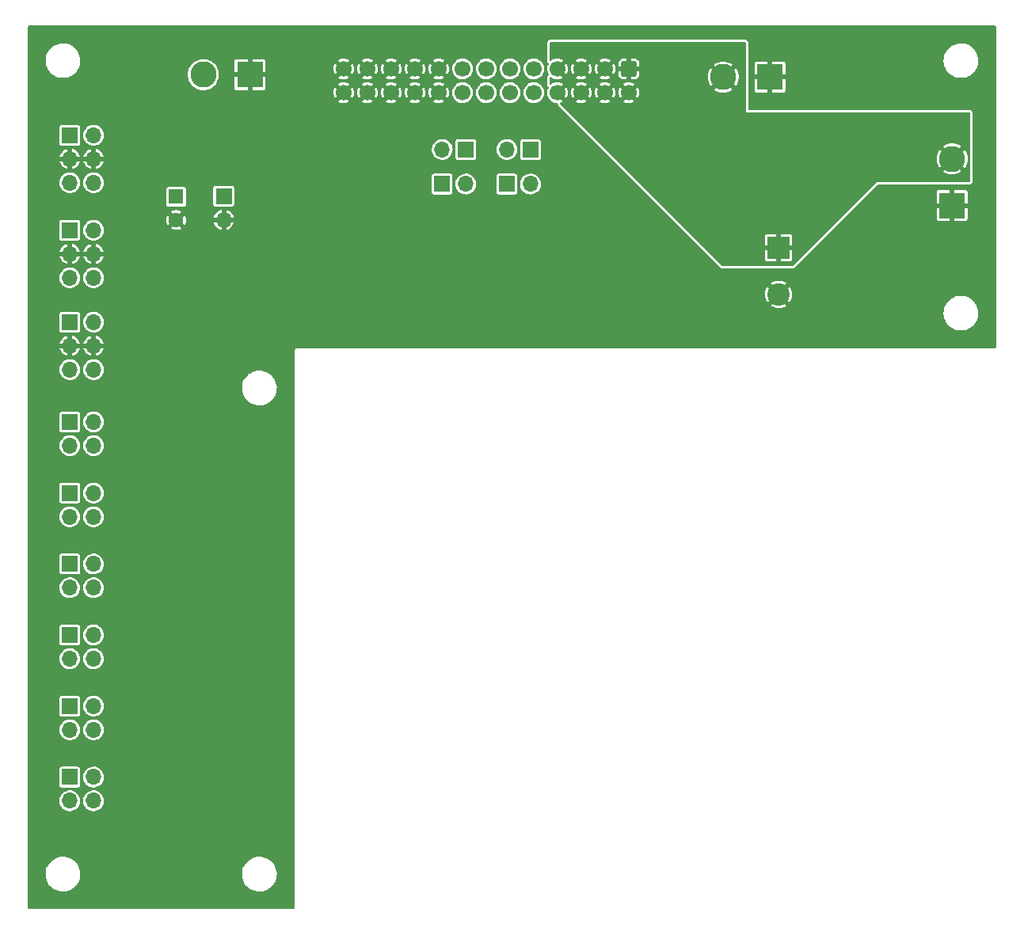
<source format=gbr>
%TF.GenerationSoftware,KiCad,Pcbnew,(6.0.0-0)*%
%TF.CreationDate,2023-01-16T13:09:05-05:00*%
%TF.ProjectId,Clank_controller,436c616e-6b5f-4636-9f6e-74726f6c6c65,rev?*%
%TF.SameCoordinates,Original*%
%TF.FileFunction,Copper,L2,Bot*%
%TF.FilePolarity,Positive*%
%FSLAX46Y46*%
G04 Gerber Fmt 4.6, Leading zero omitted, Abs format (unit mm)*
G04 Created by KiCad (PCBNEW (6.0.0-0)) date 2023-01-16 13:09:05*
%MOMM*%
%LPD*%
G01*
G04 APERTURE LIST*
G04 Aperture macros list*
%AMRoundRect*
0 Rectangle with rounded corners*
0 $1 Rounding radius*
0 $2 $3 $4 $5 $6 $7 $8 $9 X,Y pos of 4 corners*
0 Add a 4 corners polygon primitive as box body*
4,1,4,$2,$3,$4,$5,$6,$7,$8,$9,$2,$3,0*
0 Add four circle primitives for the rounded corners*
1,1,$1+$1,$2,$3*
1,1,$1+$1,$4,$5*
1,1,$1+$1,$6,$7*
1,1,$1+$1,$8,$9*
0 Add four rect primitives between the rounded corners*
20,1,$1+$1,$2,$3,$4,$5,0*
20,1,$1+$1,$4,$5,$6,$7,0*
20,1,$1+$1,$6,$7,$8,$9,0*
20,1,$1+$1,$8,$9,$2,$3,0*%
G04 Aperture macros list end*
%TA.AperFunction,ComponentPad*%
%ADD10R,1.700000X1.700000*%
%TD*%
%TA.AperFunction,ComponentPad*%
%ADD11O,1.700000X1.700000*%
%TD*%
%TA.AperFunction,ComponentPad*%
%ADD12RoundRect,0.250000X-0.600000X0.600000X-0.600000X-0.600000X0.600000X-0.600000X0.600000X0.600000X0*%
%TD*%
%TA.AperFunction,ComponentPad*%
%ADD13C,1.700000*%
%TD*%
%TA.AperFunction,ComponentPad*%
%ADD14R,2.800000X2.800000*%
%TD*%
%TA.AperFunction,ComponentPad*%
%ADD15C,2.800000*%
%TD*%
%TA.AperFunction,ComponentPad*%
%ADD16R,1.600000X1.600000*%
%TD*%
%TA.AperFunction,ComponentPad*%
%ADD17C,1.600000*%
%TD*%
%TA.AperFunction,ComponentPad*%
%ADD18R,2.400000X2.400000*%
%TD*%
%TA.AperFunction,ComponentPad*%
%ADD19C,2.400000*%
%TD*%
%TA.AperFunction,ViaPad*%
%ADD20C,0.762000*%
%TD*%
G04 APERTURE END LIST*
D10*
%TO.P,J3,1,Pin_1*%
%TO.N,Net-(J3-Pad1)*%
X100555000Y-115078750D03*
D11*
%TO.P,J3,2,Pin_2*%
X103095000Y-115078750D03*
%TO.P,J3,3,Pin_3*%
%TO.N,Net-(J3-Pad3)*%
X100555000Y-117618750D03*
%TO.P,J3,4,Pin_4*%
X103095000Y-117618750D03*
%TD*%
D10*
%TO.P,J17,1,Pin_1*%
%TO.N,Net-(J16-Pad12)*%
X147265000Y-74450000D03*
D11*
%TO.P,J17,2,Pin_2*%
%TO.N,Net-(J16-Pad10)*%
X149805000Y-74450000D03*
%TD*%
D12*
%TO.P,J16,1,Pin_1*%
%TO.N,+24V*%
X160330000Y-62140000D03*
D13*
%TO.P,J16,2,Pin_2*%
X160330000Y-64680000D03*
%TO.P,J16,3,Pin_3*%
X157790000Y-62140000D03*
%TO.P,J16,4,Pin_4*%
X157790000Y-64680000D03*
%TO.P,J16,5,Pin_5*%
X155250000Y-62140000D03*
%TO.P,J16,6,Pin_6*%
X155250000Y-64680000D03*
%TO.P,J16,7,Pin_7*%
X152710000Y-62140000D03*
%TO.P,J16,8,Pin_8*%
X152710000Y-64680000D03*
%TO.P,J16,9,Pin_9*%
%TO.N,Net-(J14-Pad1)*%
X150170000Y-62140000D03*
%TO.P,J16,10,Pin_10*%
%TO.N,Net-(J16-Pad10)*%
X150170000Y-64680000D03*
%TO.P,J16,11,Pin_11*%
%TO.N,Net-(J14-Pad2)*%
X147630000Y-62140000D03*
%TO.P,J16,12,Pin_12*%
%TO.N,Net-(J16-Pad12)*%
X147630000Y-64680000D03*
%TO.P,J16,13,Pin_13*%
%TO.N,/IO_1*%
X145090000Y-62140000D03*
%TO.P,J16,14,Pin_14*%
%TO.N,/IO_3*%
X145090000Y-64680000D03*
%TO.P,J16,15,Pin_15*%
%TO.N,/IO_2*%
X142550000Y-62140000D03*
%TO.P,J16,16,Pin_16*%
%TO.N,/IO_4*%
X142550000Y-64680000D03*
%TO.P,J16,17,Pin_17*%
%TO.N,GND*%
X140010000Y-62140000D03*
%TO.P,J16,18,Pin_18*%
X140010000Y-64680000D03*
%TO.P,J16,19,Pin_19*%
X137470000Y-62140000D03*
%TO.P,J16,20,Pin_20*%
X137470000Y-64680000D03*
%TO.P,J16,21,Pin_21*%
X134930000Y-62140000D03*
%TO.P,J16,22,Pin_22*%
X134930000Y-64680000D03*
%TO.P,J16,23,Pin_23*%
X132390000Y-62140000D03*
%TO.P,J16,24,Pin_24*%
X132390000Y-64680000D03*
%TO.P,J16,25,Pin_25*%
X129850000Y-62140000D03*
%TO.P,J16,26,Pin_26*%
X129850000Y-64680000D03*
%TD*%
D10*
%TO.P,J15,1,Pin_1*%
%TO.N,/IO_1*%
X142915000Y-70750000D03*
D11*
%TO.P,J15,2,Pin_2*%
%TO.N,/IO_2*%
X140375000Y-70750000D03*
%TD*%
D10*
%TO.P,J7,1,Pin_1*%
%TO.N,+5V*%
X100555000Y-89210000D03*
D11*
%TO.P,J7,2,Pin_2*%
X103095000Y-89210000D03*
%TO.P,J7,3,Pin_3*%
%TO.N,GND*%
X100555000Y-91750000D03*
%TO.P,J7,4,Pin_4*%
X103095000Y-91750000D03*
%TO.P,J7,5,Pin_5*%
%TO.N,/SIG1*%
X100555000Y-94290000D03*
%TO.P,J7,6,Pin_6*%
X103095000Y-94290000D03*
%TD*%
D10*
%TO.P,J18,1,Pin_1*%
%TO.N,/IO_4*%
X140365000Y-74450000D03*
D11*
%TO.P,J18,2,Pin_2*%
%TO.N,/IO_3*%
X142905000Y-74450000D03*
%TD*%
D10*
%TO.P,J6,1,Pin_1*%
%TO.N,Net-(J6-Pad1)*%
X100555000Y-137867500D03*
D11*
%TO.P,J6,2,Pin_2*%
X103095000Y-137867500D03*
%TO.P,J6,3,Pin_3*%
%TO.N,Net-(J6-Pad3)*%
X100555000Y-140407500D03*
%TO.P,J6,4,Pin_4*%
X103095000Y-140407500D03*
%TD*%
D10*
%TO.P,J4,1,Pin_1*%
%TO.N,Net-(J4-Pad1)*%
X100555000Y-122675000D03*
D11*
%TO.P,J4,2,Pin_2*%
X103095000Y-122675000D03*
%TO.P,J4,3,Pin_3*%
%TO.N,Net-(J4-Pad3)*%
X100555000Y-125215000D03*
%TO.P,J4,4,Pin_4*%
X103095000Y-125215000D03*
%TD*%
D10*
%TO.P,J14,1,Pin_1*%
%TO.N,Net-(J14-Pad1)*%
X149815000Y-70750000D03*
D11*
%TO.P,J14,2,Pin_2*%
%TO.N,Net-(J14-Pad2)*%
X147275000Y-70750000D03*
%TD*%
D10*
%TO.P,J9,1,Pin_1*%
%TO.N,+5V*%
X100555000Y-79378750D03*
D11*
%TO.P,J9,2,Pin_2*%
X103095000Y-79378750D03*
%TO.P,J9,3,Pin_3*%
%TO.N,GND*%
X100555000Y-81918750D03*
%TO.P,J9,4,Pin_4*%
X103095000Y-81918750D03*
%TO.P,J9,5,Pin_5*%
%TO.N,/SIG3*%
X100555000Y-84458750D03*
%TO.P,J9,6,Pin_6*%
X103095000Y-84458750D03*
%TD*%
D10*
%TO.P,J8,1,Pin_1*%
%TO.N,+5V*%
X100555000Y-69225000D03*
D11*
%TO.P,J8,2,Pin_2*%
X103095000Y-69225000D03*
%TO.P,J8,3,Pin_3*%
%TO.N,GND*%
X100555000Y-71765000D03*
%TO.P,J8,4,Pin_4*%
X103095000Y-71765000D03*
%TO.P,J8,5,Pin_5*%
%TO.N,/SIG2*%
X100555000Y-74305000D03*
%TO.P,J8,6,Pin_6*%
X103095000Y-74305000D03*
%TD*%
D10*
%TO.P,J2,1,Pin_1*%
%TO.N,Net-(J2-Pad1)*%
X100555000Y-107482500D03*
D11*
%TO.P,J2,2,Pin_2*%
X103095000Y-107482500D03*
%TO.P,J2,3,Pin_3*%
%TO.N,Net-(J2-Pad3)*%
X100555000Y-110022500D03*
%TO.P,J2,4,Pin_4*%
X103095000Y-110022500D03*
%TD*%
D14*
%TO.P,J10,1,Pin_1*%
%TO.N,GND*%
X119830000Y-62750000D03*
D15*
%TO.P,J10,2,Pin_2*%
%TO.N,+5V*%
X114830000Y-62750000D03*
%TD*%
D10*
%TO.P,J1,1,Pin_1*%
%TO.N,Net-(J1-Pad1)*%
X100555000Y-99886250D03*
D11*
%TO.P,J1,2,Pin_2*%
X103095000Y-99886250D03*
%TO.P,J1,3,Pin_3*%
%TO.N,Net-(J1-Pad3)*%
X100555000Y-102426250D03*
%TO.P,J1,4,Pin_4*%
X103095000Y-102426250D03*
%TD*%
D10*
%TO.P,J12,1,Pin_1*%
%TO.N,+5V*%
X117015000Y-75740000D03*
D11*
%TO.P,J12,2,Pin_2*%
%TO.N,GND*%
X117015000Y-78280000D03*
%TD*%
D14*
%TO.P,J11,1,Pin_1*%
%TO.N,GND*%
X175410000Y-63000000D03*
D15*
%TO.P,J11,2,Pin_2*%
%TO.N,+24V*%
X170410000Y-63000000D03*
%TD*%
D16*
%TO.P,C1,1*%
%TO.N,+5V*%
X111930000Y-75804888D03*
D17*
%TO.P,C1,2*%
%TO.N,GND*%
X111930000Y-78304888D03*
%TD*%
D14*
%TO.P,J13,1,Pin_1*%
%TO.N,GND*%
X194880000Y-76750000D03*
D15*
%TO.P,J13,2,Pin_2*%
%TO.N,+24V*%
X194880000Y-71750000D03*
%TD*%
D10*
%TO.P,J5,1,Pin_1*%
%TO.N,Net-(J5-Pad1)*%
X100555000Y-130271250D03*
D11*
%TO.P,J5,2,Pin_2*%
X103095000Y-130271250D03*
%TO.P,J5,3,Pin_3*%
%TO.N,Net-(J5-Pad3)*%
X100555000Y-132811250D03*
%TO.P,J5,4,Pin_4*%
X103095000Y-132811250D03*
%TD*%
D18*
%TO.P,C2,1*%
%TO.N,+24V*%
X176330000Y-81250000D03*
D19*
%TO.P,C2,2*%
%TO.N,GND*%
X176330000Y-86250000D03*
%TD*%
D20*
%TO.N,GND*%
X104830000Y-129750000D03*
X112330000Y-139750000D03*
X109830000Y-92250000D03*
X187330000Y-62250000D03*
X154830000Y-72250000D03*
X112330000Y-124750000D03*
X144830000Y-89750000D03*
X107330000Y-124750000D03*
X179830000Y-89750000D03*
X112330000Y-117250000D03*
X107330000Y-99750000D03*
X119830000Y-107250000D03*
X134830000Y-79750000D03*
X162330000Y-89750000D03*
X119830000Y-82250000D03*
X172330000Y-87250000D03*
X107330000Y-139750000D03*
X107330000Y-147250000D03*
X122330000Y-74750000D03*
X184830000Y-82250000D03*
X117330000Y-107250000D03*
X167330000Y-84750000D03*
X122330000Y-109750000D03*
X109830000Y-122250000D03*
X109830000Y-144750000D03*
X107330000Y-149750000D03*
X164830000Y-87250000D03*
X112330000Y-87250000D03*
X104830000Y-137250000D03*
X112330000Y-112250000D03*
X109830000Y-112250000D03*
X104830000Y-122250000D03*
X197330000Y-79750000D03*
X159830000Y-89750000D03*
X132330000Y-89750000D03*
X104830000Y-97250000D03*
X104830000Y-134750000D03*
X169830000Y-84750000D03*
X122330000Y-142250000D03*
X117330000Y-99750000D03*
X109830000Y-134750000D03*
X107330000Y-114750000D03*
X112330000Y-127250000D03*
X124830000Y-72250000D03*
X104830000Y-109750000D03*
X157330000Y-89750000D03*
X104830000Y-132250000D03*
X104830000Y-62250000D03*
X182330000Y-82250000D03*
X187330000Y-82250000D03*
X109830000Y-147250000D03*
X154830000Y-74750000D03*
X167330000Y-89750000D03*
X174830000Y-89750000D03*
X122330000Y-79750000D03*
X142330000Y-79750000D03*
X112330000Y-109750000D03*
X109830000Y-84750000D03*
X127330000Y-77250000D03*
X119830000Y-79750000D03*
X104830000Y-149750000D03*
X107330000Y-64750000D03*
X114830000Y-92250000D03*
X112330000Y-119750000D03*
X184830000Y-87250000D03*
X122330000Y-82250000D03*
X104830000Y-67250000D03*
X109830000Y-142250000D03*
X107330000Y-87250000D03*
X112330000Y-129750000D03*
X117330000Y-142250000D03*
X117330000Y-92250000D03*
X104830000Y-107250000D03*
X189830000Y-62250000D03*
X114830000Y-94750000D03*
X134830000Y-74750000D03*
X132330000Y-77250000D03*
X114830000Y-82250000D03*
X117330000Y-104750000D03*
X129830000Y-72250000D03*
X157330000Y-79750000D03*
X147330000Y-77250000D03*
X109830000Y-139750000D03*
X109830000Y-87250000D03*
X122330000Y-87250000D03*
X104830000Y-117250000D03*
X107330000Y-94750000D03*
X134830000Y-69750000D03*
X114830000Y-89750000D03*
X107330000Y-117250000D03*
X104830000Y-147250000D03*
X134830000Y-72250000D03*
X187330000Y-59750000D03*
X107330000Y-134750000D03*
X109830000Y-102250000D03*
X117330000Y-82250000D03*
X127330000Y-89750000D03*
X104830000Y-124750000D03*
X104830000Y-64750000D03*
X104830000Y-99750000D03*
X172330000Y-89750000D03*
X107330000Y-109750000D03*
X119830000Y-84750000D03*
X124830000Y-74750000D03*
X152330000Y-72250000D03*
X184830000Y-84750000D03*
X107330000Y-129750000D03*
X114830000Y-97250000D03*
X189830000Y-79750000D03*
X189830000Y-59750000D03*
X127330000Y-72250000D03*
X112330000Y-99750000D03*
X109830000Y-129750000D03*
X122330000Y-77250000D03*
X107330000Y-107250000D03*
X122330000Y-107250000D03*
X194830000Y-79750000D03*
X104830000Y-89750000D03*
X122330000Y-102250000D03*
X129830000Y-69750000D03*
X182330000Y-87250000D03*
X104830000Y-94750000D03*
X137330000Y-72250000D03*
X109830000Y-114750000D03*
X129830000Y-77250000D03*
X142330000Y-89750000D03*
X129830000Y-89750000D03*
X149830000Y-79750000D03*
X109830000Y-132250000D03*
X132330000Y-72250000D03*
X157330000Y-74750000D03*
X122330000Y-112250000D03*
X107330000Y-119750000D03*
X114830000Y-109750000D03*
X104830000Y-114750000D03*
X147330000Y-79750000D03*
X117330000Y-102250000D03*
X184830000Y-79750000D03*
X149830000Y-77250000D03*
X104830000Y-144750000D03*
X107330000Y-97250000D03*
X139830000Y-77250000D03*
X117330000Y-112250000D03*
X157330000Y-77250000D03*
X162330000Y-79750000D03*
X107330000Y-104750000D03*
X109830000Y-104750000D03*
X112330000Y-107250000D03*
X127330000Y-79750000D03*
X192330000Y-82250000D03*
X107330000Y-122250000D03*
X109830000Y-127250000D03*
X194830000Y-82250000D03*
X104830000Y-104750000D03*
X109830000Y-119750000D03*
X117330000Y-144750000D03*
X114830000Y-87250000D03*
X124830000Y-79750000D03*
X182330000Y-89750000D03*
X112330000Y-104750000D03*
X109830000Y-94750000D03*
X122330000Y-89750000D03*
X137330000Y-74750000D03*
X122330000Y-92250000D03*
X192330000Y-64750000D03*
X112330000Y-134750000D03*
X112330000Y-82250000D03*
X137330000Y-69750000D03*
X112330000Y-89750000D03*
X119830000Y-89750000D03*
X129830000Y-74750000D03*
X152330000Y-69750000D03*
X144830000Y-77250000D03*
X119830000Y-104750000D03*
X104830000Y-119750000D03*
X114830000Y-99750000D03*
X112330000Y-122250000D03*
X119830000Y-87250000D03*
X109830000Y-82250000D03*
X152330000Y-74750000D03*
X154830000Y-77250000D03*
X109830000Y-107250000D03*
X117330000Y-87250000D03*
X109830000Y-64750000D03*
X117330000Y-84750000D03*
X122330000Y-84750000D03*
X134830000Y-77250000D03*
X107330000Y-127250000D03*
X104830000Y-112250000D03*
X112330000Y-149750000D03*
X112330000Y-147250000D03*
X189830000Y-84750000D03*
X134830000Y-89750000D03*
X109830000Y-149750000D03*
X112330000Y-137250000D03*
X112330000Y-92250000D03*
X107330000Y-92250000D03*
X127330000Y-69750000D03*
X182330000Y-84750000D03*
X107330000Y-102250000D03*
X187330000Y-64750000D03*
X109830000Y-137250000D03*
X137330000Y-77250000D03*
X187330000Y-79750000D03*
X109830000Y-97250000D03*
X107330000Y-112250000D03*
X112330000Y-97250000D03*
X114830000Y-142250000D03*
X154830000Y-79750000D03*
X114830000Y-84750000D03*
X187330000Y-87250000D03*
X109830000Y-109750000D03*
X117330000Y-109750000D03*
X169830000Y-87250000D03*
X197330000Y-82250000D03*
X152330000Y-77250000D03*
X112330000Y-132250000D03*
X159830000Y-79750000D03*
X112330000Y-114750000D03*
X104830000Y-142250000D03*
X114830000Y-104750000D03*
X104830000Y-59750000D03*
X132330000Y-69750000D03*
X184830000Y-89750000D03*
X114830000Y-102250000D03*
X104830000Y-139750000D03*
X112330000Y-94750000D03*
X187330000Y-77250000D03*
X124830000Y-89750000D03*
X124830000Y-69750000D03*
X119830000Y-92250000D03*
X179830000Y-87250000D03*
X152330000Y-79750000D03*
X132330000Y-74750000D03*
X122330000Y-104750000D03*
X187330000Y-89750000D03*
X144830000Y-79750000D03*
X189830000Y-82250000D03*
X137330000Y-89750000D03*
X152330000Y-89750000D03*
X114830000Y-107250000D03*
X189830000Y-87250000D03*
X107330000Y-142250000D03*
X109830000Y-89750000D03*
X139830000Y-89750000D03*
X129830000Y-79750000D03*
X192330000Y-84750000D03*
X167330000Y-87250000D03*
X104830000Y-102250000D03*
X169830000Y-89750000D03*
X107330000Y-132250000D03*
X192330000Y-79750000D03*
X112330000Y-102250000D03*
X109830000Y-117250000D03*
X102330000Y-64750000D03*
X164830000Y-89750000D03*
X119830000Y-102250000D03*
X117330000Y-89750000D03*
X164830000Y-82250000D03*
X119830000Y-142250000D03*
X189830000Y-77250000D03*
X114830000Y-112250000D03*
X107330000Y-89750000D03*
X177330000Y-89750000D03*
X107330000Y-144750000D03*
X164830000Y-84750000D03*
X104830000Y-127250000D03*
X189830000Y-64750000D03*
X189830000Y-89750000D03*
X132330000Y-79750000D03*
X124830000Y-77250000D03*
X112330000Y-144750000D03*
X119830000Y-109750000D03*
X119830000Y-112250000D03*
X112330000Y-142250000D03*
X142330000Y-77250000D03*
X187330000Y-84750000D03*
X107330000Y-137250000D03*
X137330000Y-79750000D03*
X197330000Y-77250000D03*
X159830000Y-77250000D03*
X109830000Y-99750000D03*
X114830000Y-144750000D03*
X112330000Y-84750000D03*
X109830000Y-124750000D03*
X114830000Y-147250000D03*
X154830000Y-89750000D03*
X104830000Y-92250000D03*
X172330000Y-84750000D03*
X149830000Y-89750000D03*
X139830000Y-79750000D03*
X127330000Y-74750000D03*
X179830000Y-84750000D03*
X114830000Y-149750000D03*
X147330000Y-89750000D03*
%TO.N,+24V*%
X164830000Y-74750000D03*
X192330000Y-67250000D03*
X164830000Y-62250000D03*
X162330000Y-69750000D03*
X164830000Y-69750000D03*
X162330000Y-59750000D03*
X169830000Y-69750000D03*
X152330000Y-59750000D03*
X182330000Y-69750000D03*
X172330000Y-69750000D03*
X162330000Y-62250000D03*
X187330000Y-69750000D03*
X177330000Y-77250000D03*
X194830000Y-67250000D03*
X189830000Y-67250000D03*
X179830000Y-69750000D03*
X177330000Y-67250000D03*
X169830000Y-67250000D03*
X172330000Y-67250000D03*
X167330000Y-77250000D03*
X169830000Y-77250000D03*
X179830000Y-72250000D03*
X157330000Y-67250000D03*
X172330000Y-74750000D03*
X174830000Y-67250000D03*
X167330000Y-59750000D03*
X172330000Y-72250000D03*
X179830000Y-67250000D03*
X174830000Y-74750000D03*
X167330000Y-62250000D03*
X162330000Y-64750000D03*
X157330000Y-59750000D03*
X167330000Y-72250000D03*
X159830000Y-67250000D03*
X177330000Y-69750000D03*
X187330000Y-72250000D03*
X167330000Y-74750000D03*
X177330000Y-72250000D03*
X179830000Y-74750000D03*
X174830000Y-72250000D03*
X164830000Y-59750000D03*
X172330000Y-79750000D03*
X184830000Y-72250000D03*
X187330000Y-67250000D03*
X164830000Y-67250000D03*
X167330000Y-64750000D03*
X174830000Y-69750000D03*
X162330000Y-67250000D03*
X162330000Y-72250000D03*
X159830000Y-59750000D03*
X182330000Y-67250000D03*
X169830000Y-74750000D03*
X164830000Y-64750000D03*
X182330000Y-72250000D03*
X189830000Y-72250000D03*
X189830000Y-69750000D03*
X164830000Y-72250000D03*
X167330000Y-67250000D03*
X159830000Y-69750000D03*
X172330000Y-77250000D03*
X179830000Y-77250000D03*
X174830000Y-77250000D03*
X192330000Y-69750000D03*
X169830000Y-72250000D03*
X167330000Y-69750000D03*
X184830000Y-69750000D03*
X154830000Y-59750000D03*
X169830000Y-79750000D03*
X182330000Y-74750000D03*
X177330000Y-74750000D03*
%TD*%
%TA.AperFunction,Conductor*%
%TO.N,+24V*%
G36*
X172772121Y-59270002D02*
G01*
X172818614Y-59323658D01*
X172830000Y-59376000D01*
X172830000Y-66750000D01*
X196704000Y-66750000D01*
X196772121Y-66770002D01*
X196818614Y-66823658D01*
X196830000Y-66876000D01*
X196830000Y-74124000D01*
X196809998Y-74192121D01*
X196756342Y-74238614D01*
X196704000Y-74250000D01*
X186830000Y-74250000D01*
X177866905Y-83213095D01*
X177804593Y-83247121D01*
X177777810Y-83250000D01*
X170382190Y-83250000D01*
X170314069Y-83229998D01*
X170293095Y-83213095D01*
X169548828Y-82468828D01*
X174876001Y-82468828D01*
X174877209Y-82481088D01*
X174888315Y-82536931D01*
X174897633Y-82559427D01*
X174939983Y-82622808D01*
X174957192Y-82640017D01*
X175020575Y-82682368D01*
X175043066Y-82691684D01*
X175098915Y-82702793D01*
X175111170Y-82704000D01*
X176057885Y-82704000D01*
X176073124Y-82699525D01*
X176074329Y-82698135D01*
X176076000Y-82690452D01*
X176076000Y-82685884D01*
X176584000Y-82685884D01*
X176588475Y-82701123D01*
X176589865Y-82702328D01*
X176597548Y-82703999D01*
X177548828Y-82703999D01*
X177561088Y-82702791D01*
X177616931Y-82691685D01*
X177639427Y-82682367D01*
X177702808Y-82640017D01*
X177720017Y-82622808D01*
X177762368Y-82559425D01*
X177771684Y-82536934D01*
X177782793Y-82481085D01*
X177784000Y-82468830D01*
X177784000Y-81522115D01*
X177779525Y-81506876D01*
X177778135Y-81505671D01*
X177770452Y-81504000D01*
X176602115Y-81504000D01*
X176586876Y-81508475D01*
X176585671Y-81509865D01*
X176584000Y-81517548D01*
X176584000Y-82685884D01*
X176076000Y-82685884D01*
X176076000Y-81522115D01*
X176071525Y-81506876D01*
X176070135Y-81505671D01*
X176062452Y-81504000D01*
X174894116Y-81504000D01*
X174878877Y-81508475D01*
X174877672Y-81509865D01*
X174876001Y-81517548D01*
X174876001Y-82468828D01*
X169548828Y-82468828D01*
X168057885Y-80977885D01*
X174876000Y-80977885D01*
X174880475Y-80993124D01*
X174881865Y-80994329D01*
X174889548Y-80996000D01*
X176057885Y-80996000D01*
X176073124Y-80991525D01*
X176074329Y-80990135D01*
X176076000Y-80982452D01*
X176076000Y-80977885D01*
X176584000Y-80977885D01*
X176588475Y-80993124D01*
X176589865Y-80994329D01*
X176597548Y-80996000D01*
X177765884Y-80996000D01*
X177781123Y-80991525D01*
X177782328Y-80990135D01*
X177783999Y-80982452D01*
X177783999Y-80031172D01*
X177782791Y-80018912D01*
X177771685Y-79963069D01*
X177762367Y-79940573D01*
X177720017Y-79877192D01*
X177702808Y-79859983D01*
X177639425Y-79817632D01*
X177616934Y-79808316D01*
X177561085Y-79797207D01*
X177548830Y-79796000D01*
X176602115Y-79796000D01*
X176586876Y-79800475D01*
X176585671Y-79801865D01*
X176584000Y-79809548D01*
X176584000Y-80977885D01*
X176076000Y-80977885D01*
X176076000Y-79814116D01*
X176071525Y-79798877D01*
X176070135Y-79797672D01*
X176062452Y-79796001D01*
X175111172Y-79796001D01*
X175098912Y-79797209D01*
X175043069Y-79808315D01*
X175020573Y-79817633D01*
X174957192Y-79859983D01*
X174939983Y-79877192D01*
X174897632Y-79940575D01*
X174888316Y-79963066D01*
X174877207Y-80018915D01*
X174876000Y-80031170D01*
X174876000Y-80977885D01*
X168057885Y-80977885D01*
X160169366Y-73089366D01*
X193905989Y-73089366D01*
X193910416Y-73095694D01*
X194122558Y-73225695D01*
X194131352Y-73230176D01*
X194362733Y-73326017D01*
X194372118Y-73329066D01*
X194615644Y-73387533D01*
X194625391Y-73389076D01*
X194875070Y-73408726D01*
X194884930Y-73408726D01*
X195134609Y-73389076D01*
X195144356Y-73387533D01*
X195387882Y-73329066D01*
X195397267Y-73326017D01*
X195628648Y-73230176D01*
X195637442Y-73225695D01*
X195848163Y-73096565D01*
X195854085Y-73087492D01*
X195848080Y-73077290D01*
X194892812Y-72122022D01*
X194878868Y-72114408D01*
X194877035Y-72114539D01*
X194870420Y-72118790D01*
X193913382Y-73075828D01*
X193905989Y-73089366D01*
X160169366Y-73089366D01*
X158834930Y-71754930D01*
X193221274Y-71754930D01*
X193240924Y-72004609D01*
X193242467Y-72014356D01*
X193300934Y-72257882D01*
X193303983Y-72267267D01*
X193399824Y-72498648D01*
X193404305Y-72507442D01*
X193533435Y-72718163D01*
X193542508Y-72724085D01*
X193552710Y-72718080D01*
X194507978Y-71762812D01*
X194514356Y-71751132D01*
X195244408Y-71751132D01*
X195244539Y-71752965D01*
X195248790Y-71759580D01*
X196205828Y-72716618D01*
X196219366Y-72724011D01*
X196225694Y-72719584D01*
X196355695Y-72507442D01*
X196360176Y-72498648D01*
X196456017Y-72267267D01*
X196459066Y-72257882D01*
X196517533Y-72014356D01*
X196519076Y-72004609D01*
X196538726Y-71754930D01*
X196538726Y-71745070D01*
X196519076Y-71495391D01*
X196517533Y-71485644D01*
X196459066Y-71242118D01*
X196456017Y-71232733D01*
X196360176Y-71001352D01*
X196355695Y-70992558D01*
X196226565Y-70781837D01*
X196217492Y-70775915D01*
X196207290Y-70781920D01*
X195252022Y-71737188D01*
X195244408Y-71751132D01*
X194514356Y-71751132D01*
X194515592Y-71748868D01*
X194515461Y-71747035D01*
X194511210Y-71740420D01*
X193554172Y-70783382D01*
X193540634Y-70775989D01*
X193534306Y-70780416D01*
X193404305Y-70992558D01*
X193399824Y-71001352D01*
X193303983Y-71232733D01*
X193300934Y-71242118D01*
X193242467Y-71485644D01*
X193240924Y-71495391D01*
X193221274Y-71745070D01*
X193221274Y-71754930D01*
X158834930Y-71754930D01*
X157492508Y-70412508D01*
X193905915Y-70412508D01*
X193911920Y-70422710D01*
X194867188Y-71377978D01*
X194881132Y-71385592D01*
X194882965Y-71385461D01*
X194889580Y-71381210D01*
X195846618Y-70424172D01*
X195854011Y-70410634D01*
X195849584Y-70404306D01*
X195637442Y-70274305D01*
X195628648Y-70269824D01*
X195397267Y-70173983D01*
X195387882Y-70170934D01*
X195144356Y-70112467D01*
X195134609Y-70110924D01*
X194884930Y-70091274D01*
X194875070Y-70091274D01*
X194625391Y-70110924D01*
X194615644Y-70112467D01*
X194372118Y-70170934D01*
X194362733Y-70173983D01*
X194131352Y-70269824D01*
X194122558Y-70274305D01*
X193911837Y-70403435D01*
X193905915Y-70412508D01*
X157492508Y-70412508D01*
X153014504Y-65934504D01*
X152980478Y-65872192D01*
X152985543Y-65801377D01*
X153028090Y-65744541D01*
X153063097Y-65726096D01*
X153155493Y-65694731D01*
X153166002Y-65690052D01*
X153275091Y-65628959D01*
X153284955Y-65618881D01*
X153284774Y-65618411D01*
X154675950Y-65618411D01*
X154685830Y-65630898D01*
X154716159Y-65651163D01*
X154726264Y-65656650D01*
X154902077Y-65732185D01*
X154913020Y-65735740D01*
X155099646Y-65777970D01*
X155111055Y-65779472D01*
X155302258Y-65786984D01*
X155313740Y-65786382D01*
X155503106Y-65758926D01*
X155514302Y-65756238D01*
X155695493Y-65694731D01*
X155706002Y-65690052D01*
X155815091Y-65628959D01*
X155824955Y-65618881D01*
X155824774Y-65618411D01*
X157215950Y-65618411D01*
X157225830Y-65630898D01*
X157256159Y-65651163D01*
X157266264Y-65656650D01*
X157442077Y-65732185D01*
X157453020Y-65735740D01*
X157639646Y-65777970D01*
X157651055Y-65779472D01*
X157842258Y-65786984D01*
X157853740Y-65786382D01*
X158043106Y-65758926D01*
X158054302Y-65756238D01*
X158235493Y-65694731D01*
X158246002Y-65690052D01*
X158355091Y-65628959D01*
X158364955Y-65618881D01*
X158364774Y-65618411D01*
X159755950Y-65618411D01*
X159765830Y-65630898D01*
X159796159Y-65651163D01*
X159806264Y-65656650D01*
X159982077Y-65732185D01*
X159993020Y-65735740D01*
X160179646Y-65777970D01*
X160191055Y-65779472D01*
X160382258Y-65786984D01*
X160393740Y-65786382D01*
X160583106Y-65758926D01*
X160594302Y-65756238D01*
X160775493Y-65694731D01*
X160786002Y-65690052D01*
X160895091Y-65628959D01*
X160904955Y-65618881D01*
X160902000Y-65611210D01*
X160342812Y-65052022D01*
X160328868Y-65044408D01*
X160327035Y-65044539D01*
X160320420Y-65048790D01*
X159762146Y-65607064D01*
X159755950Y-65618411D01*
X158364774Y-65618411D01*
X158362000Y-65611210D01*
X157802812Y-65052022D01*
X157788868Y-65044408D01*
X157787035Y-65044539D01*
X157780420Y-65048790D01*
X157222146Y-65607064D01*
X157215950Y-65618411D01*
X155824774Y-65618411D01*
X155822000Y-65611210D01*
X155262812Y-65052022D01*
X155248868Y-65044408D01*
X155247035Y-65044539D01*
X155240420Y-65048790D01*
X154682146Y-65607064D01*
X154675950Y-65618411D01*
X153284774Y-65618411D01*
X153282000Y-65611210D01*
X152439885Y-64769095D01*
X152405859Y-64706783D01*
X152407694Y-64681132D01*
X153074408Y-64681132D01*
X153074539Y-64682965D01*
X153078790Y-64689580D01*
X153637295Y-65248085D01*
X153649675Y-65254845D01*
X153656255Y-65249919D01*
X153720052Y-65136002D01*
X153724731Y-65125493D01*
X153786238Y-64944302D01*
X153788926Y-64933106D01*
X153816678Y-64741699D01*
X153817308Y-64734318D01*
X153818633Y-64683704D01*
X153818390Y-64676305D01*
X153816593Y-64656743D01*
X154142028Y-64656743D01*
X154154542Y-64847676D01*
X154156343Y-64859046D01*
X154203443Y-65044502D01*
X154207284Y-65055348D01*
X154287392Y-65229116D01*
X154293146Y-65239083D01*
X154298658Y-65246882D01*
X154309247Y-65255270D01*
X154322548Y-65248242D01*
X154877978Y-64692812D01*
X154884356Y-64681132D01*
X155614408Y-64681132D01*
X155614539Y-64682965D01*
X155618790Y-64689580D01*
X156177295Y-65248085D01*
X156189675Y-65254845D01*
X156196255Y-65249919D01*
X156260052Y-65136002D01*
X156264731Y-65125493D01*
X156326238Y-64944302D01*
X156328926Y-64933106D01*
X156356678Y-64741699D01*
X156357308Y-64734318D01*
X156358633Y-64683704D01*
X156358390Y-64676305D01*
X156356593Y-64656743D01*
X156682028Y-64656743D01*
X156694542Y-64847676D01*
X156696343Y-64859046D01*
X156743443Y-65044502D01*
X156747284Y-65055348D01*
X156827392Y-65229116D01*
X156833146Y-65239083D01*
X156838658Y-65246882D01*
X156849247Y-65255270D01*
X156862548Y-65248242D01*
X157417978Y-64692812D01*
X157424356Y-64681132D01*
X158154408Y-64681132D01*
X158154539Y-64682965D01*
X158158790Y-64689580D01*
X158717295Y-65248085D01*
X158729675Y-65254845D01*
X158736255Y-65249919D01*
X158800052Y-65136002D01*
X158804731Y-65125493D01*
X158866238Y-64944302D01*
X158868926Y-64933106D01*
X158896678Y-64741699D01*
X158897308Y-64734318D01*
X158898633Y-64683704D01*
X158898390Y-64676305D01*
X158896593Y-64656743D01*
X159222028Y-64656743D01*
X159234542Y-64847676D01*
X159236343Y-64859046D01*
X159283443Y-65044502D01*
X159287284Y-65055348D01*
X159367392Y-65229116D01*
X159373146Y-65239083D01*
X159378658Y-65246882D01*
X159389247Y-65255270D01*
X159402548Y-65248242D01*
X159957978Y-64692812D01*
X159964356Y-64681132D01*
X160694408Y-64681132D01*
X160694539Y-64682965D01*
X160698790Y-64689580D01*
X161257295Y-65248085D01*
X161269675Y-65254845D01*
X161276255Y-65249919D01*
X161340052Y-65136002D01*
X161344731Y-65125493D01*
X161406238Y-64944302D01*
X161408926Y-64933106D01*
X161436678Y-64741699D01*
X161437308Y-64734318D01*
X161438633Y-64683704D01*
X161438390Y-64676305D01*
X161420693Y-64483707D01*
X161418595Y-64472386D01*
X161381080Y-64339366D01*
X169435989Y-64339366D01*
X169440416Y-64345694D01*
X169652558Y-64475695D01*
X169661352Y-64480176D01*
X169892733Y-64576017D01*
X169902118Y-64579066D01*
X170145644Y-64637533D01*
X170155391Y-64639076D01*
X170405070Y-64658726D01*
X170414930Y-64658726D01*
X170664609Y-64639076D01*
X170674356Y-64637533D01*
X170917882Y-64579066D01*
X170927267Y-64576017D01*
X171158648Y-64480176D01*
X171167442Y-64475695D01*
X171378163Y-64346565D01*
X171384085Y-64337492D01*
X171378080Y-64327290D01*
X170422812Y-63372022D01*
X170408868Y-63364408D01*
X170407035Y-63364539D01*
X170400420Y-63368790D01*
X169443382Y-64325828D01*
X169435989Y-64339366D01*
X161381080Y-64339366D01*
X161366658Y-64288231D01*
X161362533Y-64277484D01*
X161278998Y-64108092D01*
X161272010Y-64102847D01*
X161259591Y-64109619D01*
X160702022Y-64667188D01*
X160694408Y-64681132D01*
X159964356Y-64681132D01*
X159965592Y-64678868D01*
X159965461Y-64677035D01*
X159961210Y-64670420D01*
X159401504Y-64110714D01*
X159389124Y-64103954D01*
X159383158Y-64108420D01*
X159308356Y-64250595D01*
X159303953Y-64261228D01*
X159247213Y-64443959D01*
X159244819Y-64455221D01*
X159222329Y-64645241D01*
X159222028Y-64656743D01*
X158896593Y-64656743D01*
X158880693Y-64483707D01*
X158878595Y-64472386D01*
X158826658Y-64288231D01*
X158822533Y-64277484D01*
X158738998Y-64108092D01*
X158732010Y-64102847D01*
X158719591Y-64109619D01*
X158162022Y-64667188D01*
X158154408Y-64681132D01*
X157424356Y-64681132D01*
X157425592Y-64678868D01*
X157425461Y-64677035D01*
X157421210Y-64670420D01*
X156861504Y-64110714D01*
X156849124Y-64103954D01*
X156843158Y-64108420D01*
X156768356Y-64250595D01*
X156763953Y-64261228D01*
X156707213Y-64443959D01*
X156704819Y-64455221D01*
X156682329Y-64645241D01*
X156682028Y-64656743D01*
X156356593Y-64656743D01*
X156340693Y-64483707D01*
X156338595Y-64472386D01*
X156286658Y-64288231D01*
X156282533Y-64277484D01*
X156198998Y-64108092D01*
X156192010Y-64102847D01*
X156179591Y-64109619D01*
X155622022Y-64667188D01*
X155614408Y-64681132D01*
X154884356Y-64681132D01*
X154885592Y-64678868D01*
X154885461Y-64677035D01*
X154881210Y-64670420D01*
X154321504Y-64110714D01*
X154309124Y-64103954D01*
X154303158Y-64108420D01*
X154228356Y-64250595D01*
X154223953Y-64261228D01*
X154167213Y-64443959D01*
X154164819Y-64455221D01*
X154142329Y-64645241D01*
X154142028Y-64656743D01*
X153816593Y-64656743D01*
X153800693Y-64483707D01*
X153798595Y-64472386D01*
X153746658Y-64288231D01*
X153742533Y-64277484D01*
X153658998Y-64108092D01*
X153652010Y-64102847D01*
X153639591Y-64109619D01*
X153082022Y-64667188D01*
X153074408Y-64681132D01*
X152407694Y-64681132D01*
X152410924Y-64635968D01*
X152439885Y-64590905D01*
X153277381Y-63753409D01*
X153283833Y-63741593D01*
X154675705Y-63741593D01*
X154679192Y-63749982D01*
X155237188Y-64307978D01*
X155251132Y-64315592D01*
X155252965Y-64315461D01*
X155259580Y-64311210D01*
X155817381Y-63753409D01*
X155823833Y-63741593D01*
X157215705Y-63741593D01*
X157219192Y-63749982D01*
X157777188Y-64307978D01*
X157791132Y-64315592D01*
X157792965Y-64315461D01*
X157799580Y-64311210D01*
X158357381Y-63753409D01*
X158363833Y-63741593D01*
X159755705Y-63741593D01*
X159759192Y-63749982D01*
X160317188Y-64307978D01*
X160331132Y-64315592D01*
X160332965Y-64315461D01*
X160339580Y-64311210D01*
X160897381Y-63753409D01*
X160904141Y-63741029D01*
X160898111Y-63732974D01*
X160838239Y-63695197D01*
X160827988Y-63689974D01*
X160650260Y-63619068D01*
X160639232Y-63615801D01*
X160451561Y-63578471D01*
X160440115Y-63577268D01*
X160248792Y-63574764D01*
X160237312Y-63575667D01*
X160048737Y-63608070D01*
X160037617Y-63611050D01*
X159858095Y-63677279D01*
X159847717Y-63682229D01*
X159765303Y-63731260D01*
X159755705Y-63741593D01*
X158363833Y-63741593D01*
X158364141Y-63741029D01*
X158358111Y-63732974D01*
X158298239Y-63695197D01*
X158287988Y-63689974D01*
X158110260Y-63619068D01*
X158099232Y-63615801D01*
X157911561Y-63578471D01*
X157900115Y-63577268D01*
X157708792Y-63574764D01*
X157697312Y-63575667D01*
X157508737Y-63608070D01*
X157497617Y-63611050D01*
X157318095Y-63677279D01*
X157307717Y-63682229D01*
X157225303Y-63731260D01*
X157215705Y-63741593D01*
X155823833Y-63741593D01*
X155824141Y-63741029D01*
X155818111Y-63732974D01*
X155758239Y-63695197D01*
X155747988Y-63689974D01*
X155570260Y-63619068D01*
X155559232Y-63615801D01*
X155371561Y-63578471D01*
X155360115Y-63577268D01*
X155168792Y-63574764D01*
X155157312Y-63575667D01*
X154968737Y-63608070D01*
X154957617Y-63611050D01*
X154778095Y-63677279D01*
X154767717Y-63682229D01*
X154685303Y-63731260D01*
X154675705Y-63741593D01*
X153283833Y-63741593D01*
X153284141Y-63741029D01*
X153278111Y-63732974D01*
X153218239Y-63695197D01*
X153207988Y-63689974D01*
X153030260Y-63619068D01*
X153019232Y-63615801D01*
X152831561Y-63578471D01*
X152820115Y-63577268D01*
X152628792Y-63574764D01*
X152617312Y-63575667D01*
X152428737Y-63608070D01*
X152417617Y-63611050D01*
X152238095Y-63677279D01*
X152227717Y-63682229D01*
X152063273Y-63780063D01*
X152053961Y-63786829D01*
X152039079Y-63799880D01*
X151974675Y-63829757D01*
X151904342Y-63820073D01*
X151850410Y-63773900D01*
X151830000Y-63705149D01*
X151830000Y-63115596D01*
X151850002Y-63047475D01*
X151903658Y-63000982D01*
X151973932Y-62990878D01*
X152026002Y-63010831D01*
X152176156Y-63111161D01*
X152186266Y-63116651D01*
X152362077Y-63192185D01*
X152373020Y-63195740D01*
X152559646Y-63237970D01*
X152571055Y-63239472D01*
X152762258Y-63246984D01*
X152773740Y-63246382D01*
X152963106Y-63218926D01*
X152974302Y-63216238D01*
X153155493Y-63154731D01*
X153166002Y-63150052D01*
X153275091Y-63088959D01*
X153284955Y-63078881D01*
X153284774Y-63078411D01*
X154675950Y-63078411D01*
X154685830Y-63090898D01*
X154716159Y-63111163D01*
X154726264Y-63116650D01*
X154902077Y-63192185D01*
X154913020Y-63195740D01*
X155099646Y-63237970D01*
X155111055Y-63239472D01*
X155302258Y-63246984D01*
X155313740Y-63246382D01*
X155503106Y-63218926D01*
X155514302Y-63216238D01*
X155695493Y-63154731D01*
X155706002Y-63150052D01*
X155815091Y-63088959D01*
X155824955Y-63078881D01*
X155824774Y-63078411D01*
X157215950Y-63078411D01*
X157225830Y-63090898D01*
X157256159Y-63111163D01*
X157266264Y-63116650D01*
X157442077Y-63192185D01*
X157453020Y-63195740D01*
X157639646Y-63237970D01*
X157651055Y-63239472D01*
X157842258Y-63246984D01*
X157853740Y-63246382D01*
X158043106Y-63218926D01*
X158054302Y-63216238D01*
X158235493Y-63154731D01*
X158246002Y-63150052D01*
X158355091Y-63088959D01*
X158364955Y-63078881D01*
X158362000Y-63071210D01*
X158075082Y-62784292D01*
X159226001Y-62784292D01*
X159226370Y-62791110D01*
X159231841Y-62841482D01*
X159235470Y-62856741D01*
X159280222Y-62976118D01*
X159288754Y-62991704D01*
X159364572Y-63092867D01*
X159377133Y-63105428D01*
X159478296Y-63181246D01*
X159493882Y-63189778D01*
X159613265Y-63234533D01*
X159628510Y-63238158D01*
X159678892Y-63243631D01*
X159685706Y-63244000D01*
X160057885Y-63244000D01*
X160073124Y-63239525D01*
X160074329Y-63238135D01*
X160076000Y-63230452D01*
X160076000Y-63225884D01*
X160584000Y-63225884D01*
X160588475Y-63241123D01*
X160589865Y-63242328D01*
X160597548Y-63243999D01*
X160974292Y-63243999D01*
X160981110Y-63243630D01*
X161031482Y-63238159D01*
X161046741Y-63234530D01*
X161166118Y-63189778D01*
X161181704Y-63181246D01*
X161282867Y-63105428D01*
X161295428Y-63092867D01*
X161361334Y-63004930D01*
X168751274Y-63004930D01*
X168770924Y-63254609D01*
X168772467Y-63264356D01*
X168830934Y-63507882D01*
X168833983Y-63517267D01*
X168929824Y-63748648D01*
X168934305Y-63757442D01*
X169063435Y-63968163D01*
X169072508Y-63974085D01*
X169082710Y-63968080D01*
X170037978Y-63012812D01*
X170044356Y-63001132D01*
X170774408Y-63001132D01*
X170774539Y-63002965D01*
X170778790Y-63009580D01*
X171735828Y-63966618D01*
X171749366Y-63974011D01*
X171755694Y-63969584D01*
X171885695Y-63757442D01*
X171890176Y-63748648D01*
X171986017Y-63517267D01*
X171989066Y-63507882D01*
X172047533Y-63264356D01*
X172049076Y-63254609D01*
X172068726Y-63004930D01*
X172068726Y-62995070D01*
X172049076Y-62745391D01*
X172047533Y-62735644D01*
X171989066Y-62492118D01*
X171986017Y-62482733D01*
X171890176Y-62251352D01*
X171885695Y-62242558D01*
X171756565Y-62031837D01*
X171747492Y-62025915D01*
X171737290Y-62031920D01*
X170782022Y-62987188D01*
X170774408Y-63001132D01*
X170044356Y-63001132D01*
X170045592Y-62998868D01*
X170045461Y-62997035D01*
X170041210Y-62990420D01*
X169084172Y-62033382D01*
X169070634Y-62025989D01*
X169064306Y-62030416D01*
X168934305Y-62242558D01*
X168929824Y-62251352D01*
X168833983Y-62482733D01*
X168830934Y-62492118D01*
X168772467Y-62735644D01*
X168770924Y-62745391D01*
X168751274Y-62995070D01*
X168751274Y-63004930D01*
X161361334Y-63004930D01*
X161371246Y-62991704D01*
X161379778Y-62976118D01*
X161424533Y-62856735D01*
X161428158Y-62841490D01*
X161433631Y-62791108D01*
X161434000Y-62784294D01*
X161434000Y-62412115D01*
X161429525Y-62396876D01*
X161428135Y-62395671D01*
X161420452Y-62394000D01*
X160602115Y-62394000D01*
X160586876Y-62398475D01*
X160585671Y-62399865D01*
X160584000Y-62407548D01*
X160584000Y-63225884D01*
X160076000Y-63225884D01*
X160076000Y-62412115D01*
X160071525Y-62396876D01*
X160070135Y-62395671D01*
X160062452Y-62394000D01*
X159244116Y-62394000D01*
X159228877Y-62398475D01*
X159227672Y-62399865D01*
X159226001Y-62407548D01*
X159226001Y-62784292D01*
X158075082Y-62784292D01*
X157802812Y-62512022D01*
X157788868Y-62504408D01*
X157787035Y-62504539D01*
X157780420Y-62508790D01*
X157222146Y-63067064D01*
X157215950Y-63078411D01*
X155824774Y-63078411D01*
X155822000Y-63071210D01*
X155262812Y-62512022D01*
X155248868Y-62504408D01*
X155247035Y-62504539D01*
X155240420Y-62508790D01*
X154682146Y-63067064D01*
X154675950Y-63078411D01*
X153284774Y-63078411D01*
X153282000Y-63071210D01*
X152439885Y-62229095D01*
X152405859Y-62166783D01*
X152407694Y-62141132D01*
X153074408Y-62141132D01*
X153074539Y-62142965D01*
X153078790Y-62149580D01*
X153637295Y-62708085D01*
X153649675Y-62714845D01*
X153656255Y-62709919D01*
X153720052Y-62596002D01*
X153724731Y-62585493D01*
X153786238Y-62404302D01*
X153788926Y-62393106D01*
X153816678Y-62201699D01*
X153817308Y-62194318D01*
X153818633Y-62143704D01*
X153818390Y-62136305D01*
X153816593Y-62116743D01*
X154142028Y-62116743D01*
X154154542Y-62307676D01*
X154156343Y-62319046D01*
X154203443Y-62504502D01*
X154207284Y-62515348D01*
X154287392Y-62689116D01*
X154293146Y-62699083D01*
X154298658Y-62706882D01*
X154309247Y-62715270D01*
X154322548Y-62708242D01*
X154877978Y-62152812D01*
X154884356Y-62141132D01*
X155614408Y-62141132D01*
X155614539Y-62142965D01*
X155618790Y-62149580D01*
X156177295Y-62708085D01*
X156189675Y-62714845D01*
X156196255Y-62709919D01*
X156260052Y-62596002D01*
X156264731Y-62585493D01*
X156326238Y-62404302D01*
X156328926Y-62393106D01*
X156356678Y-62201699D01*
X156357308Y-62194318D01*
X156358633Y-62143704D01*
X156358390Y-62136305D01*
X156356593Y-62116743D01*
X156682028Y-62116743D01*
X156694542Y-62307676D01*
X156696343Y-62319046D01*
X156743443Y-62504502D01*
X156747284Y-62515348D01*
X156827392Y-62689116D01*
X156833146Y-62699083D01*
X156838658Y-62706882D01*
X156849247Y-62715270D01*
X156862548Y-62708242D01*
X157417978Y-62152812D01*
X157424356Y-62141132D01*
X158154408Y-62141132D01*
X158154539Y-62142965D01*
X158158790Y-62149580D01*
X158717295Y-62708085D01*
X158729675Y-62714845D01*
X158736255Y-62709919D01*
X158800052Y-62596002D01*
X158804731Y-62585493D01*
X158866238Y-62404302D01*
X158868926Y-62393106D01*
X158896678Y-62201699D01*
X158897308Y-62194318D01*
X158898633Y-62143704D01*
X158898390Y-62136305D01*
X158880693Y-61943707D01*
X158878595Y-61932386D01*
X158860404Y-61867885D01*
X159226000Y-61867885D01*
X159230475Y-61883124D01*
X159231865Y-61884329D01*
X159239548Y-61886000D01*
X160057885Y-61886000D01*
X160073124Y-61881525D01*
X160074329Y-61880135D01*
X160076000Y-61872452D01*
X160076000Y-61867885D01*
X160584000Y-61867885D01*
X160588475Y-61883124D01*
X160589865Y-61884329D01*
X160597548Y-61886000D01*
X161415884Y-61886000D01*
X161431123Y-61881525D01*
X161432328Y-61880135D01*
X161433999Y-61872452D01*
X161433999Y-61662508D01*
X169435915Y-61662508D01*
X169441920Y-61672710D01*
X170397188Y-62627978D01*
X170411132Y-62635592D01*
X170412965Y-62635461D01*
X170419580Y-62631210D01*
X171376618Y-61674172D01*
X171384011Y-61660634D01*
X171379584Y-61654306D01*
X171167442Y-61524305D01*
X171158648Y-61519824D01*
X170927267Y-61423983D01*
X170917882Y-61420934D01*
X170674356Y-61362467D01*
X170664609Y-61360924D01*
X170414930Y-61341274D01*
X170405070Y-61341274D01*
X170155391Y-61360924D01*
X170145644Y-61362467D01*
X169902118Y-61420934D01*
X169892733Y-61423983D01*
X169661352Y-61519824D01*
X169652558Y-61524305D01*
X169441837Y-61653435D01*
X169435915Y-61662508D01*
X161433999Y-61662508D01*
X161433999Y-61495708D01*
X161433630Y-61488890D01*
X161428159Y-61438518D01*
X161424530Y-61423259D01*
X161379778Y-61303882D01*
X161371246Y-61288296D01*
X161295428Y-61187133D01*
X161282867Y-61174572D01*
X161181704Y-61098754D01*
X161166118Y-61090222D01*
X161046735Y-61045467D01*
X161031490Y-61041842D01*
X160981108Y-61036369D01*
X160974294Y-61036000D01*
X160602115Y-61036000D01*
X160586876Y-61040475D01*
X160585671Y-61041865D01*
X160584000Y-61049548D01*
X160584000Y-61867885D01*
X160076000Y-61867885D01*
X160076000Y-61054116D01*
X160071525Y-61038877D01*
X160070135Y-61037672D01*
X160062452Y-61036001D01*
X159685708Y-61036001D01*
X159678890Y-61036370D01*
X159628518Y-61041841D01*
X159613259Y-61045470D01*
X159493882Y-61090222D01*
X159478296Y-61098754D01*
X159377133Y-61174572D01*
X159364572Y-61187133D01*
X159288754Y-61288296D01*
X159280222Y-61303882D01*
X159235467Y-61423265D01*
X159231842Y-61438510D01*
X159226369Y-61488892D01*
X159226000Y-61495706D01*
X159226000Y-61867885D01*
X158860404Y-61867885D01*
X158826658Y-61748231D01*
X158822533Y-61737484D01*
X158738998Y-61568092D01*
X158732010Y-61562847D01*
X158719591Y-61569619D01*
X158162022Y-62127188D01*
X158154408Y-62141132D01*
X157424356Y-62141132D01*
X157425592Y-62138868D01*
X157425461Y-62137035D01*
X157421210Y-62130420D01*
X156861504Y-61570714D01*
X156849124Y-61563954D01*
X156843158Y-61568420D01*
X156768356Y-61710595D01*
X156763953Y-61721228D01*
X156707213Y-61903959D01*
X156704819Y-61915221D01*
X156682329Y-62105241D01*
X156682028Y-62116743D01*
X156356593Y-62116743D01*
X156340693Y-61943707D01*
X156338595Y-61932386D01*
X156286658Y-61748231D01*
X156282533Y-61737484D01*
X156198998Y-61568092D01*
X156192010Y-61562847D01*
X156179591Y-61569619D01*
X155622022Y-62127188D01*
X155614408Y-62141132D01*
X154884356Y-62141132D01*
X154885592Y-62138868D01*
X154885461Y-62137035D01*
X154881210Y-62130420D01*
X154321504Y-61570714D01*
X154309124Y-61563954D01*
X154303158Y-61568420D01*
X154228356Y-61710595D01*
X154223953Y-61721228D01*
X154167213Y-61903959D01*
X154164819Y-61915221D01*
X154142329Y-62105241D01*
X154142028Y-62116743D01*
X153816593Y-62116743D01*
X153800693Y-61943707D01*
X153798595Y-61932386D01*
X153746658Y-61748231D01*
X153742533Y-61737484D01*
X153658998Y-61568092D01*
X153652010Y-61562847D01*
X153639591Y-61569619D01*
X153082022Y-62127188D01*
X153074408Y-62141132D01*
X152407694Y-62141132D01*
X152410924Y-62095968D01*
X152439885Y-62050905D01*
X153277381Y-61213409D01*
X153283833Y-61201593D01*
X154675705Y-61201593D01*
X154679192Y-61209982D01*
X155237188Y-61767978D01*
X155251132Y-61775592D01*
X155252965Y-61775461D01*
X155259580Y-61771210D01*
X155817381Y-61213409D01*
X155823833Y-61201593D01*
X157215705Y-61201593D01*
X157219192Y-61209982D01*
X157777188Y-61767978D01*
X157791132Y-61775592D01*
X157792965Y-61775461D01*
X157799580Y-61771210D01*
X158357381Y-61213409D01*
X158364141Y-61201029D01*
X158358111Y-61192974D01*
X158298239Y-61155197D01*
X158287988Y-61149974D01*
X158110260Y-61079068D01*
X158099232Y-61075801D01*
X157911561Y-61038471D01*
X157900115Y-61037268D01*
X157708792Y-61034764D01*
X157697312Y-61035667D01*
X157508737Y-61068070D01*
X157497617Y-61071050D01*
X157318095Y-61137279D01*
X157307717Y-61142229D01*
X157225303Y-61191260D01*
X157215705Y-61201593D01*
X155823833Y-61201593D01*
X155824141Y-61201029D01*
X155818111Y-61192974D01*
X155758239Y-61155197D01*
X155747988Y-61149974D01*
X155570260Y-61079068D01*
X155559232Y-61075801D01*
X155371561Y-61038471D01*
X155360115Y-61037268D01*
X155168792Y-61034764D01*
X155157312Y-61035667D01*
X154968737Y-61068070D01*
X154957617Y-61071050D01*
X154778095Y-61137279D01*
X154767717Y-61142229D01*
X154685303Y-61191260D01*
X154675705Y-61201593D01*
X153283833Y-61201593D01*
X153284141Y-61201029D01*
X153278111Y-61192974D01*
X153218239Y-61155197D01*
X153207988Y-61149974D01*
X153030260Y-61079068D01*
X153019232Y-61075801D01*
X152831561Y-61038471D01*
X152820115Y-61037268D01*
X152628792Y-61034764D01*
X152617312Y-61035667D01*
X152428737Y-61068070D01*
X152417617Y-61071050D01*
X152238095Y-61137279D01*
X152227717Y-61142229D01*
X152063273Y-61240063D01*
X152053961Y-61246829D01*
X152039079Y-61259880D01*
X151974675Y-61289757D01*
X151904342Y-61280073D01*
X151850410Y-61233900D01*
X151830000Y-61165149D01*
X151830000Y-59376000D01*
X151850002Y-59307879D01*
X151903658Y-59261386D01*
X151956000Y-59250000D01*
X172704000Y-59250000D01*
X172772121Y-59270002D01*
G37*
%TD.AperFunction*%
%TD*%
%TA.AperFunction,Conductor*%
%TO.N,GND*%
G36*
X199518121Y-57524002D02*
G01*
X199564614Y-57577658D01*
X199576000Y-57630000D01*
X199576000Y-91870000D01*
X199555998Y-91938121D01*
X199502342Y-91984614D01*
X199450000Y-91996000D01*
X124867425Y-91996000D01*
X124842847Y-91993579D01*
X124830000Y-91991024D01*
X124817828Y-91993445D01*
X124804983Y-91996000D01*
X124730894Y-92010737D01*
X124720577Y-92017631D01*
X124720576Y-92017631D01*
X124657192Y-92059983D01*
X124646876Y-92066876D01*
X124590737Y-92150894D01*
X124571024Y-92250000D01*
X124573445Y-92262170D01*
X124573579Y-92262844D01*
X124576000Y-92287425D01*
X124576000Y-151870000D01*
X124555998Y-151938121D01*
X124502342Y-151984614D01*
X124450000Y-151996000D01*
X96210000Y-151996000D01*
X96141879Y-151975998D01*
X96095386Y-151922342D01*
X96084000Y-151870000D01*
X96084000Y-148292186D01*
X97971018Y-148292186D01*
X97996579Y-148560100D01*
X98060547Y-148821518D01*
X98161583Y-149070963D01*
X98297569Y-149303210D01*
X98465658Y-149513395D01*
X98662327Y-149697113D01*
X98883457Y-149850516D01*
X99124416Y-149970391D01*
X99128750Y-149971812D01*
X99128753Y-149971813D01*
X99375823Y-150052807D01*
X99375829Y-150052808D01*
X99380156Y-150054227D01*
X99384647Y-150055007D01*
X99384648Y-150055007D01*
X99641538Y-150099611D01*
X99641546Y-150099612D01*
X99645319Y-150100267D01*
X99649156Y-150100458D01*
X99728777Y-150104422D01*
X99728785Y-150104422D01*
X99730348Y-150104500D01*
X99898374Y-150104500D01*
X99900642Y-150104335D01*
X99900654Y-150104335D01*
X100031457Y-150094844D01*
X100098425Y-150089985D01*
X100102880Y-150089001D01*
X100102883Y-150089001D01*
X100356770Y-150032947D01*
X100356772Y-150032946D01*
X100361226Y-150031963D01*
X100612900Y-149936613D01*
X100848172Y-149805931D01*
X100994842Y-149693996D01*
X101058491Y-149645421D01*
X101058495Y-149645417D01*
X101062116Y-149642654D01*
X101250249Y-149450203D01*
X101357242Y-149303210D01*
X101405942Y-149236304D01*
X101405947Y-149236297D01*
X101408630Y-149232610D01*
X101533941Y-148994433D01*
X101623557Y-148740662D01*
X101648688Y-148613156D01*
X101674720Y-148481083D01*
X101674721Y-148481077D01*
X101675601Y-148476611D01*
X101684782Y-148292186D01*
X118971018Y-148292186D01*
X118996579Y-148560100D01*
X119060547Y-148821518D01*
X119161583Y-149070963D01*
X119297569Y-149303210D01*
X119465658Y-149513395D01*
X119662327Y-149697113D01*
X119883457Y-149850516D01*
X120124416Y-149970391D01*
X120128750Y-149971812D01*
X120128753Y-149971813D01*
X120375823Y-150052807D01*
X120375829Y-150052808D01*
X120380156Y-150054227D01*
X120384647Y-150055007D01*
X120384648Y-150055007D01*
X120641538Y-150099611D01*
X120641546Y-150099612D01*
X120645319Y-150100267D01*
X120649156Y-150100458D01*
X120728777Y-150104422D01*
X120728785Y-150104422D01*
X120730348Y-150104500D01*
X120898374Y-150104500D01*
X120900642Y-150104335D01*
X120900654Y-150104335D01*
X121031457Y-150094844D01*
X121098425Y-150089985D01*
X121102880Y-150089001D01*
X121102883Y-150089001D01*
X121356770Y-150032947D01*
X121356772Y-150032946D01*
X121361226Y-150031963D01*
X121612900Y-149936613D01*
X121848172Y-149805931D01*
X121994842Y-149693996D01*
X122058491Y-149645421D01*
X122058495Y-149645417D01*
X122062116Y-149642654D01*
X122250249Y-149450203D01*
X122357242Y-149303210D01*
X122405942Y-149236304D01*
X122405947Y-149236297D01*
X122408630Y-149232610D01*
X122533941Y-148994433D01*
X122623557Y-148740662D01*
X122648688Y-148613156D01*
X122674720Y-148481083D01*
X122674721Y-148481077D01*
X122675601Y-148476611D01*
X122684782Y-148292186D01*
X122688755Y-148212383D01*
X122688755Y-148212377D01*
X122688982Y-148207814D01*
X122663421Y-147939900D01*
X122599453Y-147678482D01*
X122498417Y-147429037D01*
X122362431Y-147196790D01*
X122194342Y-146986605D01*
X121997673Y-146802887D01*
X121776543Y-146649484D01*
X121535584Y-146529609D01*
X121531250Y-146528188D01*
X121531247Y-146528187D01*
X121284177Y-146447193D01*
X121284171Y-146447192D01*
X121279844Y-146445773D01*
X121275352Y-146444993D01*
X121018462Y-146400389D01*
X121018454Y-146400388D01*
X121014681Y-146399733D01*
X121004718Y-146399237D01*
X120931223Y-146395578D01*
X120931215Y-146395578D01*
X120929652Y-146395500D01*
X120761626Y-146395500D01*
X120759358Y-146395665D01*
X120759346Y-146395665D01*
X120628543Y-146405156D01*
X120561575Y-146410015D01*
X120557120Y-146410999D01*
X120557117Y-146410999D01*
X120303230Y-146467053D01*
X120303228Y-146467054D01*
X120298774Y-146468037D01*
X120047100Y-146563387D01*
X119811828Y-146694069D01*
X119808196Y-146696841D01*
X119601509Y-146854579D01*
X119601505Y-146854583D01*
X119597884Y-146857346D01*
X119409751Y-147049797D01*
X119407066Y-147053486D01*
X119254058Y-147263696D01*
X119254053Y-147263703D01*
X119251370Y-147267390D01*
X119126059Y-147505567D01*
X119036443Y-147759338D01*
X119035560Y-147763820D01*
X119000855Y-147939900D01*
X118984399Y-148023389D01*
X118984172Y-148027942D01*
X118984172Y-148027945D01*
X118974991Y-148212383D01*
X118971018Y-148292186D01*
X101684782Y-148292186D01*
X101688755Y-148212383D01*
X101688755Y-148212377D01*
X101688982Y-148207814D01*
X101663421Y-147939900D01*
X101599453Y-147678482D01*
X101498417Y-147429037D01*
X101362431Y-147196790D01*
X101194342Y-146986605D01*
X100997673Y-146802887D01*
X100776543Y-146649484D01*
X100535584Y-146529609D01*
X100531250Y-146528188D01*
X100531247Y-146528187D01*
X100284177Y-146447193D01*
X100284171Y-146447192D01*
X100279844Y-146445773D01*
X100275352Y-146444993D01*
X100018462Y-146400389D01*
X100018454Y-146400388D01*
X100014681Y-146399733D01*
X100004718Y-146399237D01*
X99931223Y-146395578D01*
X99931215Y-146395578D01*
X99929652Y-146395500D01*
X99761626Y-146395500D01*
X99759358Y-146395665D01*
X99759346Y-146395665D01*
X99628543Y-146405156D01*
X99561575Y-146410015D01*
X99557120Y-146410999D01*
X99557117Y-146410999D01*
X99303230Y-146467053D01*
X99303228Y-146467054D01*
X99298774Y-146468037D01*
X99047100Y-146563387D01*
X98811828Y-146694069D01*
X98808196Y-146696841D01*
X98601509Y-146854579D01*
X98601505Y-146854583D01*
X98597884Y-146857346D01*
X98409751Y-147049797D01*
X98407066Y-147053486D01*
X98254058Y-147263696D01*
X98254053Y-147263703D01*
X98251370Y-147267390D01*
X98126059Y-147505567D01*
X98036443Y-147759338D01*
X98035560Y-147763820D01*
X98000855Y-147939900D01*
X97984399Y-148023389D01*
X97984172Y-148027942D01*
X97984172Y-148027945D01*
X97974991Y-148212383D01*
X97971018Y-148292186D01*
X96084000Y-148292186D01*
X96084000Y-140378464D01*
X99446148Y-140378464D01*
X99459424Y-140581022D01*
X99460845Y-140586618D01*
X99460846Y-140586623D01*
X99481119Y-140666445D01*
X99509392Y-140777769D01*
X99511809Y-140783012D01*
X99549010Y-140863708D01*
X99594377Y-140962116D01*
X99711533Y-141127889D01*
X99856938Y-141269535D01*
X100025720Y-141382312D01*
X100031023Y-141384590D01*
X100031026Y-141384592D01*
X100119707Y-141422692D01*
X100212228Y-141462442D01*
X100285244Y-141478964D01*
X100404579Y-141505967D01*
X100404584Y-141505968D01*
X100410216Y-141507242D01*
X100415987Y-141507469D01*
X100415989Y-141507469D01*
X100475756Y-141509817D01*
X100613053Y-141515212D01*
X100713499Y-141500648D01*
X100808231Y-141486913D01*
X100808236Y-141486912D01*
X100813945Y-141486084D01*
X100819409Y-141484229D01*
X100819414Y-141484228D01*
X101000693Y-141422692D01*
X101000698Y-141422690D01*
X101006165Y-141420834D01*
X101183276Y-141321647D01*
X101245934Y-141269535D01*
X101334913Y-141195531D01*
X101339345Y-141191845D01*
X101469147Y-141035776D01*
X101568334Y-140858665D01*
X101570190Y-140853198D01*
X101570192Y-140853193D01*
X101631728Y-140671914D01*
X101631729Y-140671909D01*
X101633584Y-140666445D01*
X101634412Y-140660736D01*
X101634413Y-140660731D01*
X101662179Y-140469227D01*
X101662712Y-140465553D01*
X101664232Y-140407500D01*
X101661564Y-140378464D01*
X101986148Y-140378464D01*
X101999424Y-140581022D01*
X102000845Y-140586618D01*
X102000846Y-140586623D01*
X102021119Y-140666445D01*
X102049392Y-140777769D01*
X102051809Y-140783012D01*
X102089010Y-140863708D01*
X102134377Y-140962116D01*
X102251533Y-141127889D01*
X102396938Y-141269535D01*
X102565720Y-141382312D01*
X102571023Y-141384590D01*
X102571026Y-141384592D01*
X102659707Y-141422692D01*
X102752228Y-141462442D01*
X102825244Y-141478964D01*
X102944579Y-141505967D01*
X102944584Y-141505968D01*
X102950216Y-141507242D01*
X102955987Y-141507469D01*
X102955989Y-141507469D01*
X103015756Y-141509817D01*
X103153053Y-141515212D01*
X103253499Y-141500648D01*
X103348231Y-141486913D01*
X103348236Y-141486912D01*
X103353945Y-141486084D01*
X103359409Y-141484229D01*
X103359414Y-141484228D01*
X103540693Y-141422692D01*
X103540698Y-141422690D01*
X103546165Y-141420834D01*
X103723276Y-141321647D01*
X103785934Y-141269535D01*
X103874913Y-141195531D01*
X103879345Y-141191845D01*
X104009147Y-141035776D01*
X104108334Y-140858665D01*
X104110190Y-140853198D01*
X104110192Y-140853193D01*
X104171728Y-140671914D01*
X104171729Y-140671909D01*
X104173584Y-140666445D01*
X104174412Y-140660736D01*
X104174413Y-140660731D01*
X104202179Y-140469227D01*
X104202712Y-140465553D01*
X104204232Y-140407500D01*
X104185658Y-140205359D01*
X104184090Y-140199799D01*
X104132125Y-140015546D01*
X104132124Y-140015544D01*
X104130557Y-140009987D01*
X104119978Y-139988533D01*
X104043331Y-139833109D01*
X104040776Y-139827928D01*
X103919320Y-139665279D01*
X103770258Y-139527487D01*
X103765375Y-139524406D01*
X103765371Y-139524403D01*
X103603464Y-139422248D01*
X103598581Y-139419167D01*
X103410039Y-139343946D01*
X103404379Y-139342820D01*
X103404375Y-139342819D01*
X103216613Y-139305471D01*
X103216610Y-139305471D01*
X103210946Y-139304344D01*
X103205171Y-139304268D01*
X103205167Y-139304268D01*
X103103793Y-139302941D01*
X103007971Y-139301687D01*
X103002274Y-139302666D01*
X103002273Y-139302666D01*
X102813607Y-139335085D01*
X102807910Y-139336064D01*
X102617463Y-139406324D01*
X102443010Y-139510112D01*
X102438670Y-139513918D01*
X102438666Y-139513921D01*
X102418723Y-139531411D01*
X102290392Y-139643955D01*
X102164720Y-139803369D01*
X102162031Y-139808480D01*
X102162029Y-139808483D01*
X102149073Y-139833109D01*
X102070203Y-139983015D01*
X102010007Y-140176878D01*
X101986148Y-140378464D01*
X101661564Y-140378464D01*
X101645658Y-140205359D01*
X101644090Y-140199799D01*
X101592125Y-140015546D01*
X101592124Y-140015544D01*
X101590557Y-140009987D01*
X101579978Y-139988533D01*
X101503331Y-139833109D01*
X101500776Y-139827928D01*
X101379320Y-139665279D01*
X101230258Y-139527487D01*
X101225375Y-139524406D01*
X101225371Y-139524403D01*
X101063464Y-139422248D01*
X101058581Y-139419167D01*
X100870039Y-139343946D01*
X100864379Y-139342820D01*
X100864375Y-139342819D01*
X100676613Y-139305471D01*
X100676610Y-139305471D01*
X100670946Y-139304344D01*
X100665171Y-139304268D01*
X100665167Y-139304268D01*
X100563793Y-139302941D01*
X100467971Y-139301687D01*
X100462274Y-139302666D01*
X100462273Y-139302666D01*
X100273607Y-139335085D01*
X100267910Y-139336064D01*
X100077463Y-139406324D01*
X99903010Y-139510112D01*
X99898670Y-139513918D01*
X99898666Y-139513921D01*
X99878723Y-139531411D01*
X99750392Y-139643955D01*
X99624720Y-139803369D01*
X99622031Y-139808480D01*
X99622029Y-139808483D01*
X99609073Y-139833109D01*
X99530203Y-139983015D01*
X99470007Y-140176878D01*
X99446148Y-140378464D01*
X96084000Y-140378464D01*
X96084000Y-136992433D01*
X99450500Y-136992433D01*
X99450501Y-138742566D01*
X99465266Y-138816801D01*
X99472161Y-138827120D01*
X99472162Y-138827122D01*
X99512516Y-138887515D01*
X99521516Y-138900984D01*
X99605699Y-138957234D01*
X99679933Y-138972000D01*
X100554858Y-138972000D01*
X101430066Y-138971999D01*
X101465818Y-138964888D01*
X101492126Y-138959656D01*
X101492128Y-138959655D01*
X101504301Y-138957234D01*
X101514621Y-138950339D01*
X101514622Y-138950338D01*
X101578168Y-138907877D01*
X101588484Y-138900984D01*
X101644734Y-138816801D01*
X101659500Y-138742567D01*
X101659499Y-137838464D01*
X101986148Y-137838464D01*
X101999424Y-138041022D01*
X102000845Y-138046618D01*
X102000846Y-138046623D01*
X102021119Y-138126445D01*
X102049392Y-138237769D01*
X102051809Y-138243012D01*
X102089010Y-138323708D01*
X102134377Y-138422116D01*
X102251533Y-138587889D01*
X102396938Y-138729535D01*
X102565720Y-138842312D01*
X102571023Y-138844590D01*
X102571026Y-138844592D01*
X102702283Y-138900984D01*
X102752228Y-138922442D01*
X102825244Y-138938964D01*
X102944579Y-138965967D01*
X102944584Y-138965968D01*
X102950216Y-138967242D01*
X102955987Y-138967469D01*
X102955989Y-138967469D01*
X103015756Y-138969817D01*
X103153053Y-138975212D01*
X103260348Y-138959655D01*
X103348231Y-138946913D01*
X103348236Y-138946912D01*
X103353945Y-138946084D01*
X103359409Y-138944229D01*
X103359414Y-138944228D01*
X103540693Y-138882692D01*
X103540698Y-138882690D01*
X103546165Y-138880834D01*
X103723276Y-138781647D01*
X103762969Y-138748635D01*
X103874913Y-138655531D01*
X103879345Y-138651845D01*
X104009147Y-138495776D01*
X104108334Y-138318665D01*
X104110190Y-138313198D01*
X104110192Y-138313193D01*
X104171728Y-138131914D01*
X104171729Y-138131909D01*
X104173584Y-138126445D01*
X104174412Y-138120736D01*
X104174413Y-138120731D01*
X104202179Y-137929227D01*
X104202712Y-137925553D01*
X104204232Y-137867500D01*
X104185658Y-137665359D01*
X104184090Y-137659799D01*
X104132125Y-137475546D01*
X104132124Y-137475544D01*
X104130557Y-137469987D01*
X104119978Y-137448533D01*
X104043331Y-137293109D01*
X104040776Y-137287928D01*
X103919320Y-137125279D01*
X103770258Y-136987487D01*
X103765375Y-136984406D01*
X103765371Y-136984403D01*
X103603464Y-136882248D01*
X103598581Y-136879167D01*
X103410039Y-136803946D01*
X103404379Y-136802820D01*
X103404375Y-136802819D01*
X103216613Y-136765471D01*
X103216610Y-136765471D01*
X103210946Y-136764344D01*
X103205171Y-136764268D01*
X103205167Y-136764268D01*
X103103793Y-136762941D01*
X103007971Y-136761687D01*
X103002274Y-136762666D01*
X103002273Y-136762666D01*
X102914397Y-136777766D01*
X102807910Y-136796064D01*
X102617463Y-136866324D01*
X102443010Y-136970112D01*
X102438670Y-136973918D01*
X102438666Y-136973921D01*
X102294733Y-137100148D01*
X102290392Y-137103955D01*
X102164720Y-137263369D01*
X102162031Y-137268480D01*
X102162029Y-137268483D01*
X102149073Y-137293109D01*
X102070203Y-137443015D01*
X102010007Y-137636878D01*
X101986148Y-137838464D01*
X101659499Y-137838464D01*
X101659499Y-136992434D01*
X101644734Y-136918199D01*
X101618654Y-136879167D01*
X101595377Y-136844332D01*
X101588484Y-136834016D01*
X101504301Y-136777766D01*
X101430067Y-136763000D01*
X100555142Y-136763000D01*
X99679934Y-136763001D01*
X99644182Y-136770112D01*
X99617874Y-136775344D01*
X99617872Y-136775345D01*
X99605699Y-136777766D01*
X99595379Y-136784661D01*
X99595378Y-136784662D01*
X99534985Y-136825016D01*
X99521516Y-136834016D01*
X99465266Y-136918199D01*
X99450500Y-136992433D01*
X96084000Y-136992433D01*
X96084000Y-132782214D01*
X99446148Y-132782214D01*
X99459424Y-132984772D01*
X99460845Y-132990368D01*
X99460846Y-132990373D01*
X99481119Y-133070195D01*
X99509392Y-133181519D01*
X99511809Y-133186762D01*
X99549010Y-133267458D01*
X99594377Y-133365866D01*
X99711533Y-133531639D01*
X99856938Y-133673285D01*
X100025720Y-133786062D01*
X100031023Y-133788340D01*
X100031026Y-133788342D01*
X100119707Y-133826442D01*
X100212228Y-133866192D01*
X100285244Y-133882714D01*
X100404579Y-133909717D01*
X100404584Y-133909718D01*
X100410216Y-133910992D01*
X100415987Y-133911219D01*
X100415989Y-133911219D01*
X100475756Y-133913567D01*
X100613053Y-133918962D01*
X100713499Y-133904398D01*
X100808231Y-133890663D01*
X100808236Y-133890662D01*
X100813945Y-133889834D01*
X100819409Y-133887979D01*
X100819414Y-133887978D01*
X101000693Y-133826442D01*
X101000698Y-133826440D01*
X101006165Y-133824584D01*
X101183276Y-133725397D01*
X101245934Y-133673285D01*
X101334913Y-133599281D01*
X101339345Y-133595595D01*
X101469147Y-133439526D01*
X101568334Y-133262415D01*
X101570190Y-133256948D01*
X101570192Y-133256943D01*
X101631728Y-133075664D01*
X101631729Y-133075659D01*
X101633584Y-133070195D01*
X101634412Y-133064486D01*
X101634413Y-133064481D01*
X101662179Y-132872977D01*
X101662712Y-132869303D01*
X101664232Y-132811250D01*
X101661564Y-132782214D01*
X101986148Y-132782214D01*
X101999424Y-132984772D01*
X102000845Y-132990368D01*
X102000846Y-132990373D01*
X102021119Y-133070195D01*
X102049392Y-133181519D01*
X102051809Y-133186762D01*
X102089010Y-133267458D01*
X102134377Y-133365866D01*
X102251533Y-133531639D01*
X102396938Y-133673285D01*
X102565720Y-133786062D01*
X102571023Y-133788340D01*
X102571026Y-133788342D01*
X102659707Y-133826442D01*
X102752228Y-133866192D01*
X102825244Y-133882714D01*
X102944579Y-133909717D01*
X102944584Y-133909718D01*
X102950216Y-133910992D01*
X102955987Y-133911219D01*
X102955989Y-133911219D01*
X103015756Y-133913567D01*
X103153053Y-133918962D01*
X103253499Y-133904398D01*
X103348231Y-133890663D01*
X103348236Y-133890662D01*
X103353945Y-133889834D01*
X103359409Y-133887979D01*
X103359414Y-133887978D01*
X103540693Y-133826442D01*
X103540698Y-133826440D01*
X103546165Y-133824584D01*
X103723276Y-133725397D01*
X103785934Y-133673285D01*
X103874913Y-133599281D01*
X103879345Y-133595595D01*
X104009147Y-133439526D01*
X104108334Y-133262415D01*
X104110190Y-133256948D01*
X104110192Y-133256943D01*
X104171728Y-133075664D01*
X104171729Y-133075659D01*
X104173584Y-133070195D01*
X104174412Y-133064486D01*
X104174413Y-133064481D01*
X104202179Y-132872977D01*
X104202712Y-132869303D01*
X104204232Y-132811250D01*
X104185658Y-132609109D01*
X104184090Y-132603549D01*
X104132125Y-132419296D01*
X104132124Y-132419294D01*
X104130557Y-132413737D01*
X104119978Y-132392283D01*
X104043331Y-132236859D01*
X104040776Y-132231678D01*
X103919320Y-132069029D01*
X103770258Y-131931237D01*
X103765375Y-131928156D01*
X103765371Y-131928153D01*
X103603464Y-131825998D01*
X103598581Y-131822917D01*
X103410039Y-131747696D01*
X103404379Y-131746570D01*
X103404375Y-131746569D01*
X103216613Y-131709221D01*
X103216610Y-131709221D01*
X103210946Y-131708094D01*
X103205171Y-131708018D01*
X103205167Y-131708018D01*
X103103793Y-131706691D01*
X103007971Y-131705437D01*
X103002274Y-131706416D01*
X103002273Y-131706416D01*
X102813607Y-131738835D01*
X102807910Y-131739814D01*
X102617463Y-131810074D01*
X102443010Y-131913862D01*
X102438670Y-131917668D01*
X102438666Y-131917671D01*
X102418723Y-131935161D01*
X102290392Y-132047705D01*
X102164720Y-132207119D01*
X102162031Y-132212230D01*
X102162029Y-132212233D01*
X102149073Y-132236859D01*
X102070203Y-132386765D01*
X102010007Y-132580628D01*
X101986148Y-132782214D01*
X101661564Y-132782214D01*
X101645658Y-132609109D01*
X101644090Y-132603549D01*
X101592125Y-132419296D01*
X101592124Y-132419294D01*
X101590557Y-132413737D01*
X101579978Y-132392283D01*
X101503331Y-132236859D01*
X101500776Y-132231678D01*
X101379320Y-132069029D01*
X101230258Y-131931237D01*
X101225375Y-131928156D01*
X101225371Y-131928153D01*
X101063464Y-131825998D01*
X101058581Y-131822917D01*
X100870039Y-131747696D01*
X100864379Y-131746570D01*
X100864375Y-131746569D01*
X100676613Y-131709221D01*
X100676610Y-131709221D01*
X100670946Y-131708094D01*
X100665171Y-131708018D01*
X100665167Y-131708018D01*
X100563793Y-131706691D01*
X100467971Y-131705437D01*
X100462274Y-131706416D01*
X100462273Y-131706416D01*
X100273607Y-131738835D01*
X100267910Y-131739814D01*
X100077463Y-131810074D01*
X99903010Y-131913862D01*
X99898670Y-131917668D01*
X99898666Y-131917671D01*
X99878723Y-131935161D01*
X99750392Y-132047705D01*
X99624720Y-132207119D01*
X99622031Y-132212230D01*
X99622029Y-132212233D01*
X99609073Y-132236859D01*
X99530203Y-132386765D01*
X99470007Y-132580628D01*
X99446148Y-132782214D01*
X96084000Y-132782214D01*
X96084000Y-129396183D01*
X99450500Y-129396183D01*
X99450501Y-131146316D01*
X99465266Y-131220551D01*
X99472161Y-131230870D01*
X99472162Y-131230872D01*
X99512516Y-131291265D01*
X99521516Y-131304734D01*
X99605699Y-131360984D01*
X99679933Y-131375750D01*
X100554858Y-131375750D01*
X101430066Y-131375749D01*
X101465818Y-131368638D01*
X101492126Y-131363406D01*
X101492128Y-131363405D01*
X101504301Y-131360984D01*
X101514621Y-131354089D01*
X101514622Y-131354088D01*
X101578168Y-131311627D01*
X101588484Y-131304734D01*
X101644734Y-131220551D01*
X101659500Y-131146317D01*
X101659499Y-130242214D01*
X101986148Y-130242214D01*
X101999424Y-130444772D01*
X102000845Y-130450368D01*
X102000846Y-130450373D01*
X102021119Y-130530195D01*
X102049392Y-130641519D01*
X102051809Y-130646762D01*
X102089010Y-130727458D01*
X102134377Y-130825866D01*
X102251533Y-130991639D01*
X102396938Y-131133285D01*
X102565720Y-131246062D01*
X102571023Y-131248340D01*
X102571026Y-131248342D01*
X102702283Y-131304734D01*
X102752228Y-131326192D01*
X102825244Y-131342714D01*
X102944579Y-131369717D01*
X102944584Y-131369718D01*
X102950216Y-131370992D01*
X102955987Y-131371219D01*
X102955989Y-131371219D01*
X103015756Y-131373567D01*
X103153053Y-131378962D01*
X103260348Y-131363405D01*
X103348231Y-131350663D01*
X103348236Y-131350662D01*
X103353945Y-131349834D01*
X103359409Y-131347979D01*
X103359414Y-131347978D01*
X103540693Y-131286442D01*
X103540698Y-131286440D01*
X103546165Y-131284584D01*
X103723276Y-131185397D01*
X103762969Y-131152385D01*
X103874913Y-131059281D01*
X103879345Y-131055595D01*
X104009147Y-130899526D01*
X104108334Y-130722415D01*
X104110190Y-130716948D01*
X104110192Y-130716943D01*
X104171728Y-130535664D01*
X104171729Y-130535659D01*
X104173584Y-130530195D01*
X104174412Y-130524486D01*
X104174413Y-130524481D01*
X104202179Y-130332977D01*
X104202712Y-130329303D01*
X104204232Y-130271250D01*
X104185658Y-130069109D01*
X104184090Y-130063549D01*
X104132125Y-129879296D01*
X104132124Y-129879294D01*
X104130557Y-129873737D01*
X104119978Y-129852283D01*
X104043331Y-129696859D01*
X104040776Y-129691678D01*
X103919320Y-129529029D01*
X103770258Y-129391237D01*
X103765375Y-129388156D01*
X103765371Y-129388153D01*
X103603464Y-129285998D01*
X103598581Y-129282917D01*
X103410039Y-129207696D01*
X103404379Y-129206570D01*
X103404375Y-129206569D01*
X103216613Y-129169221D01*
X103216610Y-129169221D01*
X103210946Y-129168094D01*
X103205171Y-129168018D01*
X103205167Y-129168018D01*
X103103793Y-129166691D01*
X103007971Y-129165437D01*
X103002274Y-129166416D01*
X103002273Y-129166416D01*
X102914397Y-129181516D01*
X102807910Y-129199814D01*
X102617463Y-129270074D01*
X102443010Y-129373862D01*
X102438670Y-129377668D01*
X102438666Y-129377671D01*
X102294733Y-129503898D01*
X102290392Y-129507705D01*
X102164720Y-129667119D01*
X102162031Y-129672230D01*
X102162029Y-129672233D01*
X102149073Y-129696859D01*
X102070203Y-129846765D01*
X102010007Y-130040628D01*
X101986148Y-130242214D01*
X101659499Y-130242214D01*
X101659499Y-129396184D01*
X101644734Y-129321949D01*
X101618654Y-129282917D01*
X101595377Y-129248082D01*
X101588484Y-129237766D01*
X101504301Y-129181516D01*
X101430067Y-129166750D01*
X100555142Y-129166750D01*
X99679934Y-129166751D01*
X99644182Y-129173862D01*
X99617874Y-129179094D01*
X99617872Y-129179095D01*
X99605699Y-129181516D01*
X99595379Y-129188411D01*
X99595378Y-129188412D01*
X99534985Y-129228766D01*
X99521516Y-129237766D01*
X99465266Y-129321949D01*
X99450500Y-129396183D01*
X96084000Y-129396183D01*
X96084000Y-125185964D01*
X99446148Y-125185964D01*
X99459424Y-125388522D01*
X99460845Y-125394118D01*
X99460846Y-125394123D01*
X99481119Y-125473945D01*
X99509392Y-125585269D01*
X99511809Y-125590512D01*
X99549010Y-125671208D01*
X99594377Y-125769616D01*
X99711533Y-125935389D01*
X99856938Y-126077035D01*
X100025720Y-126189812D01*
X100031023Y-126192090D01*
X100031026Y-126192092D01*
X100119707Y-126230192D01*
X100212228Y-126269942D01*
X100285244Y-126286464D01*
X100404579Y-126313467D01*
X100404584Y-126313468D01*
X100410216Y-126314742D01*
X100415987Y-126314969D01*
X100415989Y-126314969D01*
X100475756Y-126317317D01*
X100613053Y-126322712D01*
X100713499Y-126308148D01*
X100808231Y-126294413D01*
X100808236Y-126294412D01*
X100813945Y-126293584D01*
X100819409Y-126291729D01*
X100819414Y-126291728D01*
X101000693Y-126230192D01*
X101000698Y-126230190D01*
X101006165Y-126228334D01*
X101183276Y-126129147D01*
X101245934Y-126077035D01*
X101334913Y-126003031D01*
X101339345Y-125999345D01*
X101469147Y-125843276D01*
X101568334Y-125666165D01*
X101570190Y-125660698D01*
X101570192Y-125660693D01*
X101631728Y-125479414D01*
X101631729Y-125479409D01*
X101633584Y-125473945D01*
X101634412Y-125468236D01*
X101634413Y-125468231D01*
X101662179Y-125276727D01*
X101662712Y-125273053D01*
X101664232Y-125215000D01*
X101661564Y-125185964D01*
X101986148Y-125185964D01*
X101999424Y-125388522D01*
X102000845Y-125394118D01*
X102000846Y-125394123D01*
X102021119Y-125473945D01*
X102049392Y-125585269D01*
X102051809Y-125590512D01*
X102089010Y-125671208D01*
X102134377Y-125769616D01*
X102251533Y-125935389D01*
X102396938Y-126077035D01*
X102565720Y-126189812D01*
X102571023Y-126192090D01*
X102571026Y-126192092D01*
X102659707Y-126230192D01*
X102752228Y-126269942D01*
X102825244Y-126286464D01*
X102944579Y-126313467D01*
X102944584Y-126313468D01*
X102950216Y-126314742D01*
X102955987Y-126314969D01*
X102955989Y-126314969D01*
X103015756Y-126317317D01*
X103153053Y-126322712D01*
X103253499Y-126308148D01*
X103348231Y-126294413D01*
X103348236Y-126294412D01*
X103353945Y-126293584D01*
X103359409Y-126291729D01*
X103359414Y-126291728D01*
X103540693Y-126230192D01*
X103540698Y-126230190D01*
X103546165Y-126228334D01*
X103723276Y-126129147D01*
X103785934Y-126077035D01*
X103874913Y-126003031D01*
X103879345Y-125999345D01*
X104009147Y-125843276D01*
X104108334Y-125666165D01*
X104110190Y-125660698D01*
X104110192Y-125660693D01*
X104171728Y-125479414D01*
X104171729Y-125479409D01*
X104173584Y-125473945D01*
X104174412Y-125468236D01*
X104174413Y-125468231D01*
X104202179Y-125276727D01*
X104202712Y-125273053D01*
X104204232Y-125215000D01*
X104185658Y-125012859D01*
X104184090Y-125007299D01*
X104132125Y-124823046D01*
X104132124Y-124823044D01*
X104130557Y-124817487D01*
X104119978Y-124796033D01*
X104043331Y-124640609D01*
X104040776Y-124635428D01*
X103919320Y-124472779D01*
X103770258Y-124334987D01*
X103765375Y-124331906D01*
X103765371Y-124331903D01*
X103603464Y-124229748D01*
X103598581Y-124226667D01*
X103410039Y-124151446D01*
X103404379Y-124150320D01*
X103404375Y-124150319D01*
X103216613Y-124112971D01*
X103216610Y-124112971D01*
X103210946Y-124111844D01*
X103205171Y-124111768D01*
X103205167Y-124111768D01*
X103103793Y-124110441D01*
X103007971Y-124109187D01*
X103002274Y-124110166D01*
X103002273Y-124110166D01*
X102813607Y-124142585D01*
X102807910Y-124143564D01*
X102617463Y-124213824D01*
X102443010Y-124317612D01*
X102438670Y-124321418D01*
X102438666Y-124321421D01*
X102418723Y-124338911D01*
X102290392Y-124451455D01*
X102164720Y-124610869D01*
X102162031Y-124615980D01*
X102162029Y-124615983D01*
X102149073Y-124640609D01*
X102070203Y-124790515D01*
X102010007Y-124984378D01*
X101986148Y-125185964D01*
X101661564Y-125185964D01*
X101645658Y-125012859D01*
X101644090Y-125007299D01*
X101592125Y-124823046D01*
X101592124Y-124823044D01*
X101590557Y-124817487D01*
X101579978Y-124796033D01*
X101503331Y-124640609D01*
X101500776Y-124635428D01*
X101379320Y-124472779D01*
X101230258Y-124334987D01*
X101225375Y-124331906D01*
X101225371Y-124331903D01*
X101063464Y-124229748D01*
X101058581Y-124226667D01*
X100870039Y-124151446D01*
X100864379Y-124150320D01*
X100864375Y-124150319D01*
X100676613Y-124112971D01*
X100676610Y-124112971D01*
X100670946Y-124111844D01*
X100665171Y-124111768D01*
X100665167Y-124111768D01*
X100563793Y-124110441D01*
X100467971Y-124109187D01*
X100462274Y-124110166D01*
X100462273Y-124110166D01*
X100273607Y-124142585D01*
X100267910Y-124143564D01*
X100077463Y-124213824D01*
X99903010Y-124317612D01*
X99898670Y-124321418D01*
X99898666Y-124321421D01*
X99878723Y-124338911D01*
X99750392Y-124451455D01*
X99624720Y-124610869D01*
X99622031Y-124615980D01*
X99622029Y-124615983D01*
X99609073Y-124640609D01*
X99530203Y-124790515D01*
X99470007Y-124984378D01*
X99446148Y-125185964D01*
X96084000Y-125185964D01*
X96084000Y-121799933D01*
X99450500Y-121799933D01*
X99450501Y-123550066D01*
X99465266Y-123624301D01*
X99472161Y-123634620D01*
X99472162Y-123634622D01*
X99512516Y-123695015D01*
X99521516Y-123708484D01*
X99605699Y-123764734D01*
X99679933Y-123779500D01*
X100554858Y-123779500D01*
X101430066Y-123779499D01*
X101465818Y-123772388D01*
X101492126Y-123767156D01*
X101492128Y-123767155D01*
X101504301Y-123764734D01*
X101514621Y-123757839D01*
X101514622Y-123757838D01*
X101578168Y-123715377D01*
X101588484Y-123708484D01*
X101644734Y-123624301D01*
X101659500Y-123550067D01*
X101659499Y-122645964D01*
X101986148Y-122645964D01*
X101999424Y-122848522D01*
X102000845Y-122854118D01*
X102000846Y-122854123D01*
X102021119Y-122933945D01*
X102049392Y-123045269D01*
X102051809Y-123050512D01*
X102089010Y-123131208D01*
X102134377Y-123229616D01*
X102251533Y-123395389D01*
X102396938Y-123537035D01*
X102565720Y-123649812D01*
X102571023Y-123652090D01*
X102571026Y-123652092D01*
X102702283Y-123708484D01*
X102752228Y-123729942D01*
X102825244Y-123746464D01*
X102944579Y-123773467D01*
X102944584Y-123773468D01*
X102950216Y-123774742D01*
X102955987Y-123774969D01*
X102955989Y-123774969D01*
X103015756Y-123777317D01*
X103153053Y-123782712D01*
X103260348Y-123767155D01*
X103348231Y-123754413D01*
X103348236Y-123754412D01*
X103353945Y-123753584D01*
X103359409Y-123751729D01*
X103359414Y-123751728D01*
X103540693Y-123690192D01*
X103540698Y-123690190D01*
X103546165Y-123688334D01*
X103723276Y-123589147D01*
X103762969Y-123556135D01*
X103874913Y-123463031D01*
X103879345Y-123459345D01*
X104009147Y-123303276D01*
X104108334Y-123126165D01*
X104110190Y-123120698D01*
X104110192Y-123120693D01*
X104171728Y-122939414D01*
X104171729Y-122939409D01*
X104173584Y-122933945D01*
X104174412Y-122928236D01*
X104174413Y-122928231D01*
X104202179Y-122736727D01*
X104202712Y-122733053D01*
X104204232Y-122675000D01*
X104185658Y-122472859D01*
X104184090Y-122467299D01*
X104132125Y-122283046D01*
X104132124Y-122283044D01*
X104130557Y-122277487D01*
X104119978Y-122256033D01*
X104043331Y-122100609D01*
X104040776Y-122095428D01*
X103919320Y-121932779D01*
X103770258Y-121794987D01*
X103765375Y-121791906D01*
X103765371Y-121791903D01*
X103603464Y-121689748D01*
X103598581Y-121686667D01*
X103410039Y-121611446D01*
X103404379Y-121610320D01*
X103404375Y-121610319D01*
X103216613Y-121572971D01*
X103216610Y-121572971D01*
X103210946Y-121571844D01*
X103205171Y-121571768D01*
X103205167Y-121571768D01*
X103103793Y-121570441D01*
X103007971Y-121569187D01*
X103002274Y-121570166D01*
X103002273Y-121570166D01*
X102914397Y-121585266D01*
X102807910Y-121603564D01*
X102617463Y-121673824D01*
X102443010Y-121777612D01*
X102438670Y-121781418D01*
X102438666Y-121781421D01*
X102294733Y-121907648D01*
X102290392Y-121911455D01*
X102164720Y-122070869D01*
X102162031Y-122075980D01*
X102162029Y-122075983D01*
X102149073Y-122100609D01*
X102070203Y-122250515D01*
X102010007Y-122444378D01*
X101986148Y-122645964D01*
X101659499Y-122645964D01*
X101659499Y-121799934D01*
X101644734Y-121725699D01*
X101618654Y-121686667D01*
X101595377Y-121651832D01*
X101588484Y-121641516D01*
X101504301Y-121585266D01*
X101430067Y-121570500D01*
X100555142Y-121570500D01*
X99679934Y-121570501D01*
X99644182Y-121577612D01*
X99617874Y-121582844D01*
X99617872Y-121582845D01*
X99605699Y-121585266D01*
X99595379Y-121592161D01*
X99595378Y-121592162D01*
X99534985Y-121632516D01*
X99521516Y-121641516D01*
X99465266Y-121725699D01*
X99450500Y-121799933D01*
X96084000Y-121799933D01*
X96084000Y-117589714D01*
X99446148Y-117589714D01*
X99459424Y-117792272D01*
X99460845Y-117797868D01*
X99460846Y-117797873D01*
X99481119Y-117877695D01*
X99509392Y-117989019D01*
X99511809Y-117994262D01*
X99549010Y-118074958D01*
X99594377Y-118173366D01*
X99711533Y-118339139D01*
X99856938Y-118480785D01*
X100025720Y-118593562D01*
X100031023Y-118595840D01*
X100031026Y-118595842D01*
X100119707Y-118633942D01*
X100212228Y-118673692D01*
X100285244Y-118690214D01*
X100404579Y-118717217D01*
X100404584Y-118717218D01*
X100410216Y-118718492D01*
X100415987Y-118718719D01*
X100415989Y-118718719D01*
X100475756Y-118721067D01*
X100613053Y-118726462D01*
X100713499Y-118711898D01*
X100808231Y-118698163D01*
X100808236Y-118698162D01*
X100813945Y-118697334D01*
X100819409Y-118695479D01*
X100819414Y-118695478D01*
X101000693Y-118633942D01*
X101000698Y-118633940D01*
X101006165Y-118632084D01*
X101183276Y-118532897D01*
X101245934Y-118480785D01*
X101334913Y-118406781D01*
X101339345Y-118403095D01*
X101469147Y-118247026D01*
X101568334Y-118069915D01*
X101570190Y-118064448D01*
X101570192Y-118064443D01*
X101631728Y-117883164D01*
X101631729Y-117883159D01*
X101633584Y-117877695D01*
X101634412Y-117871986D01*
X101634413Y-117871981D01*
X101662179Y-117680477D01*
X101662712Y-117676803D01*
X101664232Y-117618750D01*
X101661564Y-117589714D01*
X101986148Y-117589714D01*
X101999424Y-117792272D01*
X102000845Y-117797868D01*
X102000846Y-117797873D01*
X102021119Y-117877695D01*
X102049392Y-117989019D01*
X102051809Y-117994262D01*
X102089010Y-118074958D01*
X102134377Y-118173366D01*
X102251533Y-118339139D01*
X102396938Y-118480785D01*
X102565720Y-118593562D01*
X102571023Y-118595840D01*
X102571026Y-118595842D01*
X102659707Y-118633942D01*
X102752228Y-118673692D01*
X102825244Y-118690214D01*
X102944579Y-118717217D01*
X102944584Y-118717218D01*
X102950216Y-118718492D01*
X102955987Y-118718719D01*
X102955989Y-118718719D01*
X103015756Y-118721067D01*
X103153053Y-118726462D01*
X103253499Y-118711898D01*
X103348231Y-118698163D01*
X103348236Y-118698162D01*
X103353945Y-118697334D01*
X103359409Y-118695479D01*
X103359414Y-118695478D01*
X103540693Y-118633942D01*
X103540698Y-118633940D01*
X103546165Y-118632084D01*
X103723276Y-118532897D01*
X103785934Y-118480785D01*
X103874913Y-118406781D01*
X103879345Y-118403095D01*
X104009147Y-118247026D01*
X104108334Y-118069915D01*
X104110190Y-118064448D01*
X104110192Y-118064443D01*
X104171728Y-117883164D01*
X104171729Y-117883159D01*
X104173584Y-117877695D01*
X104174412Y-117871986D01*
X104174413Y-117871981D01*
X104202179Y-117680477D01*
X104202712Y-117676803D01*
X104204232Y-117618750D01*
X104185658Y-117416609D01*
X104184090Y-117411049D01*
X104132125Y-117226796D01*
X104132124Y-117226794D01*
X104130557Y-117221237D01*
X104119978Y-117199783D01*
X104043331Y-117044359D01*
X104040776Y-117039178D01*
X103919320Y-116876529D01*
X103770258Y-116738737D01*
X103765375Y-116735656D01*
X103765371Y-116735653D01*
X103603464Y-116633498D01*
X103598581Y-116630417D01*
X103410039Y-116555196D01*
X103404379Y-116554070D01*
X103404375Y-116554069D01*
X103216613Y-116516721D01*
X103216610Y-116516721D01*
X103210946Y-116515594D01*
X103205171Y-116515518D01*
X103205167Y-116515518D01*
X103103793Y-116514191D01*
X103007971Y-116512937D01*
X103002274Y-116513916D01*
X103002273Y-116513916D01*
X102813607Y-116546335D01*
X102807910Y-116547314D01*
X102617463Y-116617574D01*
X102443010Y-116721362D01*
X102438670Y-116725168D01*
X102438666Y-116725171D01*
X102418723Y-116742661D01*
X102290392Y-116855205D01*
X102164720Y-117014619D01*
X102162031Y-117019730D01*
X102162029Y-117019733D01*
X102149073Y-117044359D01*
X102070203Y-117194265D01*
X102010007Y-117388128D01*
X101986148Y-117589714D01*
X101661564Y-117589714D01*
X101645658Y-117416609D01*
X101644090Y-117411049D01*
X101592125Y-117226796D01*
X101592124Y-117226794D01*
X101590557Y-117221237D01*
X101579978Y-117199783D01*
X101503331Y-117044359D01*
X101500776Y-117039178D01*
X101379320Y-116876529D01*
X101230258Y-116738737D01*
X101225375Y-116735656D01*
X101225371Y-116735653D01*
X101063464Y-116633498D01*
X101058581Y-116630417D01*
X100870039Y-116555196D01*
X100864379Y-116554070D01*
X100864375Y-116554069D01*
X100676613Y-116516721D01*
X100676610Y-116516721D01*
X100670946Y-116515594D01*
X100665171Y-116515518D01*
X100665167Y-116515518D01*
X100563793Y-116514191D01*
X100467971Y-116512937D01*
X100462274Y-116513916D01*
X100462273Y-116513916D01*
X100273607Y-116546335D01*
X100267910Y-116547314D01*
X100077463Y-116617574D01*
X99903010Y-116721362D01*
X99898670Y-116725168D01*
X99898666Y-116725171D01*
X99878723Y-116742661D01*
X99750392Y-116855205D01*
X99624720Y-117014619D01*
X99622031Y-117019730D01*
X99622029Y-117019733D01*
X99609073Y-117044359D01*
X99530203Y-117194265D01*
X99470007Y-117388128D01*
X99446148Y-117589714D01*
X96084000Y-117589714D01*
X96084000Y-114203683D01*
X99450500Y-114203683D01*
X99450501Y-115953816D01*
X99465266Y-116028051D01*
X99472161Y-116038370D01*
X99472162Y-116038372D01*
X99512516Y-116098765D01*
X99521516Y-116112234D01*
X99605699Y-116168484D01*
X99679933Y-116183250D01*
X100554858Y-116183250D01*
X101430066Y-116183249D01*
X101465818Y-116176138D01*
X101492126Y-116170906D01*
X101492128Y-116170905D01*
X101504301Y-116168484D01*
X101514621Y-116161589D01*
X101514622Y-116161588D01*
X101578168Y-116119127D01*
X101588484Y-116112234D01*
X101644734Y-116028051D01*
X101659500Y-115953817D01*
X101659499Y-115049714D01*
X101986148Y-115049714D01*
X101999424Y-115252272D01*
X102000845Y-115257868D01*
X102000846Y-115257873D01*
X102021119Y-115337695D01*
X102049392Y-115449019D01*
X102051809Y-115454262D01*
X102089010Y-115534958D01*
X102134377Y-115633366D01*
X102251533Y-115799139D01*
X102396938Y-115940785D01*
X102565720Y-116053562D01*
X102571023Y-116055840D01*
X102571026Y-116055842D01*
X102702283Y-116112234D01*
X102752228Y-116133692D01*
X102825244Y-116150214D01*
X102944579Y-116177217D01*
X102944584Y-116177218D01*
X102950216Y-116178492D01*
X102955987Y-116178719D01*
X102955989Y-116178719D01*
X103015756Y-116181067D01*
X103153053Y-116186462D01*
X103260348Y-116170905D01*
X103348231Y-116158163D01*
X103348236Y-116158162D01*
X103353945Y-116157334D01*
X103359409Y-116155479D01*
X103359414Y-116155478D01*
X103540693Y-116093942D01*
X103540698Y-116093940D01*
X103546165Y-116092084D01*
X103723276Y-115992897D01*
X103762969Y-115959885D01*
X103874913Y-115866781D01*
X103879345Y-115863095D01*
X104009147Y-115707026D01*
X104108334Y-115529915D01*
X104110190Y-115524448D01*
X104110192Y-115524443D01*
X104171728Y-115343164D01*
X104171729Y-115343159D01*
X104173584Y-115337695D01*
X104174412Y-115331986D01*
X104174413Y-115331981D01*
X104202179Y-115140477D01*
X104202712Y-115136803D01*
X104204232Y-115078750D01*
X104185658Y-114876609D01*
X104184090Y-114871049D01*
X104132125Y-114686796D01*
X104132124Y-114686794D01*
X104130557Y-114681237D01*
X104119978Y-114659783D01*
X104043331Y-114504359D01*
X104040776Y-114499178D01*
X103919320Y-114336529D01*
X103770258Y-114198737D01*
X103765375Y-114195656D01*
X103765371Y-114195653D01*
X103603464Y-114093498D01*
X103598581Y-114090417D01*
X103410039Y-114015196D01*
X103404379Y-114014070D01*
X103404375Y-114014069D01*
X103216613Y-113976721D01*
X103216610Y-113976721D01*
X103210946Y-113975594D01*
X103205171Y-113975518D01*
X103205167Y-113975518D01*
X103103793Y-113974191D01*
X103007971Y-113972937D01*
X103002274Y-113973916D01*
X103002273Y-113973916D01*
X102914397Y-113989016D01*
X102807910Y-114007314D01*
X102617463Y-114077574D01*
X102443010Y-114181362D01*
X102438670Y-114185168D01*
X102438666Y-114185171D01*
X102294733Y-114311398D01*
X102290392Y-114315205D01*
X102164720Y-114474619D01*
X102162031Y-114479730D01*
X102162029Y-114479733D01*
X102149073Y-114504359D01*
X102070203Y-114654265D01*
X102010007Y-114848128D01*
X101986148Y-115049714D01*
X101659499Y-115049714D01*
X101659499Y-114203684D01*
X101644734Y-114129449D01*
X101618654Y-114090417D01*
X101595377Y-114055582D01*
X101588484Y-114045266D01*
X101504301Y-113989016D01*
X101430067Y-113974250D01*
X100555142Y-113974250D01*
X99679934Y-113974251D01*
X99644182Y-113981362D01*
X99617874Y-113986594D01*
X99617872Y-113986595D01*
X99605699Y-113989016D01*
X99595379Y-113995911D01*
X99595378Y-113995912D01*
X99534985Y-114036266D01*
X99521516Y-114045266D01*
X99465266Y-114129449D01*
X99450500Y-114203683D01*
X96084000Y-114203683D01*
X96084000Y-109993464D01*
X99446148Y-109993464D01*
X99459424Y-110196022D01*
X99460845Y-110201618D01*
X99460846Y-110201623D01*
X99481119Y-110281445D01*
X99509392Y-110392769D01*
X99511809Y-110398012D01*
X99549010Y-110478708D01*
X99594377Y-110577116D01*
X99711533Y-110742889D01*
X99856938Y-110884535D01*
X100025720Y-110997312D01*
X100031023Y-110999590D01*
X100031026Y-110999592D01*
X100119707Y-111037692D01*
X100212228Y-111077442D01*
X100285244Y-111093964D01*
X100404579Y-111120967D01*
X100404584Y-111120968D01*
X100410216Y-111122242D01*
X100415987Y-111122469D01*
X100415989Y-111122469D01*
X100475756Y-111124817D01*
X100613053Y-111130212D01*
X100713499Y-111115648D01*
X100808231Y-111101913D01*
X100808236Y-111101912D01*
X100813945Y-111101084D01*
X100819409Y-111099229D01*
X100819414Y-111099228D01*
X101000693Y-111037692D01*
X101000698Y-111037690D01*
X101006165Y-111035834D01*
X101183276Y-110936647D01*
X101245934Y-110884535D01*
X101334913Y-110810531D01*
X101339345Y-110806845D01*
X101469147Y-110650776D01*
X101568334Y-110473665D01*
X101570190Y-110468198D01*
X101570192Y-110468193D01*
X101631728Y-110286914D01*
X101631729Y-110286909D01*
X101633584Y-110281445D01*
X101634412Y-110275736D01*
X101634413Y-110275731D01*
X101662179Y-110084227D01*
X101662712Y-110080553D01*
X101664232Y-110022500D01*
X101661564Y-109993464D01*
X101986148Y-109993464D01*
X101999424Y-110196022D01*
X102000845Y-110201618D01*
X102000846Y-110201623D01*
X102021119Y-110281445D01*
X102049392Y-110392769D01*
X102051809Y-110398012D01*
X102089010Y-110478708D01*
X102134377Y-110577116D01*
X102251533Y-110742889D01*
X102396938Y-110884535D01*
X102565720Y-110997312D01*
X102571023Y-110999590D01*
X102571026Y-110999592D01*
X102659707Y-111037692D01*
X102752228Y-111077442D01*
X102825244Y-111093964D01*
X102944579Y-111120967D01*
X102944584Y-111120968D01*
X102950216Y-111122242D01*
X102955987Y-111122469D01*
X102955989Y-111122469D01*
X103015756Y-111124817D01*
X103153053Y-111130212D01*
X103253499Y-111115648D01*
X103348231Y-111101913D01*
X103348236Y-111101912D01*
X103353945Y-111101084D01*
X103359409Y-111099229D01*
X103359414Y-111099228D01*
X103540693Y-111037692D01*
X103540698Y-111037690D01*
X103546165Y-111035834D01*
X103723276Y-110936647D01*
X103785934Y-110884535D01*
X103874913Y-110810531D01*
X103879345Y-110806845D01*
X104009147Y-110650776D01*
X104108334Y-110473665D01*
X104110190Y-110468198D01*
X104110192Y-110468193D01*
X104171728Y-110286914D01*
X104171729Y-110286909D01*
X104173584Y-110281445D01*
X104174412Y-110275736D01*
X104174413Y-110275731D01*
X104202179Y-110084227D01*
X104202712Y-110080553D01*
X104204232Y-110022500D01*
X104185658Y-109820359D01*
X104184090Y-109814799D01*
X104132125Y-109630546D01*
X104132124Y-109630544D01*
X104130557Y-109624987D01*
X104119978Y-109603533D01*
X104043331Y-109448109D01*
X104040776Y-109442928D01*
X103919320Y-109280279D01*
X103770258Y-109142487D01*
X103765375Y-109139406D01*
X103765371Y-109139403D01*
X103603464Y-109037248D01*
X103598581Y-109034167D01*
X103410039Y-108958946D01*
X103404379Y-108957820D01*
X103404375Y-108957819D01*
X103216613Y-108920471D01*
X103216610Y-108920471D01*
X103210946Y-108919344D01*
X103205171Y-108919268D01*
X103205167Y-108919268D01*
X103103793Y-108917941D01*
X103007971Y-108916687D01*
X103002274Y-108917666D01*
X103002273Y-108917666D01*
X102813607Y-108950085D01*
X102807910Y-108951064D01*
X102617463Y-109021324D01*
X102443010Y-109125112D01*
X102438670Y-109128918D01*
X102438666Y-109128921D01*
X102418723Y-109146411D01*
X102290392Y-109258955D01*
X102164720Y-109418369D01*
X102162031Y-109423480D01*
X102162029Y-109423483D01*
X102149073Y-109448109D01*
X102070203Y-109598015D01*
X102010007Y-109791878D01*
X101986148Y-109993464D01*
X101661564Y-109993464D01*
X101645658Y-109820359D01*
X101644090Y-109814799D01*
X101592125Y-109630546D01*
X101592124Y-109630544D01*
X101590557Y-109624987D01*
X101579978Y-109603533D01*
X101503331Y-109448109D01*
X101500776Y-109442928D01*
X101379320Y-109280279D01*
X101230258Y-109142487D01*
X101225375Y-109139406D01*
X101225371Y-109139403D01*
X101063464Y-109037248D01*
X101058581Y-109034167D01*
X100870039Y-108958946D01*
X100864379Y-108957820D01*
X100864375Y-108957819D01*
X100676613Y-108920471D01*
X100676610Y-108920471D01*
X100670946Y-108919344D01*
X100665171Y-108919268D01*
X100665167Y-108919268D01*
X100563793Y-108917941D01*
X100467971Y-108916687D01*
X100462274Y-108917666D01*
X100462273Y-108917666D01*
X100273607Y-108950085D01*
X100267910Y-108951064D01*
X100077463Y-109021324D01*
X99903010Y-109125112D01*
X99898670Y-109128918D01*
X99898666Y-109128921D01*
X99878723Y-109146411D01*
X99750392Y-109258955D01*
X99624720Y-109418369D01*
X99622031Y-109423480D01*
X99622029Y-109423483D01*
X99609073Y-109448109D01*
X99530203Y-109598015D01*
X99470007Y-109791878D01*
X99446148Y-109993464D01*
X96084000Y-109993464D01*
X96084000Y-106607433D01*
X99450500Y-106607433D01*
X99450501Y-108357566D01*
X99465266Y-108431801D01*
X99472161Y-108442120D01*
X99472162Y-108442122D01*
X99512516Y-108502515D01*
X99521516Y-108515984D01*
X99605699Y-108572234D01*
X99679933Y-108587000D01*
X100554858Y-108587000D01*
X101430066Y-108586999D01*
X101465818Y-108579888D01*
X101492126Y-108574656D01*
X101492128Y-108574655D01*
X101504301Y-108572234D01*
X101514621Y-108565339D01*
X101514622Y-108565338D01*
X101578168Y-108522877D01*
X101588484Y-108515984D01*
X101644734Y-108431801D01*
X101659500Y-108357567D01*
X101659499Y-107453464D01*
X101986148Y-107453464D01*
X101999424Y-107656022D01*
X102000845Y-107661618D01*
X102000846Y-107661623D01*
X102021119Y-107741445D01*
X102049392Y-107852769D01*
X102051809Y-107858012D01*
X102089010Y-107938708D01*
X102134377Y-108037116D01*
X102251533Y-108202889D01*
X102396938Y-108344535D01*
X102565720Y-108457312D01*
X102571023Y-108459590D01*
X102571026Y-108459592D01*
X102702283Y-108515984D01*
X102752228Y-108537442D01*
X102825244Y-108553964D01*
X102944579Y-108580967D01*
X102944584Y-108580968D01*
X102950216Y-108582242D01*
X102955987Y-108582469D01*
X102955989Y-108582469D01*
X103015756Y-108584817D01*
X103153053Y-108590212D01*
X103260348Y-108574655D01*
X103348231Y-108561913D01*
X103348236Y-108561912D01*
X103353945Y-108561084D01*
X103359409Y-108559229D01*
X103359414Y-108559228D01*
X103540693Y-108497692D01*
X103540698Y-108497690D01*
X103546165Y-108495834D01*
X103723276Y-108396647D01*
X103762969Y-108363635D01*
X103874913Y-108270531D01*
X103879345Y-108266845D01*
X104009147Y-108110776D01*
X104108334Y-107933665D01*
X104110190Y-107928198D01*
X104110192Y-107928193D01*
X104171728Y-107746914D01*
X104171729Y-107746909D01*
X104173584Y-107741445D01*
X104174412Y-107735736D01*
X104174413Y-107735731D01*
X104202179Y-107544227D01*
X104202712Y-107540553D01*
X104204232Y-107482500D01*
X104185658Y-107280359D01*
X104184090Y-107274799D01*
X104132125Y-107090546D01*
X104132124Y-107090544D01*
X104130557Y-107084987D01*
X104119978Y-107063533D01*
X104043331Y-106908109D01*
X104040776Y-106902928D01*
X103919320Y-106740279D01*
X103770258Y-106602487D01*
X103765375Y-106599406D01*
X103765371Y-106599403D01*
X103603464Y-106497248D01*
X103598581Y-106494167D01*
X103410039Y-106418946D01*
X103404379Y-106417820D01*
X103404375Y-106417819D01*
X103216613Y-106380471D01*
X103216610Y-106380471D01*
X103210946Y-106379344D01*
X103205171Y-106379268D01*
X103205167Y-106379268D01*
X103103793Y-106377941D01*
X103007971Y-106376687D01*
X103002274Y-106377666D01*
X103002273Y-106377666D01*
X102914397Y-106392766D01*
X102807910Y-106411064D01*
X102617463Y-106481324D01*
X102443010Y-106585112D01*
X102438670Y-106588918D01*
X102438666Y-106588921D01*
X102294733Y-106715148D01*
X102290392Y-106718955D01*
X102164720Y-106878369D01*
X102162031Y-106883480D01*
X102162029Y-106883483D01*
X102149073Y-106908109D01*
X102070203Y-107058015D01*
X102010007Y-107251878D01*
X101986148Y-107453464D01*
X101659499Y-107453464D01*
X101659499Y-106607434D01*
X101644734Y-106533199D01*
X101618654Y-106494167D01*
X101595377Y-106459332D01*
X101588484Y-106449016D01*
X101504301Y-106392766D01*
X101430067Y-106378000D01*
X100555142Y-106378000D01*
X99679934Y-106378001D01*
X99644182Y-106385112D01*
X99617874Y-106390344D01*
X99617872Y-106390345D01*
X99605699Y-106392766D01*
X99595379Y-106399661D01*
X99595378Y-106399662D01*
X99534985Y-106440016D01*
X99521516Y-106449016D01*
X99465266Y-106533199D01*
X99450500Y-106607433D01*
X96084000Y-106607433D01*
X96084000Y-102397214D01*
X99446148Y-102397214D01*
X99459424Y-102599772D01*
X99460845Y-102605368D01*
X99460846Y-102605373D01*
X99481119Y-102685195D01*
X99509392Y-102796519D01*
X99511809Y-102801762D01*
X99549010Y-102882458D01*
X99594377Y-102980866D01*
X99711533Y-103146639D01*
X99856938Y-103288285D01*
X100025720Y-103401062D01*
X100031023Y-103403340D01*
X100031026Y-103403342D01*
X100119707Y-103441442D01*
X100212228Y-103481192D01*
X100285244Y-103497714D01*
X100404579Y-103524717D01*
X100404584Y-103524718D01*
X100410216Y-103525992D01*
X100415987Y-103526219D01*
X100415989Y-103526219D01*
X100475756Y-103528567D01*
X100613053Y-103533962D01*
X100713499Y-103519398D01*
X100808231Y-103505663D01*
X100808236Y-103505662D01*
X100813945Y-103504834D01*
X100819409Y-103502979D01*
X100819414Y-103502978D01*
X101000693Y-103441442D01*
X101000698Y-103441440D01*
X101006165Y-103439584D01*
X101183276Y-103340397D01*
X101245934Y-103288285D01*
X101334913Y-103214281D01*
X101339345Y-103210595D01*
X101469147Y-103054526D01*
X101568334Y-102877415D01*
X101570190Y-102871948D01*
X101570192Y-102871943D01*
X101631728Y-102690664D01*
X101631729Y-102690659D01*
X101633584Y-102685195D01*
X101634412Y-102679486D01*
X101634413Y-102679481D01*
X101662179Y-102487977D01*
X101662712Y-102484303D01*
X101664232Y-102426250D01*
X101661564Y-102397214D01*
X101986148Y-102397214D01*
X101999424Y-102599772D01*
X102000845Y-102605368D01*
X102000846Y-102605373D01*
X102021119Y-102685195D01*
X102049392Y-102796519D01*
X102051809Y-102801762D01*
X102089010Y-102882458D01*
X102134377Y-102980866D01*
X102251533Y-103146639D01*
X102396938Y-103288285D01*
X102565720Y-103401062D01*
X102571023Y-103403340D01*
X102571026Y-103403342D01*
X102659707Y-103441442D01*
X102752228Y-103481192D01*
X102825244Y-103497714D01*
X102944579Y-103524717D01*
X102944584Y-103524718D01*
X102950216Y-103525992D01*
X102955987Y-103526219D01*
X102955989Y-103526219D01*
X103015756Y-103528567D01*
X103153053Y-103533962D01*
X103253499Y-103519398D01*
X103348231Y-103505663D01*
X103348236Y-103505662D01*
X103353945Y-103504834D01*
X103359409Y-103502979D01*
X103359414Y-103502978D01*
X103540693Y-103441442D01*
X103540698Y-103441440D01*
X103546165Y-103439584D01*
X103723276Y-103340397D01*
X103785934Y-103288285D01*
X103874913Y-103214281D01*
X103879345Y-103210595D01*
X104009147Y-103054526D01*
X104108334Y-102877415D01*
X104110190Y-102871948D01*
X104110192Y-102871943D01*
X104171728Y-102690664D01*
X104171729Y-102690659D01*
X104173584Y-102685195D01*
X104174412Y-102679486D01*
X104174413Y-102679481D01*
X104202179Y-102487977D01*
X104202712Y-102484303D01*
X104204232Y-102426250D01*
X104185658Y-102224109D01*
X104184090Y-102218549D01*
X104132125Y-102034296D01*
X104132124Y-102034294D01*
X104130557Y-102028737D01*
X104119978Y-102007283D01*
X104043331Y-101851859D01*
X104040776Y-101846678D01*
X103919320Y-101684029D01*
X103770258Y-101546237D01*
X103765375Y-101543156D01*
X103765371Y-101543153D01*
X103603464Y-101440998D01*
X103598581Y-101437917D01*
X103410039Y-101362696D01*
X103404379Y-101361570D01*
X103404375Y-101361569D01*
X103216613Y-101324221D01*
X103216610Y-101324221D01*
X103210946Y-101323094D01*
X103205171Y-101323018D01*
X103205167Y-101323018D01*
X103103793Y-101321691D01*
X103007971Y-101320437D01*
X103002274Y-101321416D01*
X103002273Y-101321416D01*
X102813607Y-101353835D01*
X102807910Y-101354814D01*
X102617463Y-101425074D01*
X102443010Y-101528862D01*
X102438670Y-101532668D01*
X102438666Y-101532671D01*
X102418723Y-101550161D01*
X102290392Y-101662705D01*
X102164720Y-101822119D01*
X102162031Y-101827230D01*
X102162029Y-101827233D01*
X102149073Y-101851859D01*
X102070203Y-102001765D01*
X102010007Y-102195628D01*
X101986148Y-102397214D01*
X101661564Y-102397214D01*
X101645658Y-102224109D01*
X101644090Y-102218549D01*
X101592125Y-102034296D01*
X101592124Y-102034294D01*
X101590557Y-102028737D01*
X101579978Y-102007283D01*
X101503331Y-101851859D01*
X101500776Y-101846678D01*
X101379320Y-101684029D01*
X101230258Y-101546237D01*
X101225375Y-101543156D01*
X101225371Y-101543153D01*
X101063464Y-101440998D01*
X101058581Y-101437917D01*
X100870039Y-101362696D01*
X100864379Y-101361570D01*
X100864375Y-101361569D01*
X100676613Y-101324221D01*
X100676610Y-101324221D01*
X100670946Y-101323094D01*
X100665171Y-101323018D01*
X100665167Y-101323018D01*
X100563793Y-101321691D01*
X100467971Y-101320437D01*
X100462274Y-101321416D01*
X100462273Y-101321416D01*
X100273607Y-101353835D01*
X100267910Y-101354814D01*
X100077463Y-101425074D01*
X99903010Y-101528862D01*
X99898670Y-101532668D01*
X99898666Y-101532671D01*
X99878723Y-101550161D01*
X99750392Y-101662705D01*
X99624720Y-101822119D01*
X99622031Y-101827230D01*
X99622029Y-101827233D01*
X99609073Y-101851859D01*
X99530203Y-102001765D01*
X99470007Y-102195628D01*
X99446148Y-102397214D01*
X96084000Y-102397214D01*
X96084000Y-99011183D01*
X99450500Y-99011183D01*
X99450501Y-100761316D01*
X99465266Y-100835551D01*
X99472161Y-100845870D01*
X99472162Y-100845872D01*
X99512516Y-100906265D01*
X99521516Y-100919734D01*
X99605699Y-100975984D01*
X99679933Y-100990750D01*
X100554858Y-100990750D01*
X101430066Y-100990749D01*
X101465818Y-100983638D01*
X101492126Y-100978406D01*
X101492128Y-100978405D01*
X101504301Y-100975984D01*
X101514621Y-100969089D01*
X101514622Y-100969088D01*
X101578168Y-100926627D01*
X101588484Y-100919734D01*
X101644734Y-100835551D01*
X101659500Y-100761317D01*
X101659499Y-99857214D01*
X101986148Y-99857214D01*
X101999424Y-100059772D01*
X102000845Y-100065368D01*
X102000846Y-100065373D01*
X102021119Y-100145195D01*
X102049392Y-100256519D01*
X102051809Y-100261762D01*
X102089010Y-100342458D01*
X102134377Y-100440866D01*
X102251533Y-100606639D01*
X102396938Y-100748285D01*
X102565720Y-100861062D01*
X102571023Y-100863340D01*
X102571026Y-100863342D01*
X102702283Y-100919734D01*
X102752228Y-100941192D01*
X102825244Y-100957714D01*
X102944579Y-100984717D01*
X102944584Y-100984718D01*
X102950216Y-100985992D01*
X102955987Y-100986219D01*
X102955989Y-100986219D01*
X103015756Y-100988567D01*
X103153053Y-100993962D01*
X103260348Y-100978405D01*
X103348231Y-100965663D01*
X103348236Y-100965662D01*
X103353945Y-100964834D01*
X103359409Y-100962979D01*
X103359414Y-100962978D01*
X103540693Y-100901442D01*
X103540698Y-100901440D01*
X103546165Y-100899584D01*
X103723276Y-100800397D01*
X103762969Y-100767385D01*
X103874913Y-100674281D01*
X103879345Y-100670595D01*
X104009147Y-100514526D01*
X104108334Y-100337415D01*
X104110190Y-100331948D01*
X104110192Y-100331943D01*
X104171728Y-100150664D01*
X104171729Y-100150659D01*
X104173584Y-100145195D01*
X104174412Y-100139486D01*
X104174413Y-100139481D01*
X104202179Y-99947977D01*
X104202712Y-99944303D01*
X104204232Y-99886250D01*
X104185658Y-99684109D01*
X104184090Y-99678549D01*
X104132125Y-99494296D01*
X104132124Y-99494294D01*
X104130557Y-99488737D01*
X104119978Y-99467283D01*
X104043331Y-99311859D01*
X104040776Y-99306678D01*
X103919320Y-99144029D01*
X103770258Y-99006237D01*
X103765375Y-99003156D01*
X103765371Y-99003153D01*
X103603464Y-98900998D01*
X103598581Y-98897917D01*
X103410039Y-98822696D01*
X103404379Y-98821570D01*
X103404375Y-98821569D01*
X103216613Y-98784221D01*
X103216610Y-98784221D01*
X103210946Y-98783094D01*
X103205171Y-98783018D01*
X103205167Y-98783018D01*
X103103793Y-98781691D01*
X103007971Y-98780437D01*
X103002274Y-98781416D01*
X103002273Y-98781416D01*
X102914397Y-98796516D01*
X102807910Y-98814814D01*
X102617463Y-98885074D01*
X102443010Y-98988862D01*
X102438670Y-98992668D01*
X102438666Y-98992671D01*
X102294733Y-99118898D01*
X102290392Y-99122705D01*
X102164720Y-99282119D01*
X102162031Y-99287230D01*
X102162029Y-99287233D01*
X102149073Y-99311859D01*
X102070203Y-99461765D01*
X102010007Y-99655628D01*
X101986148Y-99857214D01*
X101659499Y-99857214D01*
X101659499Y-99011184D01*
X101644734Y-98936949D01*
X101618654Y-98897917D01*
X101595377Y-98863082D01*
X101588484Y-98852766D01*
X101504301Y-98796516D01*
X101430067Y-98781750D01*
X100555142Y-98781750D01*
X99679934Y-98781751D01*
X99644182Y-98788862D01*
X99617874Y-98794094D01*
X99617872Y-98794095D01*
X99605699Y-98796516D01*
X99595379Y-98803411D01*
X99595378Y-98803412D01*
X99534985Y-98843766D01*
X99521516Y-98852766D01*
X99465266Y-98936949D01*
X99450500Y-99011183D01*
X96084000Y-99011183D01*
X96084000Y-96292186D01*
X118971018Y-96292186D01*
X118996579Y-96560100D01*
X119060547Y-96821518D01*
X119161583Y-97070963D01*
X119297569Y-97303210D01*
X119465658Y-97513395D01*
X119662327Y-97697113D01*
X119883457Y-97850516D01*
X120124416Y-97970391D01*
X120128750Y-97971812D01*
X120128753Y-97971813D01*
X120375823Y-98052807D01*
X120375829Y-98052808D01*
X120380156Y-98054227D01*
X120384647Y-98055007D01*
X120384648Y-98055007D01*
X120641538Y-98099611D01*
X120641546Y-98099612D01*
X120645319Y-98100267D01*
X120649156Y-98100458D01*
X120728777Y-98104422D01*
X120728785Y-98104422D01*
X120730348Y-98104500D01*
X120898374Y-98104500D01*
X120900642Y-98104335D01*
X120900654Y-98104335D01*
X121031457Y-98094844D01*
X121098425Y-98089985D01*
X121102880Y-98089001D01*
X121102883Y-98089001D01*
X121356770Y-98032947D01*
X121356772Y-98032946D01*
X121361226Y-98031963D01*
X121612900Y-97936613D01*
X121848172Y-97805931D01*
X121994842Y-97693996D01*
X122058491Y-97645421D01*
X122058495Y-97645417D01*
X122062116Y-97642654D01*
X122250249Y-97450203D01*
X122357242Y-97303210D01*
X122405942Y-97236304D01*
X122405947Y-97236297D01*
X122408630Y-97232610D01*
X122533941Y-96994433D01*
X122623557Y-96740662D01*
X122648688Y-96613156D01*
X122674720Y-96481083D01*
X122674721Y-96481077D01*
X122675601Y-96476611D01*
X122684782Y-96292186D01*
X122688755Y-96212383D01*
X122688755Y-96212377D01*
X122688982Y-96207814D01*
X122663421Y-95939900D01*
X122599453Y-95678482D01*
X122498417Y-95429037D01*
X122362431Y-95196790D01*
X122242272Y-95046538D01*
X122197194Y-94990171D01*
X122197193Y-94990169D01*
X122194342Y-94986605D01*
X121997673Y-94802887D01*
X121776543Y-94649484D01*
X121535584Y-94529609D01*
X121531250Y-94528188D01*
X121531247Y-94528187D01*
X121284177Y-94447193D01*
X121284171Y-94447192D01*
X121279844Y-94445773D01*
X121275352Y-94444993D01*
X121018462Y-94400389D01*
X121018454Y-94400388D01*
X121014681Y-94399733D01*
X121004718Y-94399237D01*
X120931223Y-94395578D01*
X120931215Y-94395578D01*
X120929652Y-94395500D01*
X120761626Y-94395500D01*
X120759358Y-94395665D01*
X120759346Y-94395665D01*
X120628543Y-94405156D01*
X120561575Y-94410015D01*
X120557120Y-94410999D01*
X120557117Y-94410999D01*
X120303230Y-94467053D01*
X120303228Y-94467054D01*
X120298774Y-94468037D01*
X120047100Y-94563387D01*
X119811828Y-94694069D01*
X119808196Y-94696841D01*
X119601509Y-94854579D01*
X119601505Y-94854583D01*
X119597884Y-94857346D01*
X119409751Y-95049797D01*
X119407066Y-95053486D01*
X119254058Y-95263696D01*
X119254053Y-95263703D01*
X119251370Y-95267390D01*
X119126059Y-95505567D01*
X119036443Y-95759338D01*
X119035560Y-95763820D01*
X119000855Y-95939900D01*
X118984399Y-96023389D01*
X118984172Y-96027942D01*
X118984172Y-96027945D01*
X118974991Y-96212383D01*
X118971018Y-96292186D01*
X96084000Y-96292186D01*
X96084000Y-94260964D01*
X99446148Y-94260964D01*
X99459424Y-94463522D01*
X99460845Y-94469118D01*
X99460846Y-94469123D01*
X99481119Y-94548945D01*
X99509392Y-94660269D01*
X99511809Y-94665512D01*
X99549010Y-94746208D01*
X99594377Y-94844616D01*
X99711533Y-95010389D01*
X99856938Y-95152035D01*
X100025720Y-95264812D01*
X100031023Y-95267090D01*
X100031026Y-95267092D01*
X100119707Y-95305192D01*
X100212228Y-95344942D01*
X100285244Y-95361464D01*
X100404579Y-95388467D01*
X100404584Y-95388468D01*
X100410216Y-95389742D01*
X100415987Y-95389969D01*
X100415989Y-95389969D01*
X100475756Y-95392317D01*
X100613053Y-95397712D01*
X100713499Y-95383148D01*
X100808231Y-95369413D01*
X100808236Y-95369412D01*
X100813945Y-95368584D01*
X100819409Y-95366729D01*
X100819414Y-95366728D01*
X101000693Y-95305192D01*
X101000698Y-95305190D01*
X101006165Y-95303334D01*
X101183276Y-95204147D01*
X101245934Y-95152035D01*
X101334913Y-95078031D01*
X101339345Y-95074345D01*
X101412318Y-94986605D01*
X101465453Y-94922718D01*
X101465455Y-94922715D01*
X101469147Y-94918276D01*
X101568334Y-94741165D01*
X101570190Y-94735698D01*
X101570192Y-94735693D01*
X101631728Y-94554414D01*
X101631729Y-94554409D01*
X101633584Y-94548945D01*
X101634412Y-94543236D01*
X101634413Y-94543231D01*
X101655246Y-94399542D01*
X101662712Y-94348053D01*
X101664232Y-94290000D01*
X101661564Y-94260964D01*
X101986148Y-94260964D01*
X101999424Y-94463522D01*
X102000845Y-94469118D01*
X102000846Y-94469123D01*
X102021119Y-94548945D01*
X102049392Y-94660269D01*
X102051809Y-94665512D01*
X102089010Y-94746208D01*
X102134377Y-94844616D01*
X102251533Y-95010389D01*
X102396938Y-95152035D01*
X102565720Y-95264812D01*
X102571023Y-95267090D01*
X102571026Y-95267092D01*
X102659707Y-95305192D01*
X102752228Y-95344942D01*
X102825244Y-95361464D01*
X102944579Y-95388467D01*
X102944584Y-95388468D01*
X102950216Y-95389742D01*
X102955987Y-95389969D01*
X102955989Y-95389969D01*
X103015756Y-95392317D01*
X103153053Y-95397712D01*
X103253499Y-95383148D01*
X103348231Y-95369413D01*
X103348236Y-95369412D01*
X103353945Y-95368584D01*
X103359409Y-95366729D01*
X103359414Y-95366728D01*
X103540693Y-95305192D01*
X103540698Y-95305190D01*
X103546165Y-95303334D01*
X103723276Y-95204147D01*
X103785934Y-95152035D01*
X103874913Y-95078031D01*
X103879345Y-95074345D01*
X103952318Y-94986605D01*
X104005453Y-94922718D01*
X104005455Y-94922715D01*
X104009147Y-94918276D01*
X104108334Y-94741165D01*
X104110190Y-94735698D01*
X104110192Y-94735693D01*
X104171728Y-94554414D01*
X104171729Y-94554409D01*
X104173584Y-94548945D01*
X104174412Y-94543236D01*
X104174413Y-94543231D01*
X104195246Y-94399542D01*
X104202712Y-94348053D01*
X104204232Y-94290000D01*
X104185658Y-94087859D01*
X104184090Y-94082299D01*
X104132125Y-93898046D01*
X104132124Y-93898044D01*
X104130557Y-93892487D01*
X104119978Y-93871033D01*
X104043331Y-93715609D01*
X104040776Y-93710428D01*
X103919320Y-93547779D01*
X103770258Y-93409987D01*
X103765375Y-93406906D01*
X103765371Y-93406903D01*
X103603464Y-93304748D01*
X103598581Y-93301667D01*
X103410039Y-93226446D01*
X103404379Y-93225320D01*
X103404375Y-93225319D01*
X103216613Y-93187971D01*
X103216610Y-93187971D01*
X103210946Y-93186844D01*
X103205171Y-93186768D01*
X103205167Y-93186768D01*
X103103793Y-93185441D01*
X103007971Y-93184187D01*
X103002274Y-93185166D01*
X103002273Y-93185166D01*
X102813607Y-93217585D01*
X102807910Y-93218564D01*
X102617463Y-93288824D01*
X102443010Y-93392612D01*
X102438670Y-93396418D01*
X102438666Y-93396421D01*
X102418723Y-93413911D01*
X102290392Y-93526455D01*
X102164720Y-93685869D01*
X102162031Y-93690980D01*
X102162029Y-93690983D01*
X102149073Y-93715609D01*
X102070203Y-93865515D01*
X102010007Y-94059378D01*
X101986148Y-94260964D01*
X101661564Y-94260964D01*
X101645658Y-94087859D01*
X101644090Y-94082299D01*
X101592125Y-93898046D01*
X101592124Y-93898044D01*
X101590557Y-93892487D01*
X101579978Y-93871033D01*
X101503331Y-93715609D01*
X101500776Y-93710428D01*
X101379320Y-93547779D01*
X101230258Y-93409987D01*
X101225375Y-93406906D01*
X101225371Y-93406903D01*
X101063464Y-93304748D01*
X101058581Y-93301667D01*
X100870039Y-93226446D01*
X100864379Y-93225320D01*
X100864375Y-93225319D01*
X100676613Y-93187971D01*
X100676610Y-93187971D01*
X100670946Y-93186844D01*
X100665171Y-93186768D01*
X100665167Y-93186768D01*
X100563793Y-93185441D01*
X100467971Y-93184187D01*
X100462274Y-93185166D01*
X100462273Y-93185166D01*
X100273607Y-93217585D01*
X100267910Y-93218564D01*
X100077463Y-93288824D01*
X99903010Y-93392612D01*
X99898670Y-93396418D01*
X99898666Y-93396421D01*
X99878723Y-93413911D01*
X99750392Y-93526455D01*
X99624720Y-93685869D01*
X99622031Y-93690980D01*
X99622029Y-93690983D01*
X99609073Y-93715609D01*
X99530203Y-93865515D01*
X99470007Y-94059378D01*
X99446148Y-94260964D01*
X96084000Y-94260964D01*
X96084000Y-92016962D01*
X99483671Y-92016962D01*
X99508443Y-92114502D01*
X99512284Y-92125348D01*
X99592394Y-92299120D01*
X99598145Y-92309081D01*
X99708579Y-92465343D01*
X99716057Y-92474098D01*
X99853114Y-92607612D01*
X99862058Y-92614855D01*
X100021156Y-92721161D01*
X100031266Y-92726651D01*
X100207077Y-92802185D01*
X100218020Y-92805740D01*
X100283332Y-92820519D01*
X100297405Y-92819630D01*
X100300828Y-92810681D01*
X100809000Y-92810681D01*
X100812966Y-92824187D01*
X100821672Y-92825433D01*
X101000497Y-92764730D01*
X101010994Y-92760056D01*
X101177958Y-92666552D01*
X101187430Y-92660042D01*
X101334553Y-92537682D01*
X101342682Y-92529553D01*
X101465042Y-92382430D01*
X101471552Y-92372958D01*
X101565056Y-92205994D01*
X101569730Y-92195497D01*
X101630335Y-92016962D01*
X102023671Y-92016962D01*
X102048443Y-92114502D01*
X102052284Y-92125348D01*
X102132394Y-92299120D01*
X102138145Y-92309081D01*
X102248579Y-92465343D01*
X102256057Y-92474098D01*
X102393114Y-92607612D01*
X102402058Y-92614855D01*
X102561156Y-92721161D01*
X102571266Y-92726651D01*
X102747077Y-92802185D01*
X102758020Y-92805740D01*
X102823332Y-92820519D01*
X102837405Y-92819630D01*
X102840828Y-92810681D01*
X103349000Y-92810681D01*
X103352966Y-92824187D01*
X103361672Y-92825433D01*
X103540497Y-92764730D01*
X103550994Y-92760056D01*
X103717958Y-92666552D01*
X103727430Y-92660042D01*
X103874553Y-92537682D01*
X103882682Y-92529553D01*
X104005042Y-92382430D01*
X104011552Y-92372958D01*
X104105056Y-92205994D01*
X104109730Y-92195497D01*
X104170443Y-92016644D01*
X104169210Y-92007993D01*
X104155642Y-92004000D01*
X103367115Y-92004000D01*
X103351876Y-92008475D01*
X103350671Y-92009865D01*
X103349000Y-92017548D01*
X103349000Y-92810681D01*
X102840828Y-92810681D01*
X102841000Y-92810232D01*
X102841000Y-92022115D01*
X102836525Y-92006876D01*
X102835135Y-92005671D01*
X102827452Y-92004000D01*
X102038494Y-92004000D01*
X102024963Y-92007973D01*
X102023671Y-92016962D01*
X101630335Y-92016962D01*
X101630443Y-92016644D01*
X101629210Y-92007993D01*
X101615642Y-92004000D01*
X100827115Y-92004000D01*
X100811876Y-92008475D01*
X100810671Y-92009865D01*
X100809000Y-92017548D01*
X100809000Y-92810681D01*
X100300828Y-92810681D01*
X100301000Y-92810232D01*
X100301000Y-92022115D01*
X100296525Y-92006876D01*
X100295135Y-92005671D01*
X100287452Y-92004000D01*
X99498494Y-92004000D01*
X99484963Y-92007973D01*
X99483671Y-92016962D01*
X96084000Y-92016962D01*
X96084000Y-91492799D01*
X99482943Y-91492799D01*
X99489675Y-91496000D01*
X100282885Y-91496000D01*
X100298124Y-91491525D01*
X100299329Y-91490135D01*
X100301000Y-91482452D01*
X100301000Y-91477885D01*
X100809000Y-91477885D01*
X100813475Y-91493124D01*
X100814865Y-91494329D01*
X100822548Y-91496000D01*
X101612398Y-91496000D01*
X101623300Y-91492799D01*
X102022943Y-91492799D01*
X102029675Y-91496000D01*
X102822885Y-91496000D01*
X102838124Y-91491525D01*
X102839329Y-91490135D01*
X102841000Y-91482452D01*
X102841000Y-91477885D01*
X103349000Y-91477885D01*
X103353475Y-91493124D01*
X103354865Y-91494329D01*
X103362548Y-91496000D01*
X104152398Y-91496000D01*
X104165929Y-91492027D01*
X104167098Y-91483892D01*
X104131658Y-91358231D01*
X104127533Y-91347484D01*
X104042903Y-91175871D01*
X104036893Y-91166063D01*
X103922400Y-91012739D01*
X103914710Y-91004199D01*
X103774192Y-90874304D01*
X103765067Y-90867303D01*
X103603236Y-90765195D01*
X103592989Y-90759974D01*
X103415260Y-90689068D01*
X103404232Y-90685801D01*
X103366769Y-90678350D01*
X103353894Y-90679502D01*
X103349000Y-90694658D01*
X103349000Y-91477885D01*
X102841000Y-91477885D01*
X102841000Y-90691500D01*
X102837194Y-90678538D01*
X102822279Y-90676602D01*
X102813732Y-90678071D01*
X102802620Y-90681048D01*
X102623095Y-90747279D01*
X102612717Y-90752229D01*
X102448273Y-90850063D01*
X102438961Y-90856829D01*
X102295097Y-90982994D01*
X102287180Y-90991337D01*
X102168718Y-91141605D01*
X102162450Y-91151256D01*
X102073358Y-91320592D01*
X102068953Y-91331227D01*
X102023162Y-91478698D01*
X102022943Y-91492799D01*
X101623300Y-91492799D01*
X101625929Y-91492027D01*
X101627098Y-91483892D01*
X101591658Y-91358231D01*
X101587533Y-91347484D01*
X101502903Y-91175871D01*
X101496893Y-91166063D01*
X101382400Y-91012739D01*
X101374710Y-91004199D01*
X101234192Y-90874304D01*
X101225067Y-90867303D01*
X101063236Y-90765195D01*
X101052989Y-90759974D01*
X100875260Y-90689068D01*
X100864232Y-90685801D01*
X100826769Y-90678350D01*
X100813894Y-90679502D01*
X100809000Y-90694658D01*
X100809000Y-91477885D01*
X100301000Y-91477885D01*
X100301000Y-90691500D01*
X100297194Y-90678538D01*
X100282279Y-90676602D01*
X100273732Y-90678071D01*
X100262620Y-90681048D01*
X100083095Y-90747279D01*
X100072717Y-90752229D01*
X99908273Y-90850063D01*
X99898961Y-90856829D01*
X99755097Y-90982994D01*
X99747180Y-90991337D01*
X99628718Y-91141605D01*
X99622450Y-91151256D01*
X99533358Y-91320592D01*
X99528953Y-91331227D01*
X99483162Y-91478698D01*
X99482943Y-91492799D01*
X96084000Y-91492799D01*
X96084000Y-88334933D01*
X99450500Y-88334933D01*
X99450501Y-90085066D01*
X99465266Y-90159301D01*
X99472161Y-90169620D01*
X99472162Y-90169622D01*
X99512516Y-90230015D01*
X99521516Y-90243484D01*
X99605699Y-90299734D01*
X99679933Y-90314500D01*
X100554858Y-90314500D01*
X101430066Y-90314499D01*
X101465818Y-90307388D01*
X101492126Y-90302156D01*
X101492128Y-90302155D01*
X101504301Y-90299734D01*
X101514621Y-90292839D01*
X101514622Y-90292838D01*
X101578168Y-90250377D01*
X101588484Y-90243484D01*
X101644734Y-90159301D01*
X101659500Y-90085067D01*
X101659499Y-89180964D01*
X101986148Y-89180964D01*
X101999424Y-89383522D01*
X102000845Y-89389118D01*
X102000846Y-89389123D01*
X102047971Y-89574674D01*
X102049392Y-89580269D01*
X102051809Y-89585512D01*
X102089010Y-89666208D01*
X102134377Y-89764616D01*
X102251533Y-89930389D01*
X102396938Y-90072035D01*
X102565720Y-90184812D01*
X102571023Y-90187090D01*
X102571026Y-90187092D01*
X102702283Y-90243484D01*
X102752228Y-90264942D01*
X102825244Y-90281464D01*
X102944579Y-90308467D01*
X102944584Y-90308468D01*
X102950216Y-90309742D01*
X102955987Y-90309969D01*
X102955989Y-90309969D01*
X103015756Y-90312317D01*
X103153053Y-90317712D01*
X103260348Y-90302155D01*
X103348231Y-90289413D01*
X103348236Y-90289412D01*
X103353945Y-90288584D01*
X103359409Y-90286729D01*
X103359414Y-90286728D01*
X103540693Y-90225192D01*
X103540698Y-90225190D01*
X103546165Y-90223334D01*
X103723276Y-90124147D01*
X103747098Y-90104335D01*
X103874913Y-89998031D01*
X103879345Y-89994345D01*
X103926016Y-89938230D01*
X104005453Y-89842718D01*
X104005455Y-89842715D01*
X104009147Y-89838276D01*
X104108334Y-89661165D01*
X104110190Y-89655698D01*
X104110192Y-89655693D01*
X104171728Y-89474414D01*
X104171729Y-89474409D01*
X104173584Y-89468945D01*
X104174412Y-89463236D01*
X104174413Y-89463231D01*
X104202179Y-89271727D01*
X104202712Y-89268053D01*
X104204232Y-89210000D01*
X104185658Y-89007859D01*
X104183012Y-88998477D01*
X104132125Y-88818046D01*
X104132124Y-88818044D01*
X104130557Y-88812487D01*
X104119978Y-88791033D01*
X104043331Y-88635609D01*
X104040776Y-88630428D01*
X103919320Y-88467779D01*
X103770258Y-88329987D01*
X103765375Y-88326906D01*
X103765371Y-88326903D01*
X103710348Y-88292186D01*
X193971018Y-88292186D01*
X193996579Y-88560100D01*
X193997664Y-88564534D01*
X193997665Y-88564540D01*
X194039665Y-88736180D01*
X194060547Y-88821518D01*
X194161583Y-89070963D01*
X194297569Y-89303210D01*
X194465658Y-89513395D01*
X194662327Y-89697113D01*
X194883457Y-89850516D01*
X195124416Y-89970391D01*
X195128750Y-89971812D01*
X195128753Y-89971813D01*
X195375823Y-90052807D01*
X195375829Y-90052808D01*
X195380156Y-90054227D01*
X195384647Y-90055007D01*
X195384648Y-90055007D01*
X195641538Y-90099611D01*
X195641546Y-90099612D01*
X195645319Y-90100267D01*
X195649156Y-90100458D01*
X195728777Y-90104422D01*
X195728785Y-90104422D01*
X195730348Y-90104500D01*
X195898374Y-90104500D01*
X195900642Y-90104335D01*
X195900654Y-90104335D01*
X196031457Y-90094844D01*
X196098425Y-90089985D01*
X196102880Y-90089001D01*
X196102883Y-90089001D01*
X196356770Y-90032947D01*
X196356772Y-90032946D01*
X196361226Y-90031963D01*
X196612900Y-89936613D01*
X196624106Y-89930389D01*
X196844179Y-89808149D01*
X196844180Y-89808148D01*
X196848172Y-89805931D01*
X197045031Y-89655693D01*
X197058491Y-89645421D01*
X197058495Y-89645417D01*
X197062116Y-89642654D01*
X197250249Y-89450203D01*
X197357242Y-89303210D01*
X197405942Y-89236304D01*
X197405947Y-89236297D01*
X197408630Y-89232610D01*
X197533941Y-88994433D01*
X197623557Y-88740662D01*
X197651019Y-88601332D01*
X197674720Y-88481083D01*
X197674721Y-88481077D01*
X197675601Y-88476611D01*
X197676236Y-88463855D01*
X197688755Y-88212383D01*
X197688755Y-88212377D01*
X197688982Y-88207814D01*
X197663421Y-87939900D01*
X197606389Y-87706825D01*
X197600539Y-87682920D01*
X197599453Y-87678482D01*
X197498417Y-87429037D01*
X197362431Y-87196790D01*
X197194342Y-86986605D01*
X196997673Y-86802887D01*
X196776543Y-86649484D01*
X196535584Y-86529609D01*
X196531250Y-86528188D01*
X196531247Y-86528187D01*
X196284177Y-86447193D01*
X196284171Y-86447192D01*
X196279844Y-86445773D01*
X196275352Y-86444993D01*
X196018462Y-86400389D01*
X196018454Y-86400388D01*
X196014681Y-86399733D01*
X196004718Y-86399237D01*
X195931223Y-86395578D01*
X195931215Y-86395578D01*
X195929652Y-86395500D01*
X195761626Y-86395500D01*
X195759358Y-86395665D01*
X195759346Y-86395665D01*
X195628543Y-86405156D01*
X195561575Y-86410015D01*
X195557120Y-86410999D01*
X195557117Y-86410999D01*
X195303230Y-86467053D01*
X195303228Y-86467054D01*
X195298774Y-86468037D01*
X195047100Y-86563387D01*
X194811828Y-86694069D01*
X194808196Y-86696841D01*
X194601509Y-86854579D01*
X194601505Y-86854583D01*
X194597884Y-86857346D01*
X194409751Y-87049797D01*
X194391471Y-87074911D01*
X194254058Y-87263696D01*
X194254053Y-87263703D01*
X194251370Y-87267390D01*
X194126059Y-87505567D01*
X194036443Y-87759338D01*
X194035560Y-87763820D01*
X194000855Y-87939900D01*
X193984399Y-88023389D01*
X193984172Y-88027942D01*
X193984172Y-88027945D01*
X193974529Y-88221667D01*
X193971018Y-88292186D01*
X103710348Y-88292186D01*
X103603464Y-88224748D01*
X103598581Y-88221667D01*
X103410039Y-88146446D01*
X103404379Y-88145320D01*
X103404375Y-88145319D01*
X103216613Y-88107971D01*
X103216610Y-88107971D01*
X103210946Y-88106844D01*
X103205171Y-88106768D01*
X103205167Y-88106768D01*
X103103793Y-88105441D01*
X103007971Y-88104187D01*
X103002274Y-88105166D01*
X103002273Y-88105166D01*
X102914397Y-88120266D01*
X102807910Y-88138564D01*
X102617463Y-88208824D01*
X102443010Y-88312612D01*
X102438670Y-88316418D01*
X102438666Y-88316421D01*
X102294733Y-88442648D01*
X102290392Y-88446455D01*
X102164720Y-88605869D01*
X102162031Y-88610980D01*
X102162029Y-88610983D01*
X102149073Y-88635609D01*
X102070203Y-88785515D01*
X102010007Y-88979378D01*
X101986148Y-89180964D01*
X101659499Y-89180964D01*
X101659499Y-88334934D01*
X101644734Y-88260699D01*
X101618654Y-88221667D01*
X101595377Y-88186832D01*
X101588484Y-88176516D01*
X101504301Y-88120266D01*
X101430067Y-88105500D01*
X100555142Y-88105500D01*
X99679934Y-88105501D01*
X99644182Y-88112612D01*
X99617874Y-88117844D01*
X99617872Y-88117845D01*
X99605699Y-88120266D01*
X99595379Y-88127161D01*
X99595378Y-88127162D01*
X99534985Y-88167516D01*
X99521516Y-88176516D01*
X99465266Y-88260699D01*
X99450500Y-88334933D01*
X96084000Y-88334933D01*
X96084000Y-87445035D01*
X175499794Y-87445035D01*
X175505075Y-87452090D01*
X175695136Y-87563153D01*
X175704419Y-87567600D01*
X175918126Y-87649207D01*
X175928028Y-87652084D01*
X176152175Y-87697687D01*
X176162427Y-87698910D01*
X176391020Y-87707292D01*
X176401306Y-87706825D01*
X176628209Y-87677758D01*
X176638295Y-87675615D01*
X176857399Y-87609880D01*
X176866994Y-87606119D01*
X177072414Y-87505485D01*
X177081273Y-87500204D01*
X177148077Y-87452554D01*
X177156478Y-87441854D01*
X177149492Y-87428703D01*
X176342811Y-86622021D01*
X176328868Y-86614408D01*
X176327034Y-86614539D01*
X176320420Y-86618790D01*
X175506551Y-87432660D01*
X175499794Y-87445035D01*
X96084000Y-87445035D01*
X96084000Y-86219510D01*
X174871750Y-86219510D01*
X174884918Y-86447882D01*
X174886354Y-86458103D01*
X174936644Y-86681253D01*
X174939724Y-86691081D01*
X175025788Y-86903036D01*
X175030431Y-86912227D01*
X175126645Y-87069234D01*
X175137102Y-87078694D01*
X175145878Y-87074911D01*
X175957979Y-86262811D01*
X175964356Y-86251132D01*
X176694408Y-86251132D01*
X176694539Y-86252966D01*
X176698790Y-86259580D01*
X177509269Y-87070058D01*
X177521275Y-87076614D01*
X177533014Y-87067646D01*
X177577575Y-87005632D01*
X177582886Y-86996793D01*
X177684234Y-86791729D01*
X177688032Y-86782136D01*
X177754531Y-86563263D01*
X177756708Y-86553193D01*
X177786804Y-86324593D01*
X177787323Y-86317919D01*
X177788901Y-86253364D01*
X177788707Y-86246646D01*
X177769816Y-86016871D01*
X177768131Y-86006691D01*
X177712404Y-85784832D01*
X177709084Y-85775081D01*
X177617867Y-85565293D01*
X177613001Y-85556218D01*
X177532492Y-85431772D01*
X177521805Y-85422568D01*
X177512240Y-85426971D01*
X176702021Y-86237189D01*
X176694408Y-86251132D01*
X175964356Y-86251132D01*
X175965592Y-86248868D01*
X175965461Y-86247034D01*
X175961210Y-86240420D01*
X175150758Y-85429969D01*
X175139227Y-85423673D01*
X175126942Y-85433298D01*
X175064341Y-85525068D01*
X175059243Y-85534042D01*
X174962934Y-85741521D01*
X174959371Y-85751208D01*
X174898242Y-85971631D01*
X174896311Y-85981751D01*
X174872002Y-86209221D01*
X174871750Y-86219510D01*
X96084000Y-86219510D01*
X96084000Y-84429714D01*
X99446148Y-84429714D01*
X99459424Y-84632272D01*
X99460845Y-84637868D01*
X99460846Y-84637873D01*
X99481119Y-84717695D01*
X99509392Y-84829019D01*
X99511809Y-84834262D01*
X99549010Y-84914958D01*
X99594377Y-85013366D01*
X99711533Y-85179139D01*
X99856938Y-85320785D01*
X100025720Y-85433562D01*
X100031023Y-85435840D01*
X100031026Y-85435842D01*
X100119707Y-85473942D01*
X100212228Y-85513692D01*
X100262503Y-85525068D01*
X100404579Y-85557217D01*
X100404584Y-85557218D01*
X100410216Y-85558492D01*
X100415987Y-85558719D01*
X100415989Y-85558719D01*
X100475756Y-85561067D01*
X100613053Y-85566462D01*
X100713499Y-85551898D01*
X100808231Y-85538163D01*
X100808236Y-85538162D01*
X100813945Y-85537334D01*
X100819409Y-85535479D01*
X100819414Y-85535478D01*
X101000693Y-85473942D01*
X101000698Y-85473940D01*
X101006165Y-85472084D01*
X101183276Y-85372897D01*
X101245934Y-85320785D01*
X101334913Y-85246781D01*
X101339345Y-85243095D01*
X101469147Y-85087026D01*
X101528845Y-84980427D01*
X101565510Y-84914958D01*
X101565511Y-84914956D01*
X101568334Y-84909915D01*
X101570190Y-84904448D01*
X101570192Y-84904443D01*
X101631728Y-84723164D01*
X101631729Y-84723159D01*
X101633584Y-84717695D01*
X101634412Y-84711986D01*
X101634413Y-84711981D01*
X101662179Y-84520477D01*
X101662712Y-84516803D01*
X101664232Y-84458750D01*
X101661564Y-84429714D01*
X101986148Y-84429714D01*
X101999424Y-84632272D01*
X102000845Y-84637868D01*
X102000846Y-84637873D01*
X102021119Y-84717695D01*
X102049392Y-84829019D01*
X102051809Y-84834262D01*
X102089010Y-84914958D01*
X102134377Y-85013366D01*
X102251533Y-85179139D01*
X102396938Y-85320785D01*
X102565720Y-85433562D01*
X102571023Y-85435840D01*
X102571026Y-85435842D01*
X102659707Y-85473942D01*
X102752228Y-85513692D01*
X102802503Y-85525068D01*
X102944579Y-85557217D01*
X102944584Y-85557218D01*
X102950216Y-85558492D01*
X102955987Y-85558719D01*
X102955989Y-85558719D01*
X103015756Y-85561067D01*
X103153053Y-85566462D01*
X103253499Y-85551898D01*
X103348231Y-85538163D01*
X103348236Y-85538162D01*
X103353945Y-85537334D01*
X103359409Y-85535479D01*
X103359414Y-85535478D01*
X103540693Y-85473942D01*
X103540698Y-85473940D01*
X103546165Y-85472084D01*
X103723276Y-85372897D01*
X103785934Y-85320785D01*
X103874913Y-85246781D01*
X103879345Y-85243095D01*
X104009147Y-85087026D01*
X104025482Y-85057857D01*
X175502653Y-85057857D01*
X175509397Y-85070186D01*
X176317189Y-85877979D01*
X176331132Y-85885592D01*
X176332966Y-85885461D01*
X176339580Y-85881210D01*
X177151746Y-85069043D01*
X177158763Y-85056192D01*
X177150989Y-85045523D01*
X177141449Y-85037988D01*
X177132858Y-85032281D01*
X176932605Y-84921735D01*
X176923193Y-84917505D01*
X176707566Y-84841147D01*
X176697595Y-84838513D01*
X176472391Y-84798398D01*
X176462138Y-84797429D01*
X176233395Y-84794634D01*
X176223112Y-84795354D01*
X175996997Y-84829955D01*
X175986969Y-84832344D01*
X175769539Y-84903409D01*
X175760031Y-84907406D01*
X175557136Y-85013028D01*
X175548401Y-85018529D01*
X175511107Y-85046530D01*
X175502653Y-85057857D01*
X104025482Y-85057857D01*
X104068845Y-84980427D01*
X104105510Y-84914958D01*
X104105511Y-84914956D01*
X104108334Y-84909915D01*
X104110190Y-84904448D01*
X104110192Y-84904443D01*
X104171728Y-84723164D01*
X104171729Y-84723159D01*
X104173584Y-84717695D01*
X104174412Y-84711986D01*
X104174413Y-84711981D01*
X104202179Y-84520477D01*
X104202712Y-84516803D01*
X104204232Y-84458750D01*
X104185658Y-84256609D01*
X104184090Y-84251049D01*
X104132125Y-84066796D01*
X104132124Y-84066794D01*
X104130557Y-84061237D01*
X104119978Y-84039783D01*
X104043331Y-83884359D01*
X104040776Y-83879178D01*
X103919320Y-83716529D01*
X103770258Y-83578737D01*
X103765375Y-83575656D01*
X103765371Y-83575653D01*
X103606563Y-83475453D01*
X103598581Y-83470417D01*
X103410039Y-83395196D01*
X103404379Y-83394070D01*
X103404375Y-83394069D01*
X103216613Y-83356721D01*
X103216610Y-83356721D01*
X103210946Y-83355594D01*
X103205171Y-83355518D01*
X103205167Y-83355518D01*
X103103793Y-83354191D01*
X103007971Y-83352937D01*
X103002274Y-83353916D01*
X103002273Y-83353916D01*
X102813607Y-83386335D01*
X102807910Y-83387314D01*
X102617463Y-83457574D01*
X102443010Y-83561362D01*
X102438670Y-83565168D01*
X102438666Y-83565171D01*
X102418723Y-83582661D01*
X102290392Y-83695205D01*
X102164720Y-83854619D01*
X102162031Y-83859730D01*
X102162029Y-83859733D01*
X102149073Y-83884359D01*
X102070203Y-84034265D01*
X102010007Y-84228128D01*
X101986148Y-84429714D01*
X101661564Y-84429714D01*
X101645658Y-84256609D01*
X101644090Y-84251049D01*
X101592125Y-84066796D01*
X101592124Y-84066794D01*
X101590557Y-84061237D01*
X101579978Y-84039783D01*
X101503331Y-83884359D01*
X101500776Y-83879178D01*
X101379320Y-83716529D01*
X101230258Y-83578737D01*
X101225375Y-83575656D01*
X101225371Y-83575653D01*
X101066563Y-83475453D01*
X101058581Y-83470417D01*
X100870039Y-83395196D01*
X100864379Y-83394070D01*
X100864375Y-83394069D01*
X100676613Y-83356721D01*
X100676610Y-83356721D01*
X100670946Y-83355594D01*
X100665171Y-83355518D01*
X100665167Y-83355518D01*
X100563793Y-83354191D01*
X100467971Y-83352937D01*
X100462274Y-83353916D01*
X100462273Y-83353916D01*
X100273607Y-83386335D01*
X100267910Y-83387314D01*
X100077463Y-83457574D01*
X99903010Y-83561362D01*
X99898670Y-83565168D01*
X99898666Y-83565171D01*
X99878723Y-83582661D01*
X99750392Y-83695205D01*
X99624720Y-83854619D01*
X99622031Y-83859730D01*
X99622029Y-83859733D01*
X99609073Y-83884359D01*
X99530203Y-84034265D01*
X99470007Y-84228128D01*
X99446148Y-84429714D01*
X96084000Y-84429714D01*
X96084000Y-82185712D01*
X99483671Y-82185712D01*
X99508443Y-82283252D01*
X99512284Y-82294098D01*
X99592394Y-82467870D01*
X99598145Y-82477831D01*
X99708579Y-82634093D01*
X99716057Y-82642848D01*
X99853114Y-82776362D01*
X99862058Y-82783605D01*
X100021156Y-82889911D01*
X100031266Y-82895401D01*
X100207077Y-82970935D01*
X100218020Y-82974490D01*
X100283332Y-82989269D01*
X100297405Y-82988380D01*
X100300828Y-82979431D01*
X100809000Y-82979431D01*
X100812966Y-82992937D01*
X100821672Y-82994183D01*
X101000497Y-82933480D01*
X101010994Y-82928806D01*
X101177958Y-82835302D01*
X101187430Y-82828792D01*
X101334553Y-82706432D01*
X101342682Y-82698303D01*
X101465042Y-82551180D01*
X101471552Y-82541708D01*
X101565056Y-82374744D01*
X101569730Y-82364247D01*
X101630335Y-82185712D01*
X102023671Y-82185712D01*
X102048443Y-82283252D01*
X102052284Y-82294098D01*
X102132394Y-82467870D01*
X102138145Y-82477831D01*
X102248579Y-82634093D01*
X102256057Y-82642848D01*
X102393114Y-82776362D01*
X102402058Y-82783605D01*
X102561156Y-82889911D01*
X102571266Y-82895401D01*
X102747077Y-82970935D01*
X102758020Y-82974490D01*
X102823332Y-82989269D01*
X102837405Y-82988380D01*
X102840828Y-82979431D01*
X103349000Y-82979431D01*
X103352966Y-82992937D01*
X103361672Y-82994183D01*
X103540497Y-82933480D01*
X103550994Y-82928806D01*
X103717958Y-82835302D01*
X103727430Y-82828792D01*
X103874553Y-82706432D01*
X103882682Y-82698303D01*
X104005042Y-82551180D01*
X104011552Y-82541708D01*
X104105056Y-82374744D01*
X104109730Y-82364247D01*
X104170443Y-82185394D01*
X104169210Y-82176743D01*
X104155642Y-82172750D01*
X103367115Y-82172750D01*
X103351876Y-82177225D01*
X103350671Y-82178615D01*
X103349000Y-82186298D01*
X103349000Y-82979431D01*
X102840828Y-82979431D01*
X102841000Y-82978982D01*
X102841000Y-82190865D01*
X102836525Y-82175626D01*
X102835135Y-82174421D01*
X102827452Y-82172750D01*
X102038494Y-82172750D01*
X102024963Y-82176723D01*
X102023671Y-82185712D01*
X101630335Y-82185712D01*
X101630443Y-82185394D01*
X101629210Y-82176743D01*
X101615642Y-82172750D01*
X100827115Y-82172750D01*
X100811876Y-82177225D01*
X100810671Y-82178615D01*
X100809000Y-82186298D01*
X100809000Y-82979431D01*
X100300828Y-82979431D01*
X100301000Y-82978982D01*
X100301000Y-82190865D01*
X100296525Y-82175626D01*
X100295135Y-82174421D01*
X100287452Y-82172750D01*
X99498494Y-82172750D01*
X99484963Y-82176723D01*
X99483671Y-82185712D01*
X96084000Y-82185712D01*
X96084000Y-81661549D01*
X99482943Y-81661549D01*
X99489675Y-81664750D01*
X100282885Y-81664750D01*
X100298124Y-81660275D01*
X100299329Y-81658885D01*
X100301000Y-81651202D01*
X100301000Y-81646635D01*
X100809000Y-81646635D01*
X100813475Y-81661874D01*
X100814865Y-81663079D01*
X100822548Y-81664750D01*
X101612398Y-81664750D01*
X101623300Y-81661549D01*
X102022943Y-81661549D01*
X102029675Y-81664750D01*
X102822885Y-81664750D01*
X102838124Y-81660275D01*
X102839329Y-81658885D01*
X102841000Y-81651202D01*
X102841000Y-81646635D01*
X103349000Y-81646635D01*
X103353475Y-81661874D01*
X103354865Y-81663079D01*
X103362548Y-81664750D01*
X104152398Y-81664750D01*
X104165929Y-81660777D01*
X104167098Y-81652642D01*
X104131658Y-81526981D01*
X104127533Y-81516234D01*
X104042903Y-81344621D01*
X104036893Y-81334813D01*
X103922400Y-81181489D01*
X103914710Y-81172949D01*
X103774192Y-81043054D01*
X103765067Y-81036053D01*
X103603236Y-80933945D01*
X103592989Y-80928724D01*
X103415260Y-80857818D01*
X103404232Y-80854551D01*
X103366769Y-80847100D01*
X103353894Y-80848252D01*
X103349000Y-80863408D01*
X103349000Y-81646635D01*
X102841000Y-81646635D01*
X102841000Y-80860250D01*
X102837194Y-80847288D01*
X102822279Y-80845352D01*
X102813732Y-80846821D01*
X102802620Y-80849798D01*
X102623095Y-80916029D01*
X102612717Y-80920979D01*
X102448273Y-81018813D01*
X102438961Y-81025579D01*
X102295097Y-81151744D01*
X102287180Y-81160087D01*
X102168718Y-81310355D01*
X102162450Y-81320006D01*
X102073358Y-81489342D01*
X102068953Y-81499977D01*
X102023162Y-81647448D01*
X102022943Y-81661549D01*
X101623300Y-81661549D01*
X101625929Y-81660777D01*
X101627098Y-81652642D01*
X101591658Y-81526981D01*
X101587533Y-81516234D01*
X101502903Y-81344621D01*
X101496893Y-81334813D01*
X101382400Y-81181489D01*
X101374710Y-81172949D01*
X101234192Y-81043054D01*
X101225067Y-81036053D01*
X101063236Y-80933945D01*
X101052989Y-80928724D01*
X100875260Y-80857818D01*
X100864232Y-80854551D01*
X100826769Y-80847100D01*
X100813894Y-80848252D01*
X100809000Y-80863408D01*
X100809000Y-81646635D01*
X100301000Y-81646635D01*
X100301000Y-80860250D01*
X100297194Y-80847288D01*
X100282279Y-80845352D01*
X100273732Y-80846821D01*
X100262620Y-80849798D01*
X100083095Y-80916029D01*
X100072717Y-80920979D01*
X99908273Y-81018813D01*
X99898961Y-81025579D01*
X99755097Y-81151744D01*
X99747180Y-81160087D01*
X99628718Y-81310355D01*
X99622450Y-81320006D01*
X99533358Y-81489342D01*
X99528953Y-81499977D01*
X99483162Y-81647448D01*
X99482943Y-81661549D01*
X96084000Y-81661549D01*
X96084000Y-78503683D01*
X99450500Y-78503683D01*
X99450501Y-80253816D01*
X99465266Y-80328051D01*
X99472161Y-80338370D01*
X99472162Y-80338372D01*
X99512516Y-80398765D01*
X99521516Y-80412234D01*
X99605699Y-80468484D01*
X99679933Y-80483250D01*
X100554858Y-80483250D01*
X101430066Y-80483249D01*
X101465818Y-80476138D01*
X101492126Y-80470906D01*
X101492128Y-80470905D01*
X101504301Y-80468484D01*
X101514621Y-80461589D01*
X101514622Y-80461588D01*
X101578168Y-80419127D01*
X101588484Y-80412234D01*
X101644734Y-80328051D01*
X101659500Y-80253817D01*
X101659499Y-79349714D01*
X101986148Y-79349714D01*
X101999424Y-79552272D01*
X102000845Y-79557868D01*
X102000846Y-79557873D01*
X102021119Y-79637695D01*
X102049392Y-79749019D01*
X102051809Y-79754262D01*
X102089010Y-79834958D01*
X102134377Y-79933366D01*
X102251533Y-80099139D01*
X102396938Y-80240785D01*
X102565720Y-80353562D01*
X102571023Y-80355840D01*
X102571026Y-80355842D01*
X102702283Y-80412234D01*
X102752228Y-80433692D01*
X102825244Y-80450214D01*
X102944579Y-80477217D01*
X102944584Y-80477218D01*
X102950216Y-80478492D01*
X102955987Y-80478719D01*
X102955989Y-80478719D01*
X103015756Y-80481067D01*
X103153053Y-80486462D01*
X103260348Y-80470905D01*
X103348231Y-80458163D01*
X103348236Y-80458162D01*
X103353945Y-80457334D01*
X103359409Y-80455479D01*
X103359414Y-80455478D01*
X103540693Y-80393942D01*
X103540698Y-80393940D01*
X103546165Y-80392084D01*
X103723276Y-80292897D01*
X103762969Y-80259885D01*
X103874913Y-80166781D01*
X103879345Y-80163095D01*
X104009147Y-80007026D01*
X104108334Y-79829915D01*
X104110190Y-79824448D01*
X104110192Y-79824443D01*
X104171728Y-79643164D01*
X104171729Y-79643159D01*
X104173584Y-79637695D01*
X104174412Y-79631986D01*
X104174413Y-79631981D01*
X104202179Y-79440477D01*
X104202712Y-79436803D01*
X104204232Y-79378750D01*
X104188592Y-79208537D01*
X104188527Y-79207826D01*
X111391892Y-79207826D01*
X111396801Y-79214384D01*
X111500612Y-79272402D01*
X111511851Y-79277312D01*
X111696715Y-79337378D01*
X111708689Y-79340011D01*
X111901708Y-79363027D01*
X111913957Y-79363284D01*
X112107769Y-79348371D01*
X112119849Y-79346240D01*
X112307061Y-79293969D01*
X112318494Y-79289535D01*
X112459749Y-79218182D01*
X112470033Y-79208537D01*
X112467795Y-79201893D01*
X111942812Y-78676910D01*
X111928868Y-78669296D01*
X111927035Y-78669427D01*
X111920420Y-78673678D01*
X111398652Y-79195446D01*
X111391892Y-79207826D01*
X104188527Y-79207826D01*
X104186187Y-79182363D01*
X104186186Y-79182360D01*
X104185658Y-79176609D01*
X104184090Y-79171049D01*
X104132125Y-78986796D01*
X104132124Y-78986794D01*
X104130557Y-78981237D01*
X104119978Y-78959783D01*
X104043331Y-78804359D01*
X104040776Y-78799178D01*
X103919320Y-78636529D01*
X103770258Y-78498737D01*
X103765375Y-78495656D01*
X103765371Y-78495653D01*
X103603464Y-78393498D01*
X103598581Y-78390417D01*
X103410039Y-78315196D01*
X103404379Y-78314070D01*
X103404375Y-78314069D01*
X103314767Y-78296245D01*
X110871519Y-78296245D01*
X110887783Y-78489937D01*
X110889997Y-78501996D01*
X110943576Y-78688849D01*
X110948089Y-78700246D01*
X111016984Y-78834302D01*
X111026701Y-78844520D01*
X111033502Y-78842176D01*
X111557978Y-78317700D01*
X111564356Y-78306020D01*
X112294408Y-78306020D01*
X112294539Y-78307853D01*
X112298790Y-78314468D01*
X112820401Y-78836079D01*
X112832781Y-78842839D01*
X112839515Y-78837798D01*
X112894490Y-78741026D01*
X112899483Y-78729810D01*
X112960308Y-78546962D01*
X115943671Y-78546962D01*
X115968443Y-78644502D01*
X115972284Y-78655348D01*
X116052394Y-78829120D01*
X116058145Y-78839081D01*
X116168579Y-78995343D01*
X116176057Y-79004098D01*
X116313114Y-79137612D01*
X116322058Y-79144855D01*
X116481156Y-79251161D01*
X116491266Y-79256651D01*
X116667077Y-79332185D01*
X116678020Y-79335740D01*
X116743332Y-79350519D01*
X116757405Y-79349630D01*
X116760828Y-79340681D01*
X117269000Y-79340681D01*
X117272966Y-79354187D01*
X117281672Y-79355433D01*
X117460497Y-79294730D01*
X117470994Y-79290056D01*
X117637958Y-79196552D01*
X117647430Y-79190042D01*
X117794553Y-79067682D01*
X117802682Y-79059553D01*
X117925042Y-78912430D01*
X117931552Y-78902958D01*
X118025056Y-78735994D01*
X118029730Y-78725497D01*
X118090443Y-78546644D01*
X118089210Y-78537993D01*
X118075642Y-78534000D01*
X117287115Y-78534000D01*
X117271876Y-78538475D01*
X117270671Y-78539865D01*
X117269000Y-78547548D01*
X117269000Y-79340681D01*
X116760828Y-79340681D01*
X116761000Y-79340232D01*
X116761000Y-78552115D01*
X116756525Y-78536876D01*
X116755135Y-78535671D01*
X116747452Y-78534000D01*
X115958494Y-78534000D01*
X115944963Y-78537973D01*
X115943671Y-78546962D01*
X112960308Y-78546962D01*
X112960834Y-78545382D01*
X112963554Y-78533411D01*
X112988244Y-78337963D01*
X112988736Y-78330936D01*
X112989051Y-78308411D01*
X112988756Y-78301382D01*
X112969531Y-78105307D01*
X112967148Y-78093272D01*
X112945871Y-78022799D01*
X115942943Y-78022799D01*
X115949675Y-78026000D01*
X116742885Y-78026000D01*
X116758124Y-78021525D01*
X116759329Y-78020135D01*
X116761000Y-78012452D01*
X116761000Y-78007885D01*
X117269000Y-78007885D01*
X117273475Y-78023124D01*
X117274865Y-78024329D01*
X117282548Y-78026000D01*
X118072398Y-78026000D01*
X118085929Y-78022027D01*
X118087098Y-78013892D01*
X118051658Y-77888231D01*
X118047533Y-77877484D01*
X117962903Y-77705871D01*
X117956893Y-77696063D01*
X117842400Y-77542739D01*
X117834710Y-77534199D01*
X117694192Y-77404304D01*
X117685067Y-77397303D01*
X117523236Y-77295195D01*
X117512989Y-77289974D01*
X117335260Y-77219068D01*
X117324232Y-77215801D01*
X117286769Y-77208350D01*
X117273894Y-77209502D01*
X117269000Y-77224658D01*
X117269000Y-78007885D01*
X116761000Y-78007885D01*
X116761000Y-77221500D01*
X116757194Y-77208538D01*
X116742279Y-77206602D01*
X116733732Y-77208071D01*
X116722620Y-77211048D01*
X116543095Y-77277279D01*
X116532717Y-77282229D01*
X116368273Y-77380063D01*
X116358961Y-77386829D01*
X116215097Y-77512994D01*
X116207180Y-77521337D01*
X116088718Y-77671605D01*
X116082450Y-77681256D01*
X115993358Y-77850592D01*
X115988953Y-77861227D01*
X115943162Y-78008698D01*
X115942943Y-78022799D01*
X112945871Y-78022799D01*
X112910968Y-77907196D01*
X112906294Y-77895855D01*
X112842577Y-77776021D01*
X112832717Y-77765940D01*
X112825589Y-77768509D01*
X112302022Y-78292076D01*
X112294408Y-78306020D01*
X111564356Y-78306020D01*
X111565592Y-78303756D01*
X111565461Y-78301923D01*
X111561210Y-78295308D01*
X111039247Y-77773345D01*
X111026867Y-77766585D01*
X111020479Y-77771367D01*
X110959510Y-77882269D01*
X110954682Y-77893533D01*
X110895906Y-78078819D01*
X110893358Y-78090808D01*
X110871690Y-78283976D01*
X110871519Y-78296245D01*
X103314767Y-78296245D01*
X103216613Y-78276721D01*
X103216610Y-78276721D01*
X103210946Y-78275594D01*
X103205171Y-78275518D01*
X103205167Y-78275518D01*
X103103793Y-78274191D01*
X103007971Y-78272937D01*
X103002274Y-78273916D01*
X103002273Y-78273916D01*
X102813607Y-78306335D01*
X102807910Y-78307314D01*
X102617463Y-78377574D01*
X102443010Y-78481362D01*
X102438670Y-78485168D01*
X102438666Y-78485171D01*
X102362332Y-78552115D01*
X102290392Y-78615205D01*
X102164720Y-78774619D01*
X102162031Y-78779730D01*
X102162029Y-78779733D01*
X102149073Y-78804359D01*
X102070203Y-78954265D01*
X102010007Y-79148128D01*
X101986148Y-79349714D01*
X101659499Y-79349714D01*
X101659499Y-78503684D01*
X101644734Y-78429449D01*
X101627730Y-78404000D01*
X101595377Y-78355582D01*
X101588484Y-78345266D01*
X101504301Y-78289016D01*
X101430067Y-78274250D01*
X100555142Y-78274250D01*
X99679934Y-78274251D01*
X99644182Y-78281362D01*
X99617874Y-78286594D01*
X99617872Y-78286595D01*
X99605699Y-78289016D01*
X99595379Y-78295911D01*
X99595378Y-78295912D01*
X99562771Y-78317700D01*
X99521516Y-78345266D01*
X99465266Y-78429449D01*
X99450500Y-78503683D01*
X96084000Y-78503683D01*
X96084000Y-77401900D01*
X111390730Y-77401900D01*
X111393183Y-77408861D01*
X111917188Y-77932866D01*
X111931132Y-77940480D01*
X111932965Y-77940349D01*
X111939580Y-77936098D01*
X112461777Y-77413901D01*
X112468537Y-77401521D01*
X112463878Y-77395298D01*
X112345836Y-77331473D01*
X112334531Y-77326721D01*
X112148849Y-77269242D01*
X112136836Y-77266776D01*
X111943522Y-77246458D01*
X111931254Y-77246373D01*
X111737683Y-77263989D01*
X111725634Y-77266287D01*
X111539163Y-77321169D01*
X111527795Y-77325762D01*
X111400879Y-77392112D01*
X111390730Y-77401900D01*
X96084000Y-77401900D01*
X96084000Y-74275964D01*
X99446148Y-74275964D01*
X99459424Y-74478522D01*
X99460845Y-74484118D01*
X99460846Y-74484123D01*
X99481119Y-74563945D01*
X99509392Y-74675269D01*
X99511809Y-74680512D01*
X99549010Y-74761208D01*
X99594377Y-74859616D01*
X99597710Y-74864332D01*
X99683704Y-74986011D01*
X99711533Y-75025389D01*
X99715675Y-75029424D01*
X99796660Y-75108315D01*
X99856938Y-75167035D01*
X100025720Y-75279812D01*
X100031023Y-75282090D01*
X100031026Y-75282092D01*
X100206921Y-75357662D01*
X100212228Y-75359942D01*
X100285244Y-75376464D01*
X100404579Y-75403467D01*
X100404584Y-75403468D01*
X100410216Y-75404742D01*
X100415987Y-75404969D01*
X100415989Y-75404969D01*
X100475756Y-75407317D01*
X100613053Y-75412712D01*
X100713499Y-75398148D01*
X100808231Y-75384413D01*
X100808236Y-75384412D01*
X100813945Y-75383584D01*
X100819409Y-75381729D01*
X100819414Y-75381728D01*
X101000693Y-75320192D01*
X101000698Y-75320190D01*
X101006165Y-75318334D01*
X101183276Y-75219147D01*
X101237050Y-75174424D01*
X101334913Y-75093031D01*
X101339345Y-75089345D01*
X101414176Y-74999371D01*
X101465453Y-74937718D01*
X101465455Y-74937715D01*
X101469147Y-74933276D01*
X101564656Y-74762733D01*
X101565510Y-74761208D01*
X101565511Y-74761206D01*
X101568334Y-74756165D01*
X101570190Y-74750698D01*
X101570192Y-74750693D01*
X101631728Y-74569414D01*
X101631729Y-74569409D01*
X101633584Y-74563945D01*
X101634412Y-74558236D01*
X101634413Y-74558231D01*
X101662179Y-74366727D01*
X101662712Y-74363053D01*
X101664232Y-74305000D01*
X101661564Y-74275964D01*
X101986148Y-74275964D01*
X101999424Y-74478522D01*
X102000845Y-74484118D01*
X102000846Y-74484123D01*
X102021119Y-74563945D01*
X102049392Y-74675269D01*
X102051809Y-74680512D01*
X102089010Y-74761208D01*
X102134377Y-74859616D01*
X102137710Y-74864332D01*
X102223704Y-74986011D01*
X102251533Y-75025389D01*
X102255675Y-75029424D01*
X102336660Y-75108315D01*
X102396938Y-75167035D01*
X102565720Y-75279812D01*
X102571023Y-75282090D01*
X102571026Y-75282092D01*
X102746921Y-75357662D01*
X102752228Y-75359942D01*
X102825244Y-75376464D01*
X102944579Y-75403467D01*
X102944584Y-75403468D01*
X102950216Y-75404742D01*
X102955987Y-75404969D01*
X102955989Y-75404969D01*
X103015756Y-75407317D01*
X103153053Y-75412712D01*
X103253499Y-75398148D01*
X103348231Y-75384413D01*
X103348236Y-75384412D01*
X103353945Y-75383584D01*
X103359409Y-75381729D01*
X103359414Y-75381728D01*
X103540693Y-75320192D01*
X103540698Y-75320190D01*
X103546165Y-75318334D01*
X103723276Y-75219147D01*
X103777050Y-75174424D01*
X103874913Y-75093031D01*
X103879345Y-75089345D01*
X103954176Y-74999371D01*
X103970436Y-74979821D01*
X110875500Y-74979821D01*
X110875501Y-76629954D01*
X110882612Y-76665706D01*
X110887305Y-76689301D01*
X110890266Y-76704189D01*
X110946516Y-76788372D01*
X111030699Y-76844622D01*
X111104933Y-76859388D01*
X111929866Y-76859388D01*
X112755066Y-76859387D01*
X112790818Y-76852276D01*
X112817126Y-76847044D01*
X112817128Y-76847043D01*
X112829301Y-76844622D01*
X112839621Y-76837727D01*
X112839622Y-76837726D01*
X112903168Y-76795265D01*
X112913484Y-76788372D01*
X112969734Y-76704189D01*
X112984500Y-76629955D01*
X112984499Y-74979822D01*
X112969734Y-74905587D01*
X112942570Y-74864933D01*
X115910500Y-74864933D01*
X115910501Y-76615066D01*
X115925266Y-76689301D01*
X115981516Y-76773484D01*
X116065699Y-76829734D01*
X116139933Y-76844500D01*
X117014858Y-76844500D01*
X117890066Y-76844499D01*
X117925818Y-76837388D01*
X117952126Y-76832156D01*
X117952128Y-76832155D01*
X117964301Y-76829734D01*
X117974621Y-76822839D01*
X117974622Y-76822838D01*
X118038168Y-76780377D01*
X118048484Y-76773484D01*
X118104734Y-76689301D01*
X118119500Y-76615067D01*
X118119499Y-74864934D01*
X118104734Y-74790699D01*
X118092273Y-74772049D01*
X118055377Y-74716832D01*
X118048484Y-74706516D01*
X117964301Y-74650266D01*
X117890067Y-74635500D01*
X117015142Y-74635500D01*
X116139934Y-74635501D01*
X116104182Y-74642612D01*
X116077874Y-74647844D01*
X116077872Y-74647845D01*
X116065699Y-74650266D01*
X116055379Y-74657161D01*
X116055378Y-74657162D01*
X116036653Y-74669674D01*
X115981516Y-74706516D01*
X115974623Y-74716832D01*
X115944972Y-74761208D01*
X115925266Y-74790699D01*
X115910500Y-74864933D01*
X112942570Y-74864933D01*
X112913484Y-74821404D01*
X112829301Y-74765154D01*
X112755067Y-74750388D01*
X111930134Y-74750388D01*
X111104934Y-74750389D01*
X111075894Y-74756165D01*
X111042874Y-74762732D01*
X111042872Y-74762733D01*
X111030699Y-74765154D01*
X111020379Y-74772049D01*
X111020378Y-74772050D01*
X110974251Y-74802872D01*
X110946516Y-74821404D01*
X110890266Y-74905587D01*
X110875500Y-74979821D01*
X103970436Y-74979821D01*
X104005453Y-74937718D01*
X104005455Y-74937715D01*
X104009147Y-74933276D01*
X104104656Y-74762733D01*
X104105510Y-74761208D01*
X104105511Y-74761206D01*
X104108334Y-74756165D01*
X104110190Y-74750698D01*
X104110192Y-74750693D01*
X104171728Y-74569414D01*
X104171729Y-74569409D01*
X104173584Y-74563945D01*
X104174412Y-74558236D01*
X104174413Y-74558231D01*
X104202179Y-74366727D01*
X104202712Y-74363053D01*
X104204232Y-74305000D01*
X104185658Y-74102859D01*
X104184090Y-74097299D01*
X104132125Y-73913046D01*
X104132124Y-73913044D01*
X104130557Y-73907487D01*
X104119978Y-73886033D01*
X104043331Y-73730609D01*
X104040776Y-73725428D01*
X103928396Y-73574933D01*
X139260500Y-73574933D01*
X139260501Y-75325066D01*
X139266984Y-75357662D01*
X139272305Y-75384413D01*
X139275266Y-75399301D01*
X139282161Y-75409620D01*
X139282162Y-75409622D01*
X139322516Y-75470015D01*
X139331516Y-75483484D01*
X139415699Y-75539734D01*
X139489933Y-75554500D01*
X140364858Y-75554500D01*
X141240066Y-75554499D01*
X141275818Y-75547388D01*
X141302126Y-75542156D01*
X141302128Y-75542155D01*
X141314301Y-75539734D01*
X141324621Y-75532839D01*
X141324622Y-75532838D01*
X141388168Y-75490377D01*
X141398484Y-75483484D01*
X141454734Y-75399301D01*
X141469500Y-75325067D01*
X141469499Y-74420964D01*
X141796148Y-74420964D01*
X141809424Y-74623522D01*
X141810845Y-74629118D01*
X141810846Y-74629123D01*
X141847146Y-74772050D01*
X141859392Y-74820269D01*
X141861809Y-74825512D01*
X141898724Y-74905587D01*
X141944377Y-75004616D01*
X142061533Y-75170389D01*
X142065675Y-75174424D01*
X142107793Y-75215453D01*
X142206938Y-75312035D01*
X142375720Y-75424812D01*
X142381023Y-75427090D01*
X142381026Y-75427092D01*
X142512283Y-75483484D01*
X142562228Y-75504942D01*
X142635244Y-75521464D01*
X142754579Y-75548467D01*
X142754584Y-75548468D01*
X142760216Y-75549742D01*
X142765987Y-75549969D01*
X142765989Y-75549969D01*
X142825756Y-75552317D01*
X142963053Y-75557712D01*
X143070348Y-75542155D01*
X143158231Y-75529413D01*
X143158236Y-75529412D01*
X143163945Y-75528584D01*
X143169409Y-75526729D01*
X143169414Y-75526728D01*
X143350693Y-75465192D01*
X143350698Y-75465190D01*
X143356165Y-75463334D01*
X143533276Y-75364147D01*
X143541074Y-75357662D01*
X143684913Y-75238031D01*
X143689345Y-75234345D01*
X143742657Y-75170245D01*
X143815453Y-75082718D01*
X143815455Y-75082715D01*
X143819147Y-75078276D01*
X143909039Y-74917762D01*
X143915510Y-74906208D01*
X143915511Y-74906206D01*
X143918334Y-74901165D01*
X143920190Y-74895698D01*
X143920192Y-74895693D01*
X143981728Y-74714414D01*
X143981729Y-74714409D01*
X143983584Y-74708945D01*
X143984412Y-74703236D01*
X143984413Y-74703231D01*
X144004608Y-74563945D01*
X144012712Y-74508053D01*
X144014232Y-74450000D01*
X144001249Y-74308704D01*
X143996187Y-74253613D01*
X143996186Y-74253610D01*
X143995658Y-74247859D01*
X143994090Y-74242299D01*
X143942125Y-74058046D01*
X143942124Y-74058044D01*
X143940557Y-74052487D01*
X143929978Y-74031033D01*
X143853331Y-73875609D01*
X143850776Y-73870428D01*
X143729320Y-73707779D01*
X143585609Y-73574933D01*
X146160500Y-73574933D01*
X146160501Y-75325066D01*
X146166984Y-75357662D01*
X146172305Y-75384413D01*
X146175266Y-75399301D01*
X146182161Y-75409620D01*
X146182162Y-75409622D01*
X146222516Y-75470015D01*
X146231516Y-75483484D01*
X146315699Y-75539734D01*
X146389933Y-75554500D01*
X147264858Y-75554500D01*
X148140066Y-75554499D01*
X148175818Y-75547388D01*
X148202126Y-75542156D01*
X148202128Y-75542155D01*
X148214301Y-75539734D01*
X148224621Y-75532839D01*
X148224622Y-75532838D01*
X148288168Y-75490377D01*
X148298484Y-75483484D01*
X148354734Y-75399301D01*
X148369500Y-75325067D01*
X148369499Y-74420964D01*
X148696148Y-74420964D01*
X148709424Y-74623522D01*
X148710845Y-74629118D01*
X148710846Y-74629123D01*
X148747146Y-74772050D01*
X148759392Y-74820269D01*
X148761809Y-74825512D01*
X148798724Y-74905587D01*
X148844377Y-75004616D01*
X148961533Y-75170389D01*
X148965675Y-75174424D01*
X149007793Y-75215453D01*
X149106938Y-75312035D01*
X149275720Y-75424812D01*
X149281023Y-75427090D01*
X149281026Y-75427092D01*
X149412283Y-75483484D01*
X149462228Y-75504942D01*
X149535244Y-75521464D01*
X149654579Y-75548467D01*
X149654584Y-75548468D01*
X149660216Y-75549742D01*
X149665987Y-75549969D01*
X149665989Y-75549969D01*
X149725756Y-75552317D01*
X149863053Y-75557712D01*
X149970348Y-75542155D01*
X150058231Y-75529413D01*
X150058236Y-75529412D01*
X150063945Y-75528584D01*
X150069409Y-75526729D01*
X150069414Y-75526728D01*
X150250693Y-75465192D01*
X150250698Y-75465190D01*
X150256165Y-75463334D01*
X150433276Y-75364147D01*
X150441074Y-75357662D01*
X150584913Y-75238031D01*
X150589345Y-75234345D01*
X150642657Y-75170245D01*
X150715453Y-75082718D01*
X150715455Y-75082715D01*
X150719147Y-75078276D01*
X150809039Y-74917762D01*
X150815510Y-74906208D01*
X150815511Y-74906206D01*
X150818334Y-74901165D01*
X150820190Y-74895698D01*
X150820192Y-74895693D01*
X150881728Y-74714414D01*
X150881729Y-74714409D01*
X150883584Y-74708945D01*
X150884412Y-74703236D01*
X150884413Y-74703231D01*
X150904608Y-74563945D01*
X150912712Y-74508053D01*
X150914232Y-74450000D01*
X150901249Y-74308704D01*
X150896187Y-74253613D01*
X150896186Y-74253610D01*
X150895658Y-74247859D01*
X150894090Y-74242299D01*
X150842125Y-74058046D01*
X150842124Y-74058044D01*
X150840557Y-74052487D01*
X150829978Y-74031033D01*
X150753331Y-73875609D01*
X150750776Y-73870428D01*
X150629320Y-73707779D01*
X150480258Y-73569987D01*
X150475375Y-73566906D01*
X150475371Y-73566903D01*
X150313464Y-73464748D01*
X150308581Y-73461667D01*
X150120039Y-73386446D01*
X150114379Y-73385320D01*
X150114375Y-73385319D01*
X149926613Y-73347971D01*
X149926610Y-73347971D01*
X149920946Y-73346844D01*
X149915171Y-73346768D01*
X149915167Y-73346768D01*
X149813793Y-73345441D01*
X149717971Y-73344187D01*
X149712274Y-73345166D01*
X149712273Y-73345166D01*
X149624397Y-73360266D01*
X149517910Y-73378564D01*
X149327463Y-73448824D01*
X149153010Y-73552612D01*
X149148670Y-73556418D01*
X149148666Y-73556421D01*
X149004733Y-73682648D01*
X149000392Y-73686455D01*
X148874720Y-73845869D01*
X148872031Y-73850980D01*
X148872029Y-73850983D01*
X148845026Y-73902307D01*
X148780203Y-74025515D01*
X148720007Y-74219378D01*
X148696148Y-74420964D01*
X148369499Y-74420964D01*
X148369499Y-73574934D01*
X148354734Y-73500699D01*
X148328654Y-73461667D01*
X148305377Y-73426832D01*
X148298484Y-73416516D01*
X148214301Y-73360266D01*
X148140067Y-73345500D01*
X147265142Y-73345500D01*
X146389934Y-73345501D01*
X146354182Y-73352612D01*
X146327874Y-73357844D01*
X146327872Y-73357845D01*
X146315699Y-73360266D01*
X146305379Y-73367161D01*
X146305378Y-73367162D01*
X146249264Y-73404657D01*
X146231516Y-73416516D01*
X146175266Y-73500699D01*
X146160500Y-73574933D01*
X143585609Y-73574933D01*
X143580258Y-73569987D01*
X143575375Y-73566906D01*
X143575371Y-73566903D01*
X143413464Y-73464748D01*
X143408581Y-73461667D01*
X143220039Y-73386446D01*
X143214379Y-73385320D01*
X143214375Y-73385319D01*
X143026613Y-73347971D01*
X143026610Y-73347971D01*
X143020946Y-73346844D01*
X143015171Y-73346768D01*
X143015167Y-73346768D01*
X142913793Y-73345441D01*
X142817971Y-73344187D01*
X142812274Y-73345166D01*
X142812273Y-73345166D01*
X142724397Y-73360266D01*
X142617910Y-73378564D01*
X142427463Y-73448824D01*
X142253010Y-73552612D01*
X142248670Y-73556418D01*
X142248666Y-73556421D01*
X142104733Y-73682648D01*
X142100392Y-73686455D01*
X141974720Y-73845869D01*
X141972031Y-73850980D01*
X141972029Y-73850983D01*
X141945026Y-73902307D01*
X141880203Y-74025515D01*
X141820007Y-74219378D01*
X141796148Y-74420964D01*
X141469499Y-74420964D01*
X141469499Y-73574934D01*
X141454734Y-73500699D01*
X141428654Y-73461667D01*
X141405377Y-73426832D01*
X141398484Y-73416516D01*
X141314301Y-73360266D01*
X141240067Y-73345500D01*
X140365142Y-73345500D01*
X139489934Y-73345501D01*
X139454182Y-73352612D01*
X139427874Y-73357844D01*
X139427872Y-73357845D01*
X139415699Y-73360266D01*
X139405379Y-73367161D01*
X139405378Y-73367162D01*
X139349264Y-73404657D01*
X139331516Y-73416516D01*
X139275266Y-73500699D01*
X139260500Y-73574933D01*
X103928396Y-73574933D01*
X103919320Y-73562779D01*
X103770258Y-73424987D01*
X103765375Y-73421906D01*
X103765371Y-73421903D01*
X103603464Y-73319748D01*
X103598581Y-73316667D01*
X103410039Y-73241446D01*
X103404379Y-73240320D01*
X103404375Y-73240319D01*
X103216613Y-73202971D01*
X103216610Y-73202971D01*
X103210946Y-73201844D01*
X103205171Y-73201768D01*
X103205167Y-73201768D01*
X103103793Y-73200441D01*
X103007971Y-73199187D01*
X103002274Y-73200166D01*
X103002273Y-73200166D01*
X102813607Y-73232585D01*
X102807910Y-73233564D01*
X102617463Y-73303824D01*
X102443010Y-73407612D01*
X102438670Y-73411418D01*
X102438666Y-73411421D01*
X102322982Y-73512874D01*
X102290392Y-73541455D01*
X102286817Y-73545990D01*
X102286816Y-73545991D01*
X102278594Y-73556421D01*
X102164720Y-73700869D01*
X102162031Y-73705980D01*
X102162029Y-73705983D01*
X102149073Y-73730609D01*
X102070203Y-73880515D01*
X102010007Y-74074378D01*
X101986148Y-74275964D01*
X101661564Y-74275964D01*
X101645658Y-74102859D01*
X101644090Y-74097299D01*
X101592125Y-73913046D01*
X101592124Y-73913044D01*
X101590557Y-73907487D01*
X101579978Y-73886033D01*
X101503331Y-73730609D01*
X101500776Y-73725428D01*
X101379320Y-73562779D01*
X101230258Y-73424987D01*
X101225375Y-73421906D01*
X101225371Y-73421903D01*
X101063464Y-73319748D01*
X101058581Y-73316667D01*
X100870039Y-73241446D01*
X100864379Y-73240320D01*
X100864375Y-73240319D01*
X100676613Y-73202971D01*
X100676610Y-73202971D01*
X100670946Y-73201844D01*
X100665171Y-73201768D01*
X100665167Y-73201768D01*
X100563793Y-73200441D01*
X100467971Y-73199187D01*
X100462274Y-73200166D01*
X100462273Y-73200166D01*
X100273607Y-73232585D01*
X100267910Y-73233564D01*
X100077463Y-73303824D01*
X99903010Y-73407612D01*
X99898670Y-73411418D01*
X99898666Y-73411421D01*
X99782982Y-73512874D01*
X99750392Y-73541455D01*
X99746817Y-73545990D01*
X99746816Y-73545991D01*
X99738594Y-73556421D01*
X99624720Y-73700869D01*
X99622031Y-73705980D01*
X99622029Y-73705983D01*
X99609073Y-73730609D01*
X99530203Y-73880515D01*
X99470007Y-74074378D01*
X99446148Y-74275964D01*
X96084000Y-74275964D01*
X96084000Y-72031962D01*
X99483671Y-72031962D01*
X99508443Y-72129502D01*
X99512284Y-72140348D01*
X99592394Y-72314120D01*
X99598145Y-72324081D01*
X99708579Y-72480343D01*
X99716057Y-72489098D01*
X99853114Y-72622612D01*
X99862058Y-72629855D01*
X100021156Y-72736161D01*
X100031266Y-72741651D01*
X100207077Y-72817185D01*
X100218020Y-72820740D01*
X100283332Y-72835519D01*
X100297405Y-72834630D01*
X100300828Y-72825681D01*
X100809000Y-72825681D01*
X100812966Y-72839187D01*
X100821672Y-72840433D01*
X101000497Y-72779730D01*
X101010994Y-72775056D01*
X101177958Y-72681552D01*
X101187430Y-72675042D01*
X101334553Y-72552682D01*
X101342682Y-72544553D01*
X101465042Y-72397430D01*
X101471552Y-72387958D01*
X101565056Y-72220994D01*
X101569730Y-72210497D01*
X101630335Y-72031962D01*
X102023671Y-72031962D01*
X102048443Y-72129502D01*
X102052284Y-72140348D01*
X102132394Y-72314120D01*
X102138145Y-72324081D01*
X102248579Y-72480343D01*
X102256057Y-72489098D01*
X102393114Y-72622612D01*
X102402058Y-72629855D01*
X102561156Y-72736161D01*
X102571266Y-72741651D01*
X102747077Y-72817185D01*
X102758020Y-72820740D01*
X102823332Y-72835519D01*
X102837405Y-72834630D01*
X102840828Y-72825681D01*
X103349000Y-72825681D01*
X103352966Y-72839187D01*
X103361672Y-72840433D01*
X103540497Y-72779730D01*
X103550994Y-72775056D01*
X103717958Y-72681552D01*
X103727430Y-72675042D01*
X103874553Y-72552682D01*
X103882682Y-72544553D01*
X104005042Y-72397430D01*
X104011552Y-72387958D01*
X104105056Y-72220994D01*
X104109730Y-72210497D01*
X104170443Y-72031644D01*
X104169210Y-72022993D01*
X104155642Y-72019000D01*
X103367115Y-72019000D01*
X103351876Y-72023475D01*
X103350671Y-72024865D01*
X103349000Y-72032548D01*
X103349000Y-72825681D01*
X102840828Y-72825681D01*
X102841000Y-72825232D01*
X102841000Y-72037115D01*
X102836525Y-72021876D01*
X102835135Y-72020671D01*
X102827452Y-72019000D01*
X102038494Y-72019000D01*
X102024963Y-72022973D01*
X102023671Y-72031962D01*
X101630335Y-72031962D01*
X101630443Y-72031644D01*
X101629210Y-72022993D01*
X101615642Y-72019000D01*
X100827115Y-72019000D01*
X100811876Y-72023475D01*
X100810671Y-72024865D01*
X100809000Y-72032548D01*
X100809000Y-72825681D01*
X100300828Y-72825681D01*
X100301000Y-72825232D01*
X100301000Y-72037115D01*
X100296525Y-72021876D01*
X100295135Y-72020671D01*
X100287452Y-72019000D01*
X99498494Y-72019000D01*
X99484963Y-72022973D01*
X99483671Y-72031962D01*
X96084000Y-72031962D01*
X96084000Y-71507799D01*
X99482943Y-71507799D01*
X99489675Y-71511000D01*
X100282885Y-71511000D01*
X100298124Y-71506525D01*
X100299329Y-71505135D01*
X100301000Y-71497452D01*
X100301000Y-71492885D01*
X100809000Y-71492885D01*
X100813475Y-71508124D01*
X100814865Y-71509329D01*
X100822548Y-71511000D01*
X101612398Y-71511000D01*
X101623300Y-71507799D01*
X102022943Y-71507799D01*
X102029675Y-71511000D01*
X102822885Y-71511000D01*
X102838124Y-71506525D01*
X102839329Y-71505135D01*
X102841000Y-71497452D01*
X102841000Y-71492885D01*
X103349000Y-71492885D01*
X103353475Y-71508124D01*
X103354865Y-71509329D01*
X103362548Y-71511000D01*
X104152398Y-71511000D01*
X104165929Y-71507027D01*
X104167098Y-71498892D01*
X104131658Y-71373231D01*
X104127533Y-71362484D01*
X104042903Y-71190871D01*
X104036893Y-71181063D01*
X103922400Y-71027739D01*
X103914710Y-71019199D01*
X103774192Y-70889304D01*
X103765067Y-70882303D01*
X103603236Y-70780195D01*
X103592989Y-70774974D01*
X103457611Y-70720964D01*
X139266148Y-70720964D01*
X139279424Y-70923522D01*
X139280845Y-70929118D01*
X139280846Y-70929123D01*
X139301119Y-71008945D01*
X139329392Y-71120269D01*
X139331809Y-71125512D01*
X139369010Y-71206208D01*
X139414377Y-71304616D01*
X139531533Y-71470389D01*
X139676938Y-71612035D01*
X139845720Y-71724812D01*
X139851023Y-71727090D01*
X139851026Y-71727092D01*
X139982283Y-71783484D01*
X140032228Y-71804942D01*
X140105244Y-71821464D01*
X140224579Y-71848467D01*
X140224584Y-71848468D01*
X140230216Y-71849742D01*
X140235987Y-71849969D01*
X140235989Y-71849969D01*
X140295756Y-71852317D01*
X140433053Y-71857712D01*
X140540348Y-71842155D01*
X140628231Y-71829413D01*
X140628236Y-71829412D01*
X140633945Y-71828584D01*
X140639409Y-71826729D01*
X140639414Y-71826728D01*
X140820693Y-71765192D01*
X140820698Y-71765190D01*
X140826165Y-71763334D01*
X141003276Y-71664147D01*
X141042969Y-71631135D01*
X141154913Y-71538031D01*
X141159345Y-71534345D01*
X141289147Y-71378276D01*
X141388334Y-71201165D01*
X141390190Y-71195698D01*
X141390192Y-71195693D01*
X141451728Y-71014414D01*
X141451729Y-71014409D01*
X141453584Y-71008945D01*
X141454412Y-71003236D01*
X141454413Y-71003231D01*
X141482179Y-70811727D01*
X141482712Y-70808053D01*
X141484232Y-70750000D01*
X141465658Y-70547859D01*
X141464090Y-70542299D01*
X141412125Y-70358046D01*
X141412124Y-70358044D01*
X141410557Y-70352487D01*
X141400806Y-70332712D01*
X141323331Y-70175609D01*
X141320776Y-70170428D01*
X141199320Y-70007779D01*
X141055609Y-69874933D01*
X141810500Y-69874933D01*
X141810501Y-71625066D01*
X141825266Y-71699301D01*
X141832161Y-71709620D01*
X141832162Y-71709622D01*
X141872516Y-71770015D01*
X141881516Y-71783484D01*
X141965699Y-71839734D01*
X142039933Y-71854500D01*
X142914858Y-71854500D01*
X143790066Y-71854499D01*
X143825818Y-71847388D01*
X143852126Y-71842156D01*
X143852128Y-71842155D01*
X143864301Y-71839734D01*
X143874621Y-71832839D01*
X143874622Y-71832838D01*
X143938168Y-71790377D01*
X143948484Y-71783484D01*
X144004734Y-71699301D01*
X144019500Y-71625067D01*
X144019499Y-70720964D01*
X146166148Y-70720964D01*
X146179424Y-70923522D01*
X146180845Y-70929118D01*
X146180846Y-70929123D01*
X146201119Y-71008945D01*
X146229392Y-71120269D01*
X146231809Y-71125512D01*
X146269010Y-71206208D01*
X146314377Y-71304616D01*
X146431533Y-71470389D01*
X146576938Y-71612035D01*
X146745720Y-71724812D01*
X146751023Y-71727090D01*
X146751026Y-71727092D01*
X146882283Y-71783484D01*
X146932228Y-71804942D01*
X147005244Y-71821464D01*
X147124579Y-71848467D01*
X147124584Y-71848468D01*
X147130216Y-71849742D01*
X147135987Y-71849969D01*
X147135989Y-71849969D01*
X147195756Y-71852317D01*
X147333053Y-71857712D01*
X147440348Y-71842155D01*
X147528231Y-71829413D01*
X147528236Y-71829412D01*
X147533945Y-71828584D01*
X147539409Y-71826729D01*
X147539414Y-71826728D01*
X147720693Y-71765192D01*
X147720698Y-71765190D01*
X147726165Y-71763334D01*
X147903276Y-71664147D01*
X147942969Y-71631135D01*
X148054913Y-71538031D01*
X148059345Y-71534345D01*
X148189147Y-71378276D01*
X148288334Y-71201165D01*
X148290190Y-71195698D01*
X148290192Y-71195693D01*
X148351728Y-71014414D01*
X148351729Y-71014409D01*
X148353584Y-71008945D01*
X148354412Y-71003236D01*
X148354413Y-71003231D01*
X148382179Y-70811727D01*
X148382712Y-70808053D01*
X148384232Y-70750000D01*
X148365658Y-70547859D01*
X148364090Y-70542299D01*
X148312125Y-70358046D01*
X148312124Y-70358044D01*
X148310557Y-70352487D01*
X148300806Y-70332712D01*
X148223331Y-70175609D01*
X148220776Y-70170428D01*
X148099320Y-70007779D01*
X147955609Y-69874933D01*
X148710500Y-69874933D01*
X148710501Y-71625066D01*
X148725266Y-71699301D01*
X148732161Y-71709620D01*
X148732162Y-71709622D01*
X148772516Y-71770015D01*
X148781516Y-71783484D01*
X148865699Y-71839734D01*
X148939933Y-71854500D01*
X149814858Y-71854500D01*
X150690066Y-71854499D01*
X150725818Y-71847388D01*
X150752126Y-71842156D01*
X150752128Y-71842155D01*
X150764301Y-71839734D01*
X150774621Y-71832839D01*
X150774622Y-71832838D01*
X150838168Y-71790377D01*
X150848484Y-71783484D01*
X150904734Y-71699301D01*
X150919500Y-71625067D01*
X150919499Y-69874934D01*
X150904734Y-69800699D01*
X150878654Y-69761667D01*
X150855377Y-69726832D01*
X150848484Y-69716516D01*
X150764301Y-69660266D01*
X150690067Y-69645500D01*
X149815142Y-69645500D01*
X148939934Y-69645501D01*
X148904182Y-69652612D01*
X148877874Y-69657844D01*
X148877872Y-69657845D01*
X148865699Y-69660266D01*
X148855379Y-69667161D01*
X148855378Y-69667162D01*
X148794985Y-69707516D01*
X148781516Y-69716516D01*
X148725266Y-69800699D01*
X148710500Y-69874933D01*
X147955609Y-69874933D01*
X147950258Y-69869987D01*
X147945375Y-69866906D01*
X147945371Y-69866903D01*
X147783464Y-69764748D01*
X147778581Y-69761667D01*
X147590039Y-69686446D01*
X147584379Y-69685320D01*
X147584375Y-69685319D01*
X147396613Y-69647971D01*
X147396610Y-69647971D01*
X147390946Y-69646844D01*
X147385171Y-69646768D01*
X147385167Y-69646768D01*
X147283793Y-69645441D01*
X147187971Y-69644187D01*
X147182274Y-69645166D01*
X147182273Y-69645166D01*
X147094397Y-69660266D01*
X146987910Y-69678564D01*
X146797463Y-69748824D01*
X146623010Y-69852612D01*
X146618670Y-69856418D01*
X146618666Y-69856421D01*
X146474733Y-69982648D01*
X146470392Y-69986455D01*
X146344720Y-70145869D01*
X146342031Y-70150980D01*
X146342029Y-70150983D01*
X146329761Y-70174301D01*
X146250203Y-70325515D01*
X146190007Y-70519378D01*
X146166148Y-70720964D01*
X144019499Y-70720964D01*
X144019499Y-69874934D01*
X144004734Y-69800699D01*
X143978654Y-69761667D01*
X143955377Y-69726832D01*
X143948484Y-69716516D01*
X143864301Y-69660266D01*
X143790067Y-69645500D01*
X142915142Y-69645500D01*
X142039934Y-69645501D01*
X142004182Y-69652612D01*
X141977874Y-69657844D01*
X141977872Y-69657845D01*
X141965699Y-69660266D01*
X141955379Y-69667161D01*
X141955378Y-69667162D01*
X141894985Y-69707516D01*
X141881516Y-69716516D01*
X141825266Y-69800699D01*
X141810500Y-69874933D01*
X141055609Y-69874933D01*
X141050258Y-69869987D01*
X141045375Y-69866906D01*
X141045371Y-69866903D01*
X140883464Y-69764748D01*
X140878581Y-69761667D01*
X140690039Y-69686446D01*
X140684379Y-69685320D01*
X140684375Y-69685319D01*
X140496613Y-69647971D01*
X140496610Y-69647971D01*
X140490946Y-69646844D01*
X140485171Y-69646768D01*
X140485167Y-69646768D01*
X140383793Y-69645441D01*
X140287971Y-69644187D01*
X140282274Y-69645166D01*
X140282273Y-69645166D01*
X140194397Y-69660266D01*
X140087910Y-69678564D01*
X139897463Y-69748824D01*
X139723010Y-69852612D01*
X139718670Y-69856418D01*
X139718666Y-69856421D01*
X139574733Y-69982648D01*
X139570392Y-69986455D01*
X139444720Y-70145869D01*
X139442031Y-70150980D01*
X139442029Y-70150983D01*
X139429761Y-70174301D01*
X139350203Y-70325515D01*
X139290007Y-70519378D01*
X139266148Y-70720964D01*
X103457611Y-70720964D01*
X103415260Y-70704068D01*
X103404232Y-70700801D01*
X103366769Y-70693350D01*
X103353894Y-70694502D01*
X103349000Y-70709658D01*
X103349000Y-71492885D01*
X102841000Y-71492885D01*
X102841000Y-70706500D01*
X102837194Y-70693538D01*
X102822279Y-70691602D01*
X102813732Y-70693071D01*
X102802620Y-70696048D01*
X102623095Y-70762279D01*
X102612717Y-70767229D01*
X102448273Y-70865063D01*
X102438961Y-70871829D01*
X102295097Y-70997994D01*
X102287180Y-71006337D01*
X102168718Y-71156605D01*
X102162450Y-71166256D01*
X102073358Y-71335592D01*
X102068953Y-71346227D01*
X102023162Y-71493698D01*
X102022943Y-71507799D01*
X101623300Y-71507799D01*
X101625929Y-71507027D01*
X101627098Y-71498892D01*
X101591658Y-71373231D01*
X101587533Y-71362484D01*
X101502903Y-71190871D01*
X101496893Y-71181063D01*
X101382400Y-71027739D01*
X101374710Y-71019199D01*
X101234192Y-70889304D01*
X101225067Y-70882303D01*
X101063236Y-70780195D01*
X101052989Y-70774974D01*
X100875260Y-70704068D01*
X100864232Y-70700801D01*
X100826769Y-70693350D01*
X100813894Y-70694502D01*
X100809000Y-70709658D01*
X100809000Y-71492885D01*
X100301000Y-71492885D01*
X100301000Y-70706500D01*
X100297194Y-70693538D01*
X100282279Y-70691602D01*
X100273732Y-70693071D01*
X100262620Y-70696048D01*
X100083095Y-70762279D01*
X100072717Y-70767229D01*
X99908273Y-70865063D01*
X99898961Y-70871829D01*
X99755097Y-70997994D01*
X99747180Y-71006337D01*
X99628718Y-71156605D01*
X99622450Y-71166256D01*
X99533358Y-71335592D01*
X99528953Y-71346227D01*
X99483162Y-71493698D01*
X99482943Y-71507799D01*
X96084000Y-71507799D01*
X96084000Y-68349933D01*
X99450500Y-68349933D01*
X99450501Y-70100066D01*
X99465266Y-70174301D01*
X99472161Y-70184620D01*
X99472162Y-70184622D01*
X99512516Y-70245015D01*
X99521516Y-70258484D01*
X99605699Y-70314734D01*
X99679933Y-70329500D01*
X100554858Y-70329500D01*
X101430066Y-70329499D01*
X101465818Y-70322388D01*
X101492126Y-70317156D01*
X101492128Y-70317155D01*
X101504301Y-70314734D01*
X101514621Y-70307839D01*
X101514622Y-70307838D01*
X101578168Y-70265377D01*
X101588484Y-70258484D01*
X101644734Y-70174301D01*
X101659500Y-70100067D01*
X101659499Y-69195964D01*
X101986148Y-69195964D01*
X101999424Y-69398522D01*
X102000845Y-69404118D01*
X102000846Y-69404123D01*
X102021119Y-69483945D01*
X102049392Y-69595269D01*
X102051809Y-69600512D01*
X102087340Y-69677585D01*
X102134377Y-69779616D01*
X102137710Y-69784332D01*
X102206115Y-69881123D01*
X102251533Y-69945389D01*
X102396938Y-70087035D01*
X102565720Y-70199812D01*
X102571023Y-70202090D01*
X102571026Y-70202092D01*
X102702283Y-70258484D01*
X102752228Y-70279942D01*
X102825244Y-70296464D01*
X102944579Y-70323467D01*
X102944584Y-70323468D01*
X102950216Y-70324742D01*
X102955987Y-70324969D01*
X102955989Y-70324969D01*
X103015756Y-70327317D01*
X103153053Y-70332712D01*
X103260348Y-70317155D01*
X103348231Y-70304413D01*
X103348236Y-70304412D01*
X103353945Y-70303584D01*
X103359409Y-70301729D01*
X103359414Y-70301728D01*
X103540693Y-70240192D01*
X103540698Y-70240190D01*
X103546165Y-70238334D01*
X103723276Y-70139147D01*
X103762969Y-70106135D01*
X103874913Y-70013031D01*
X103879345Y-70009345D01*
X103985987Y-69881123D01*
X104005453Y-69857718D01*
X104005455Y-69857715D01*
X104009147Y-69853276D01*
X104101378Y-69688586D01*
X104105510Y-69681208D01*
X104105511Y-69681206D01*
X104108334Y-69676165D01*
X104110190Y-69670698D01*
X104110192Y-69670693D01*
X104171728Y-69489414D01*
X104171729Y-69489409D01*
X104173584Y-69483945D01*
X104174412Y-69478236D01*
X104174413Y-69478231D01*
X104202179Y-69286727D01*
X104202712Y-69283053D01*
X104204232Y-69225000D01*
X104185658Y-69022859D01*
X104184090Y-69017299D01*
X104132125Y-68833046D01*
X104132124Y-68833044D01*
X104130557Y-68827487D01*
X104119978Y-68806033D01*
X104043331Y-68650609D01*
X104040776Y-68645428D01*
X103919320Y-68482779D01*
X103770258Y-68344987D01*
X103765375Y-68341906D01*
X103765371Y-68341903D01*
X103603464Y-68239748D01*
X103598581Y-68236667D01*
X103410039Y-68161446D01*
X103404379Y-68160320D01*
X103404375Y-68160319D01*
X103216613Y-68122971D01*
X103216610Y-68122971D01*
X103210946Y-68121844D01*
X103205171Y-68121768D01*
X103205167Y-68121768D01*
X103103793Y-68120441D01*
X103007971Y-68119187D01*
X103002274Y-68120166D01*
X103002273Y-68120166D01*
X102914397Y-68135266D01*
X102807910Y-68153564D01*
X102617463Y-68223824D01*
X102443010Y-68327612D01*
X102438670Y-68331418D01*
X102438666Y-68331421D01*
X102294733Y-68457648D01*
X102290392Y-68461455D01*
X102164720Y-68620869D01*
X102162031Y-68625980D01*
X102162029Y-68625983D01*
X102149073Y-68650609D01*
X102070203Y-68800515D01*
X102010007Y-68994378D01*
X101986148Y-69195964D01*
X101659499Y-69195964D01*
X101659499Y-68349934D01*
X101644734Y-68275699D01*
X101618654Y-68236667D01*
X101595377Y-68201832D01*
X101588484Y-68191516D01*
X101504301Y-68135266D01*
X101430067Y-68120500D01*
X100555142Y-68120500D01*
X99679934Y-68120501D01*
X99644182Y-68127612D01*
X99617874Y-68132844D01*
X99617872Y-68132845D01*
X99605699Y-68135266D01*
X99595379Y-68142161D01*
X99595378Y-68142162D01*
X99534985Y-68182516D01*
X99521516Y-68191516D01*
X99465266Y-68275699D01*
X99450500Y-68349933D01*
X96084000Y-68349933D01*
X96084000Y-65618411D01*
X129275950Y-65618411D01*
X129285830Y-65630898D01*
X129316159Y-65651163D01*
X129326264Y-65656650D01*
X129502077Y-65732185D01*
X129513020Y-65735740D01*
X129699646Y-65777970D01*
X129711055Y-65779472D01*
X129902258Y-65786984D01*
X129913740Y-65786382D01*
X130103106Y-65758926D01*
X130114302Y-65756238D01*
X130295493Y-65694731D01*
X130306002Y-65690052D01*
X130415091Y-65628959D01*
X130424955Y-65618881D01*
X130424774Y-65618411D01*
X131815950Y-65618411D01*
X131825830Y-65630898D01*
X131856159Y-65651163D01*
X131866264Y-65656650D01*
X132042077Y-65732185D01*
X132053020Y-65735740D01*
X132239646Y-65777970D01*
X132251055Y-65779472D01*
X132442258Y-65786984D01*
X132453740Y-65786382D01*
X132643106Y-65758926D01*
X132654302Y-65756238D01*
X132835493Y-65694731D01*
X132846002Y-65690052D01*
X132955091Y-65628959D01*
X132964955Y-65618881D01*
X132964774Y-65618411D01*
X134355950Y-65618411D01*
X134365830Y-65630898D01*
X134396159Y-65651163D01*
X134406264Y-65656650D01*
X134582077Y-65732185D01*
X134593020Y-65735740D01*
X134779646Y-65777970D01*
X134791055Y-65779472D01*
X134982258Y-65786984D01*
X134993740Y-65786382D01*
X135183106Y-65758926D01*
X135194302Y-65756238D01*
X135375493Y-65694731D01*
X135386002Y-65690052D01*
X135495091Y-65628959D01*
X135504955Y-65618881D01*
X135504774Y-65618411D01*
X136895950Y-65618411D01*
X136905830Y-65630898D01*
X136936159Y-65651163D01*
X136946264Y-65656650D01*
X137122077Y-65732185D01*
X137133020Y-65735740D01*
X137319646Y-65777970D01*
X137331055Y-65779472D01*
X137522258Y-65786984D01*
X137533740Y-65786382D01*
X137723106Y-65758926D01*
X137734302Y-65756238D01*
X137915493Y-65694731D01*
X137926002Y-65690052D01*
X138035091Y-65628959D01*
X138044955Y-65618881D01*
X138044774Y-65618411D01*
X139435950Y-65618411D01*
X139445830Y-65630898D01*
X139476159Y-65651163D01*
X139486264Y-65656650D01*
X139662077Y-65732185D01*
X139673020Y-65735740D01*
X139859646Y-65777970D01*
X139871055Y-65779472D01*
X140062258Y-65786984D01*
X140073740Y-65786382D01*
X140263106Y-65758926D01*
X140274302Y-65756238D01*
X140455493Y-65694731D01*
X140466002Y-65690052D01*
X140575091Y-65628959D01*
X140584955Y-65618881D01*
X140582000Y-65611210D01*
X140022812Y-65052022D01*
X140008868Y-65044408D01*
X140007035Y-65044539D01*
X140000420Y-65048790D01*
X139442146Y-65607064D01*
X139435950Y-65618411D01*
X138044774Y-65618411D01*
X138042000Y-65611210D01*
X137482812Y-65052022D01*
X137468868Y-65044408D01*
X137467035Y-65044539D01*
X137460420Y-65048790D01*
X136902146Y-65607064D01*
X136895950Y-65618411D01*
X135504774Y-65618411D01*
X135502000Y-65611210D01*
X134942812Y-65052022D01*
X134928868Y-65044408D01*
X134927035Y-65044539D01*
X134920420Y-65048790D01*
X134362146Y-65607064D01*
X134355950Y-65618411D01*
X132964774Y-65618411D01*
X132962000Y-65611210D01*
X132402812Y-65052022D01*
X132388868Y-65044408D01*
X132387035Y-65044539D01*
X132380420Y-65048790D01*
X131822146Y-65607064D01*
X131815950Y-65618411D01*
X130424774Y-65618411D01*
X130422000Y-65611210D01*
X129862812Y-65052022D01*
X129848868Y-65044408D01*
X129847035Y-65044539D01*
X129840420Y-65048790D01*
X129282146Y-65607064D01*
X129275950Y-65618411D01*
X96084000Y-65618411D01*
X96084000Y-64656743D01*
X128742028Y-64656743D01*
X128754542Y-64847676D01*
X128756343Y-64859046D01*
X128803443Y-65044502D01*
X128807284Y-65055348D01*
X128887392Y-65229116D01*
X128893146Y-65239083D01*
X128898658Y-65246882D01*
X128909247Y-65255270D01*
X128922548Y-65248242D01*
X129477978Y-64692812D01*
X129484356Y-64681132D01*
X130214408Y-64681132D01*
X130214539Y-64682965D01*
X130218790Y-64689580D01*
X130777295Y-65248085D01*
X130789675Y-65254845D01*
X130796255Y-65249919D01*
X130860052Y-65136002D01*
X130864731Y-65125493D01*
X130926238Y-64944302D01*
X130928926Y-64933106D01*
X130956678Y-64741699D01*
X130957308Y-64734318D01*
X130958633Y-64683704D01*
X130958390Y-64676305D01*
X130956593Y-64656743D01*
X131282028Y-64656743D01*
X131294542Y-64847676D01*
X131296343Y-64859046D01*
X131343443Y-65044502D01*
X131347284Y-65055348D01*
X131427392Y-65229116D01*
X131433146Y-65239083D01*
X131438658Y-65246882D01*
X131449247Y-65255270D01*
X131462548Y-65248242D01*
X132017978Y-64692812D01*
X132024356Y-64681132D01*
X132754408Y-64681132D01*
X132754539Y-64682965D01*
X132758790Y-64689580D01*
X133317295Y-65248085D01*
X133329675Y-65254845D01*
X133336255Y-65249919D01*
X133400052Y-65136002D01*
X133404731Y-65125493D01*
X133466238Y-64944302D01*
X133468926Y-64933106D01*
X133496678Y-64741699D01*
X133497308Y-64734318D01*
X133498633Y-64683704D01*
X133498390Y-64676305D01*
X133496593Y-64656743D01*
X133822028Y-64656743D01*
X133834542Y-64847676D01*
X133836343Y-64859046D01*
X133883443Y-65044502D01*
X133887284Y-65055348D01*
X133967392Y-65229116D01*
X133973146Y-65239083D01*
X133978658Y-65246882D01*
X133989247Y-65255270D01*
X134002548Y-65248242D01*
X134557978Y-64692812D01*
X134564356Y-64681132D01*
X135294408Y-64681132D01*
X135294539Y-64682965D01*
X135298790Y-64689580D01*
X135857295Y-65248085D01*
X135869675Y-65254845D01*
X135876255Y-65249919D01*
X135940052Y-65136002D01*
X135944731Y-65125493D01*
X136006238Y-64944302D01*
X136008926Y-64933106D01*
X136036678Y-64741699D01*
X136037308Y-64734318D01*
X136038633Y-64683704D01*
X136038390Y-64676305D01*
X136036593Y-64656743D01*
X136362028Y-64656743D01*
X136374542Y-64847676D01*
X136376343Y-64859046D01*
X136423443Y-65044502D01*
X136427284Y-65055348D01*
X136507392Y-65229116D01*
X136513146Y-65239083D01*
X136518658Y-65246882D01*
X136529247Y-65255270D01*
X136542548Y-65248242D01*
X137097978Y-64692812D01*
X137104356Y-64681132D01*
X137834408Y-64681132D01*
X137834539Y-64682965D01*
X137838790Y-64689580D01*
X138397295Y-65248085D01*
X138409675Y-65254845D01*
X138416255Y-65249919D01*
X138480052Y-65136002D01*
X138484731Y-65125493D01*
X138546238Y-64944302D01*
X138548926Y-64933106D01*
X138576678Y-64741699D01*
X138577308Y-64734318D01*
X138578633Y-64683704D01*
X138578390Y-64676305D01*
X138576593Y-64656743D01*
X138902028Y-64656743D01*
X138914542Y-64847676D01*
X138916343Y-64859046D01*
X138963443Y-65044502D01*
X138967284Y-65055348D01*
X139047392Y-65229116D01*
X139053146Y-65239083D01*
X139058658Y-65246882D01*
X139069247Y-65255270D01*
X139082548Y-65248242D01*
X139637978Y-64692812D01*
X139644356Y-64681132D01*
X140374408Y-64681132D01*
X140374539Y-64682965D01*
X140378790Y-64689580D01*
X140937295Y-65248085D01*
X140949675Y-65254845D01*
X140956255Y-65249919D01*
X141020052Y-65136002D01*
X141024731Y-65125493D01*
X141086238Y-64944302D01*
X141088926Y-64933106D01*
X141116678Y-64741699D01*
X141117308Y-64734318D01*
X141118633Y-64683704D01*
X141118390Y-64676305D01*
X141116062Y-64650964D01*
X141441148Y-64650964D01*
X141454424Y-64853522D01*
X141455845Y-64859118D01*
X141455846Y-64859123D01*
X141476119Y-64938945D01*
X141504392Y-65050269D01*
X141506809Y-65055512D01*
X141543915Y-65136002D01*
X141589377Y-65234616D01*
X141706533Y-65400389D01*
X141851938Y-65542035D01*
X142020720Y-65654812D01*
X142026023Y-65657090D01*
X142026026Y-65657092D01*
X142113634Y-65694731D01*
X142207228Y-65734942D01*
X142280244Y-65751464D01*
X142399579Y-65778467D01*
X142399584Y-65778468D01*
X142405216Y-65779742D01*
X142410987Y-65779969D01*
X142410989Y-65779969D01*
X142470756Y-65782317D01*
X142608053Y-65787712D01*
X142708499Y-65773148D01*
X142803231Y-65759413D01*
X142803236Y-65759412D01*
X142808945Y-65758584D01*
X142814409Y-65756729D01*
X142814414Y-65756728D01*
X142995693Y-65695192D01*
X142995698Y-65695190D01*
X143001165Y-65693334D01*
X143007026Y-65690052D01*
X143112652Y-65630898D01*
X143178276Y-65594147D01*
X143240934Y-65542035D01*
X143329913Y-65468031D01*
X143334345Y-65464345D01*
X143464147Y-65308276D01*
X143563334Y-65131165D01*
X143565190Y-65125698D01*
X143565192Y-65125693D01*
X143626728Y-64944414D01*
X143626729Y-64944409D01*
X143628584Y-64938945D01*
X143629412Y-64933236D01*
X143629413Y-64933231D01*
X143657179Y-64741727D01*
X143657712Y-64738053D01*
X143659232Y-64680000D01*
X143656564Y-64650964D01*
X143981148Y-64650964D01*
X143994424Y-64853522D01*
X143995845Y-64859118D01*
X143995846Y-64859123D01*
X144016119Y-64938945D01*
X144044392Y-65050269D01*
X144046809Y-65055512D01*
X144083915Y-65136002D01*
X144129377Y-65234616D01*
X144246533Y-65400389D01*
X144391938Y-65542035D01*
X144560720Y-65654812D01*
X144566023Y-65657090D01*
X144566026Y-65657092D01*
X144653634Y-65694731D01*
X144747228Y-65734942D01*
X144820244Y-65751464D01*
X144939579Y-65778467D01*
X144939584Y-65778468D01*
X144945216Y-65779742D01*
X144950987Y-65779969D01*
X144950989Y-65779969D01*
X145010756Y-65782317D01*
X145148053Y-65787712D01*
X145248499Y-65773148D01*
X145343231Y-65759413D01*
X145343236Y-65759412D01*
X145348945Y-65758584D01*
X145354409Y-65756729D01*
X145354414Y-65756728D01*
X145535693Y-65695192D01*
X145535698Y-65695190D01*
X145541165Y-65693334D01*
X145547026Y-65690052D01*
X145652652Y-65630898D01*
X145718276Y-65594147D01*
X145780934Y-65542035D01*
X145869913Y-65468031D01*
X145874345Y-65464345D01*
X146004147Y-65308276D01*
X146103334Y-65131165D01*
X146105190Y-65125698D01*
X146105192Y-65125693D01*
X146166728Y-64944414D01*
X146166729Y-64944409D01*
X146168584Y-64938945D01*
X146169412Y-64933236D01*
X146169413Y-64933231D01*
X146197179Y-64741727D01*
X146197712Y-64738053D01*
X146199232Y-64680000D01*
X146196564Y-64650964D01*
X146521148Y-64650964D01*
X146534424Y-64853522D01*
X146535845Y-64859118D01*
X146535846Y-64859123D01*
X146556119Y-64938945D01*
X146584392Y-65050269D01*
X146586809Y-65055512D01*
X146623915Y-65136002D01*
X146669377Y-65234616D01*
X146786533Y-65400389D01*
X146931938Y-65542035D01*
X147100720Y-65654812D01*
X147106023Y-65657090D01*
X147106026Y-65657092D01*
X147193634Y-65694731D01*
X147287228Y-65734942D01*
X147360244Y-65751464D01*
X147479579Y-65778467D01*
X147479584Y-65778468D01*
X147485216Y-65779742D01*
X147490987Y-65779969D01*
X147490989Y-65779969D01*
X147550756Y-65782317D01*
X147688053Y-65787712D01*
X147788499Y-65773148D01*
X147883231Y-65759413D01*
X147883236Y-65759412D01*
X147888945Y-65758584D01*
X147894409Y-65756729D01*
X147894414Y-65756728D01*
X148075693Y-65695192D01*
X148075698Y-65695190D01*
X148081165Y-65693334D01*
X148087026Y-65690052D01*
X148192652Y-65630898D01*
X148258276Y-65594147D01*
X148320934Y-65542035D01*
X148409913Y-65468031D01*
X148414345Y-65464345D01*
X148544147Y-65308276D01*
X148643334Y-65131165D01*
X148645190Y-65125698D01*
X148645192Y-65125693D01*
X148706728Y-64944414D01*
X148706729Y-64944409D01*
X148708584Y-64938945D01*
X148709412Y-64933236D01*
X148709413Y-64933231D01*
X148737179Y-64741727D01*
X148737712Y-64738053D01*
X148739232Y-64680000D01*
X148736564Y-64650964D01*
X149061148Y-64650964D01*
X149074424Y-64853522D01*
X149075845Y-64859118D01*
X149075846Y-64859123D01*
X149096119Y-64938945D01*
X149124392Y-65050269D01*
X149126809Y-65055512D01*
X149163915Y-65136002D01*
X149209377Y-65234616D01*
X149326533Y-65400389D01*
X149471938Y-65542035D01*
X149640720Y-65654812D01*
X149646023Y-65657090D01*
X149646026Y-65657092D01*
X149733634Y-65694731D01*
X149827228Y-65734942D01*
X149900244Y-65751464D01*
X150019579Y-65778467D01*
X150019584Y-65778468D01*
X150025216Y-65779742D01*
X150030987Y-65779969D01*
X150030989Y-65779969D01*
X150090756Y-65782317D01*
X150228053Y-65787712D01*
X150328499Y-65773148D01*
X150423231Y-65759413D01*
X150423236Y-65759412D01*
X150428945Y-65758584D01*
X150434409Y-65756729D01*
X150434414Y-65756728D01*
X150615693Y-65695192D01*
X150615698Y-65695190D01*
X150621165Y-65693334D01*
X150627026Y-65690052D01*
X150732652Y-65630898D01*
X150798276Y-65594147D01*
X150860934Y-65542035D01*
X150949913Y-65468031D01*
X150954345Y-65464345D01*
X151084147Y-65308276D01*
X151183334Y-65131165D01*
X151185190Y-65125698D01*
X151185192Y-65125693D01*
X151246728Y-64944414D01*
X151246729Y-64944409D01*
X151248584Y-64938945D01*
X151249412Y-64933236D01*
X151249413Y-64933231D01*
X151277179Y-64741727D01*
X151277712Y-64738053D01*
X151279232Y-64680000D01*
X151263559Y-64509427D01*
X151261187Y-64483613D01*
X151261186Y-64483610D01*
X151260658Y-64477859D01*
X151254273Y-64455221D01*
X151207125Y-64288046D01*
X151207124Y-64288044D01*
X151205557Y-64282487D01*
X151195074Y-64261228D01*
X151118331Y-64105609D01*
X151115776Y-64100428D01*
X151111904Y-64095242D01*
X151034129Y-63991090D01*
X150994320Y-63937779D01*
X150845258Y-63799987D01*
X150840375Y-63796906D01*
X150840371Y-63796903D01*
X150694949Y-63705149D01*
X151576000Y-63705149D01*
X151586503Y-63777435D01*
X151587793Y-63781780D01*
X151587794Y-63781785D01*
X151592282Y-63796903D01*
X151606913Y-63846186D01*
X151623958Y-63888945D01*
X151685221Y-63966847D01*
X151700051Y-63979544D01*
X151713537Y-63991090D01*
X151752275Y-64050587D01*
X151752697Y-64121582D01*
X151743100Y-64145470D01*
X151694979Y-64236934D01*
X151685203Y-64255515D01*
X151625007Y-64449378D01*
X151601148Y-64650964D01*
X151614424Y-64853522D01*
X151615845Y-64859118D01*
X151615846Y-64859123D01*
X151636119Y-64938945D01*
X151664392Y-65050269D01*
X151666809Y-65055512D01*
X151703915Y-65136002D01*
X151749377Y-65234616D01*
X151866533Y-65400389D01*
X152011938Y-65542035D01*
X152180720Y-65654812D01*
X152186023Y-65657090D01*
X152186026Y-65657092D01*
X152273634Y-65694731D01*
X152367228Y-65734942D01*
X152440244Y-65751464D01*
X152559579Y-65778467D01*
X152559584Y-65778468D01*
X152565216Y-65779742D01*
X152570987Y-65779969D01*
X152570989Y-65779969D01*
X152587456Y-65780616D01*
X152607828Y-65781416D01*
X152675110Y-65804077D01*
X152719461Y-65859516D01*
X152727258Y-65887162D01*
X152727773Y-65890340D01*
X152727934Y-65899347D01*
X152757549Y-65993924D01*
X152791575Y-66056236D01*
X152794270Y-66059836D01*
X152832202Y-66110507D01*
X152832206Y-66110511D01*
X152834899Y-66114109D01*
X170113490Y-83392700D01*
X170114743Y-83393826D01*
X170114753Y-83393835D01*
X170116492Y-83395397D01*
X170133712Y-83410865D01*
X170154686Y-83427768D01*
X170204539Y-83453847D01*
X170236216Y-83470417D01*
X170242509Y-83473709D01*
X170248447Y-83475452D01*
X170248448Y-83475453D01*
X170266278Y-83480688D01*
X170310630Y-83493711D01*
X170315089Y-83494352D01*
X170315093Y-83494353D01*
X170339166Y-83497814D01*
X170382190Y-83504000D01*
X177777810Y-83504000D01*
X177804957Y-83502545D01*
X177806628Y-83502365D01*
X177806645Y-83502364D01*
X177820599Y-83500864D01*
X177831740Y-83499666D01*
X177926325Y-83470050D01*
X177931757Y-83467084D01*
X177931759Y-83467083D01*
X177984689Y-83438180D01*
X177984691Y-83438179D01*
X177988637Y-83436024D01*
X178022245Y-83410865D01*
X178042908Y-83395397D01*
X178042912Y-83395393D01*
X178046510Y-83392700D01*
X183270382Y-78168828D01*
X193226001Y-78168828D01*
X193227209Y-78181088D01*
X193238315Y-78236931D01*
X193247633Y-78259427D01*
X193289983Y-78322808D01*
X193307192Y-78340017D01*
X193370575Y-78382368D01*
X193393066Y-78391684D01*
X193448915Y-78402793D01*
X193461170Y-78404000D01*
X194607885Y-78404000D01*
X194623124Y-78399525D01*
X194624329Y-78398135D01*
X194626000Y-78390452D01*
X194626000Y-78385884D01*
X195134000Y-78385884D01*
X195138475Y-78401123D01*
X195139865Y-78402328D01*
X195147548Y-78403999D01*
X196298828Y-78403999D01*
X196311088Y-78402791D01*
X196366931Y-78391685D01*
X196389427Y-78382367D01*
X196452808Y-78340017D01*
X196470017Y-78322808D01*
X196512368Y-78259425D01*
X196521684Y-78236934D01*
X196532793Y-78181085D01*
X196534000Y-78168830D01*
X196534000Y-77022115D01*
X196529525Y-77006876D01*
X196528135Y-77005671D01*
X196520452Y-77004000D01*
X195152115Y-77004000D01*
X195136876Y-77008475D01*
X195135671Y-77009865D01*
X195134000Y-77017548D01*
X195134000Y-78385884D01*
X194626000Y-78385884D01*
X194626000Y-77022115D01*
X194621525Y-77006876D01*
X194620135Y-77005671D01*
X194612452Y-77004000D01*
X193244116Y-77004000D01*
X193228877Y-77008475D01*
X193227672Y-77009865D01*
X193226001Y-77017548D01*
X193226001Y-78168828D01*
X183270382Y-78168828D01*
X184961325Y-76477885D01*
X193226000Y-76477885D01*
X193230475Y-76493124D01*
X193231865Y-76494329D01*
X193239548Y-76496000D01*
X194607885Y-76496000D01*
X194623124Y-76491525D01*
X194624329Y-76490135D01*
X194626000Y-76482452D01*
X194626000Y-76477885D01*
X195134000Y-76477885D01*
X195138475Y-76493124D01*
X195139865Y-76494329D01*
X195147548Y-76496000D01*
X196515884Y-76496000D01*
X196531123Y-76491525D01*
X196532328Y-76490135D01*
X196533999Y-76482452D01*
X196533999Y-75331172D01*
X196532791Y-75318912D01*
X196521685Y-75263069D01*
X196512367Y-75240573D01*
X196470017Y-75177192D01*
X196452808Y-75159983D01*
X196389425Y-75117632D01*
X196366934Y-75108316D01*
X196311085Y-75097207D01*
X196298830Y-75096000D01*
X195152115Y-75096000D01*
X195136876Y-75100475D01*
X195135671Y-75101865D01*
X195134000Y-75109548D01*
X195134000Y-76477885D01*
X194626000Y-76477885D01*
X194626000Y-75114116D01*
X194621525Y-75098877D01*
X194620135Y-75097672D01*
X194612452Y-75096001D01*
X193461172Y-75096001D01*
X193448912Y-75097209D01*
X193393069Y-75108315D01*
X193370573Y-75117633D01*
X193307192Y-75159983D01*
X193289983Y-75177192D01*
X193247632Y-75240575D01*
X193238316Y-75263066D01*
X193227207Y-75318915D01*
X193226000Y-75331170D01*
X193226000Y-76477885D01*
X184961325Y-76477885D01*
X186898305Y-74540905D01*
X186960617Y-74506879D01*
X186987400Y-74504000D01*
X196704000Y-74504000D01*
X196707347Y-74503640D01*
X196707351Y-74503640D01*
X196754626Y-74498558D01*
X196754633Y-74498557D01*
X196757990Y-74498196D01*
X196761291Y-74497478D01*
X196808678Y-74487170D01*
X196808685Y-74487168D01*
X196810332Y-74486810D01*
X196836555Y-74479616D01*
X196895053Y-74446305D01*
X196917298Y-74433638D01*
X196917302Y-74433635D01*
X196922676Y-74430575D01*
X196976332Y-74384082D01*
X197007773Y-74351498D01*
X197053709Y-74263681D01*
X197073711Y-74195560D01*
X197084000Y-74124000D01*
X197084000Y-66876000D01*
X197078196Y-66822010D01*
X197066810Y-66769668D01*
X197059616Y-66743445D01*
X197036403Y-66702680D01*
X197013638Y-66662702D01*
X197013635Y-66662698D01*
X197010575Y-66657324D01*
X196964082Y-66603668D01*
X196931498Y-66572227D01*
X196843681Y-66526291D01*
X196775560Y-66506289D01*
X196771101Y-66505648D01*
X196771097Y-66505647D01*
X196739780Y-66501145D01*
X196704000Y-66496000D01*
X173210000Y-66496000D01*
X173141879Y-66475998D01*
X173095386Y-66422342D01*
X173084000Y-66370000D01*
X173084000Y-64418828D01*
X173756001Y-64418828D01*
X173757209Y-64431088D01*
X173768315Y-64486931D01*
X173777633Y-64509427D01*
X173819983Y-64572808D01*
X173837192Y-64590017D01*
X173900575Y-64632368D01*
X173923066Y-64641684D01*
X173978915Y-64652793D01*
X173991170Y-64654000D01*
X175137885Y-64654000D01*
X175153124Y-64649525D01*
X175154329Y-64648135D01*
X175156000Y-64640452D01*
X175156000Y-64635884D01*
X175664000Y-64635884D01*
X175668475Y-64651123D01*
X175669865Y-64652328D01*
X175677548Y-64653999D01*
X176828828Y-64653999D01*
X176841088Y-64652791D01*
X176896931Y-64641685D01*
X176919427Y-64632367D01*
X176982808Y-64590017D01*
X177000017Y-64572808D01*
X177042368Y-64509425D01*
X177051684Y-64486934D01*
X177062793Y-64431085D01*
X177064000Y-64418830D01*
X177064000Y-63272115D01*
X177059525Y-63256876D01*
X177058135Y-63255671D01*
X177050452Y-63254000D01*
X175682115Y-63254000D01*
X175666876Y-63258475D01*
X175665671Y-63259865D01*
X175664000Y-63267548D01*
X175664000Y-64635884D01*
X175156000Y-64635884D01*
X175156000Y-63272115D01*
X175151525Y-63256876D01*
X175150135Y-63255671D01*
X175142452Y-63254000D01*
X173774116Y-63254000D01*
X173758877Y-63258475D01*
X173757672Y-63259865D01*
X173756001Y-63267548D01*
X173756001Y-64418828D01*
X173084000Y-64418828D01*
X173084000Y-62727885D01*
X173756000Y-62727885D01*
X173760475Y-62743124D01*
X173761865Y-62744329D01*
X173769548Y-62746000D01*
X175137885Y-62746000D01*
X175153124Y-62741525D01*
X175154329Y-62740135D01*
X175156000Y-62732452D01*
X175156000Y-62727885D01*
X175664000Y-62727885D01*
X175668475Y-62743124D01*
X175669865Y-62744329D01*
X175677548Y-62746000D01*
X177045884Y-62746000D01*
X177061123Y-62741525D01*
X177062328Y-62740135D01*
X177063999Y-62732452D01*
X177063999Y-61581172D01*
X177062791Y-61568912D01*
X177051685Y-61513069D01*
X177042367Y-61490573D01*
X177000017Y-61427192D01*
X176982808Y-61409983D01*
X176919425Y-61367632D01*
X176896934Y-61358316D01*
X176841085Y-61347207D01*
X176828830Y-61346000D01*
X175682115Y-61346000D01*
X175666876Y-61350475D01*
X175665671Y-61351865D01*
X175664000Y-61359548D01*
X175664000Y-62727885D01*
X175156000Y-62727885D01*
X175156000Y-61364116D01*
X175151525Y-61348877D01*
X175150135Y-61347672D01*
X175142452Y-61346001D01*
X173991172Y-61346001D01*
X173978912Y-61347209D01*
X173923069Y-61358315D01*
X173900573Y-61367633D01*
X173837192Y-61409983D01*
X173819983Y-61427192D01*
X173777632Y-61490575D01*
X173768316Y-61513066D01*
X173757207Y-61568915D01*
X173756000Y-61581170D01*
X173756000Y-62727885D01*
X173084000Y-62727885D01*
X173084000Y-61292186D01*
X193971018Y-61292186D01*
X193996579Y-61560100D01*
X193997664Y-61564534D01*
X193997665Y-61564540D01*
X194034608Y-61715515D01*
X194060547Y-61821518D01*
X194161583Y-62070963D01*
X194297569Y-62303210D01*
X194310295Y-62319123D01*
X194458684Y-62504674D01*
X194465658Y-62513395D01*
X194662327Y-62697113D01*
X194883457Y-62850516D01*
X195124416Y-62970391D01*
X195128750Y-62971812D01*
X195128753Y-62971813D01*
X195375823Y-63052807D01*
X195375829Y-63052808D01*
X195380156Y-63054227D01*
X195384647Y-63055007D01*
X195384648Y-63055007D01*
X195641538Y-63099611D01*
X195641546Y-63099612D01*
X195645319Y-63100267D01*
X195649156Y-63100458D01*
X195728777Y-63104422D01*
X195728785Y-63104422D01*
X195730348Y-63104500D01*
X195898374Y-63104500D01*
X195900642Y-63104335D01*
X195900654Y-63104335D01*
X196031457Y-63094844D01*
X196098425Y-63089985D01*
X196102880Y-63089001D01*
X196102883Y-63089001D01*
X196356770Y-63032947D01*
X196356772Y-63032946D01*
X196361226Y-63031963D01*
X196612900Y-62936613D01*
X196700244Y-62888098D01*
X196844179Y-62808149D01*
X196844180Y-62808148D01*
X196848172Y-62805931D01*
X196932564Y-62741525D01*
X197058491Y-62645421D01*
X197058495Y-62645417D01*
X197062116Y-62642654D01*
X197117995Y-62585493D01*
X197191961Y-62509829D01*
X197250249Y-62450203D01*
X197291809Y-62393106D01*
X197405942Y-62236304D01*
X197405947Y-62236297D01*
X197408630Y-62232610D01*
X197533941Y-61994433D01*
X197620884Y-61748231D01*
X197622034Y-61744975D01*
X197622034Y-61744974D01*
X197623557Y-61740662D01*
X197655918Y-61576474D01*
X197674720Y-61481083D01*
X197674721Y-61481077D01*
X197675601Y-61476611D01*
X197675828Y-61472055D01*
X197688755Y-61212383D01*
X197688755Y-61212377D01*
X197688982Y-61207814D01*
X197663421Y-60939900D01*
X197599453Y-60678482D01*
X197498417Y-60429037D01*
X197362431Y-60196790D01*
X197194342Y-59986605D01*
X196997673Y-59802887D01*
X196776543Y-59649484D01*
X196535584Y-59529609D01*
X196531250Y-59528188D01*
X196531247Y-59528187D01*
X196284177Y-59447193D01*
X196284171Y-59447192D01*
X196279844Y-59445773D01*
X196275352Y-59444993D01*
X196018462Y-59400389D01*
X196018454Y-59400388D01*
X196014681Y-59399733D01*
X196004718Y-59399237D01*
X195931223Y-59395578D01*
X195931215Y-59395578D01*
X195929652Y-59395500D01*
X195761626Y-59395500D01*
X195759358Y-59395665D01*
X195759346Y-59395665D01*
X195628543Y-59405156D01*
X195561575Y-59410015D01*
X195557120Y-59410999D01*
X195557117Y-59410999D01*
X195303230Y-59467053D01*
X195303228Y-59467054D01*
X195298774Y-59468037D01*
X195047100Y-59563387D01*
X194811828Y-59694069D01*
X194808196Y-59696841D01*
X194601509Y-59854579D01*
X194601505Y-59854583D01*
X194597884Y-59857346D01*
X194409751Y-60049797D01*
X194407066Y-60053486D01*
X194254058Y-60263696D01*
X194254053Y-60263703D01*
X194251370Y-60267390D01*
X194126059Y-60505567D01*
X194036443Y-60759338D01*
X194035560Y-60763820D01*
X194000855Y-60939900D01*
X193984399Y-61023389D01*
X193984172Y-61027942D01*
X193984172Y-61027945D01*
X193972154Y-61269376D01*
X193971018Y-61292186D01*
X173084000Y-61292186D01*
X173084000Y-59376000D01*
X173078196Y-59322010D01*
X173074374Y-59304440D01*
X173067170Y-59271322D01*
X173067168Y-59271315D01*
X173066810Y-59269668D01*
X173059616Y-59243445D01*
X173036403Y-59202680D01*
X173013638Y-59162702D01*
X173013635Y-59162698D01*
X173010575Y-59157324D01*
X172974697Y-59115918D01*
X172965922Y-59105791D01*
X172965917Y-59105786D01*
X172964082Y-59103668D01*
X172931498Y-59072227D01*
X172843681Y-59026291D01*
X172775560Y-59006289D01*
X172771101Y-59005648D01*
X172771097Y-59005647D01*
X172739780Y-59001144D01*
X172704000Y-58996000D01*
X151956000Y-58996000D01*
X151952653Y-58996360D01*
X151952649Y-58996360D01*
X151905374Y-59001442D01*
X151905367Y-59001443D01*
X151902010Y-59001804D01*
X151898710Y-59002522D01*
X151898709Y-59002522D01*
X151851322Y-59012830D01*
X151851315Y-59012832D01*
X151849668Y-59013190D01*
X151823445Y-59020384D01*
X151782680Y-59043597D01*
X151742702Y-59066362D01*
X151742698Y-59066365D01*
X151737324Y-59069425D01*
X151732647Y-59073478D01*
X151700055Y-59101719D01*
X151683668Y-59115918D01*
X151652227Y-59148502D01*
X151606291Y-59236319D01*
X151586289Y-59304440D01*
X151576000Y-59376000D01*
X151576000Y-61165149D01*
X151586503Y-61237435D01*
X151587793Y-61241780D01*
X151587794Y-61241785D01*
X151601400Y-61287617D01*
X151606913Y-61306186D01*
X151623958Y-61348945D01*
X151685221Y-61426847D01*
X151700051Y-61439544D01*
X151713537Y-61451090D01*
X151752275Y-61510587D01*
X151752697Y-61581582D01*
X151743100Y-61605470D01*
X151687897Y-61710394D01*
X151685203Y-61715515D01*
X151625007Y-61909378D01*
X151601148Y-62110964D01*
X151614424Y-62313522D01*
X151615845Y-62319118D01*
X151615846Y-62319123D01*
X151659632Y-62491525D01*
X151664392Y-62510269D01*
X151666809Y-62515512D01*
X151743987Y-62682925D01*
X151754342Y-62753163D01*
X151725079Y-62817848D01*
X151712073Y-62830901D01*
X151692437Y-62847916D01*
X151683668Y-62855514D01*
X151652227Y-62888098D01*
X151606291Y-62975915D01*
X151586289Y-63044036D01*
X151585648Y-63048495D01*
X151585647Y-63048499D01*
X151581279Y-63078881D01*
X151576000Y-63115596D01*
X151576000Y-63705149D01*
X150694949Y-63705149D01*
X150678464Y-63694748D01*
X150673581Y-63691667D01*
X150485039Y-63616446D01*
X150479379Y-63615320D01*
X150479375Y-63615319D01*
X150291613Y-63577971D01*
X150291610Y-63577971D01*
X150285946Y-63576844D01*
X150280171Y-63576768D01*
X150280167Y-63576768D01*
X150178793Y-63575441D01*
X150082971Y-63574187D01*
X150077274Y-63575166D01*
X150077273Y-63575166D01*
X149888607Y-63607585D01*
X149882910Y-63608564D01*
X149692463Y-63678824D01*
X149518010Y-63782612D01*
X149513670Y-63786418D01*
X149513666Y-63786421D01*
X149445518Y-63846186D01*
X149365392Y-63916455D01*
X149239720Y-64075869D01*
X149237031Y-64080980D01*
X149237029Y-64080983D01*
X149189128Y-64172027D01*
X149145203Y-64255515D01*
X149085007Y-64449378D01*
X149061148Y-64650964D01*
X148736564Y-64650964D01*
X148723559Y-64509427D01*
X148721187Y-64483613D01*
X148721186Y-64483610D01*
X148720658Y-64477859D01*
X148714273Y-64455221D01*
X148667125Y-64288046D01*
X148667124Y-64288044D01*
X148665557Y-64282487D01*
X148655074Y-64261228D01*
X148578331Y-64105609D01*
X148575776Y-64100428D01*
X148571904Y-64095242D01*
X148494129Y-63991090D01*
X148454320Y-63937779D01*
X148305258Y-63799987D01*
X148300375Y-63796906D01*
X148300371Y-63796903D01*
X148138464Y-63694748D01*
X148133581Y-63691667D01*
X147945039Y-63616446D01*
X147939379Y-63615320D01*
X147939375Y-63615319D01*
X147751613Y-63577971D01*
X147751610Y-63577971D01*
X147745946Y-63576844D01*
X147740171Y-63576768D01*
X147740167Y-63576768D01*
X147638793Y-63575441D01*
X147542971Y-63574187D01*
X147537274Y-63575166D01*
X147537273Y-63575166D01*
X147348607Y-63607585D01*
X147342910Y-63608564D01*
X147152463Y-63678824D01*
X146978010Y-63782612D01*
X146973670Y-63786418D01*
X146973666Y-63786421D01*
X146905518Y-63846186D01*
X146825392Y-63916455D01*
X146699720Y-64075869D01*
X146697031Y-64080980D01*
X146697029Y-64080983D01*
X146649128Y-64172027D01*
X146605203Y-64255515D01*
X146545007Y-64449378D01*
X146521148Y-64650964D01*
X146196564Y-64650964D01*
X146183559Y-64509427D01*
X146181187Y-64483613D01*
X146181186Y-64483610D01*
X146180658Y-64477859D01*
X146174273Y-64455221D01*
X146127125Y-64288046D01*
X146127124Y-64288044D01*
X146125557Y-64282487D01*
X146115074Y-64261228D01*
X146038331Y-64105609D01*
X146035776Y-64100428D01*
X146031904Y-64095242D01*
X145954129Y-63991090D01*
X145914320Y-63937779D01*
X145765258Y-63799987D01*
X145760375Y-63796906D01*
X145760371Y-63796903D01*
X145598464Y-63694748D01*
X145593581Y-63691667D01*
X145405039Y-63616446D01*
X145399379Y-63615320D01*
X145399375Y-63615319D01*
X145211613Y-63577971D01*
X145211610Y-63577971D01*
X145205946Y-63576844D01*
X145200171Y-63576768D01*
X145200167Y-63576768D01*
X145098793Y-63575441D01*
X145002971Y-63574187D01*
X144997274Y-63575166D01*
X144997273Y-63575166D01*
X144808607Y-63607585D01*
X144802910Y-63608564D01*
X144612463Y-63678824D01*
X144438010Y-63782612D01*
X144433670Y-63786418D01*
X144433666Y-63786421D01*
X144365518Y-63846186D01*
X144285392Y-63916455D01*
X144159720Y-64075869D01*
X144157031Y-64080980D01*
X144157029Y-64080983D01*
X144109128Y-64172027D01*
X144065203Y-64255515D01*
X144005007Y-64449378D01*
X143981148Y-64650964D01*
X143656564Y-64650964D01*
X143643559Y-64509427D01*
X143641187Y-64483613D01*
X143641186Y-64483610D01*
X143640658Y-64477859D01*
X143634273Y-64455221D01*
X143587125Y-64288046D01*
X143587124Y-64288044D01*
X143585557Y-64282487D01*
X143575074Y-64261228D01*
X143498331Y-64105609D01*
X143495776Y-64100428D01*
X143491904Y-64095242D01*
X143414129Y-63991090D01*
X143374320Y-63937779D01*
X143225258Y-63799987D01*
X143220375Y-63796906D01*
X143220371Y-63796903D01*
X143058464Y-63694748D01*
X143053581Y-63691667D01*
X142865039Y-63616446D01*
X142859379Y-63615320D01*
X142859375Y-63615319D01*
X142671613Y-63577971D01*
X142671610Y-63577971D01*
X142665946Y-63576844D01*
X142660171Y-63576768D01*
X142660167Y-63576768D01*
X142558793Y-63575441D01*
X142462971Y-63574187D01*
X142457274Y-63575166D01*
X142457273Y-63575166D01*
X142268607Y-63607585D01*
X142262910Y-63608564D01*
X142072463Y-63678824D01*
X141898010Y-63782612D01*
X141893670Y-63786418D01*
X141893666Y-63786421D01*
X141825518Y-63846186D01*
X141745392Y-63916455D01*
X141619720Y-64075869D01*
X141617031Y-64080980D01*
X141617029Y-64080983D01*
X141569128Y-64172027D01*
X141525203Y-64255515D01*
X141465007Y-64449378D01*
X141441148Y-64650964D01*
X141116062Y-64650964D01*
X141100693Y-64483707D01*
X141098595Y-64472386D01*
X141046658Y-64288231D01*
X141042533Y-64277484D01*
X140958998Y-64108092D01*
X140952010Y-64102847D01*
X140939591Y-64109619D01*
X140382022Y-64667188D01*
X140374408Y-64681132D01*
X139644356Y-64681132D01*
X139645592Y-64678868D01*
X139645461Y-64677035D01*
X139641210Y-64670420D01*
X139081504Y-64110714D01*
X139069124Y-64103954D01*
X139063158Y-64108420D01*
X138988356Y-64250595D01*
X138983953Y-64261228D01*
X138927213Y-64443959D01*
X138924819Y-64455221D01*
X138902329Y-64645241D01*
X138902028Y-64656743D01*
X138576593Y-64656743D01*
X138560693Y-64483707D01*
X138558595Y-64472386D01*
X138506658Y-64288231D01*
X138502533Y-64277484D01*
X138418998Y-64108092D01*
X138412010Y-64102847D01*
X138399591Y-64109619D01*
X137842022Y-64667188D01*
X137834408Y-64681132D01*
X137104356Y-64681132D01*
X137105592Y-64678868D01*
X137105461Y-64677035D01*
X137101210Y-64670420D01*
X136541504Y-64110714D01*
X136529124Y-64103954D01*
X136523158Y-64108420D01*
X136448356Y-64250595D01*
X136443953Y-64261228D01*
X136387213Y-64443959D01*
X136384819Y-64455221D01*
X136362329Y-64645241D01*
X136362028Y-64656743D01*
X136036593Y-64656743D01*
X136020693Y-64483707D01*
X136018595Y-64472386D01*
X135966658Y-64288231D01*
X135962533Y-64277484D01*
X135878998Y-64108092D01*
X135872010Y-64102847D01*
X135859591Y-64109619D01*
X135302022Y-64667188D01*
X135294408Y-64681132D01*
X134564356Y-64681132D01*
X134565592Y-64678868D01*
X134565461Y-64677035D01*
X134561210Y-64670420D01*
X134001504Y-64110714D01*
X133989124Y-64103954D01*
X133983158Y-64108420D01*
X133908356Y-64250595D01*
X133903953Y-64261228D01*
X133847213Y-64443959D01*
X133844819Y-64455221D01*
X133822329Y-64645241D01*
X133822028Y-64656743D01*
X133496593Y-64656743D01*
X133480693Y-64483707D01*
X133478595Y-64472386D01*
X133426658Y-64288231D01*
X133422533Y-64277484D01*
X133338998Y-64108092D01*
X133332010Y-64102847D01*
X133319591Y-64109619D01*
X132762022Y-64667188D01*
X132754408Y-64681132D01*
X132024356Y-64681132D01*
X132025592Y-64678868D01*
X132025461Y-64677035D01*
X132021210Y-64670420D01*
X131461504Y-64110714D01*
X131449124Y-64103954D01*
X131443158Y-64108420D01*
X131368356Y-64250595D01*
X131363953Y-64261228D01*
X131307213Y-64443959D01*
X131304819Y-64455221D01*
X131282329Y-64645241D01*
X131282028Y-64656743D01*
X130956593Y-64656743D01*
X130940693Y-64483707D01*
X130938595Y-64472386D01*
X130886658Y-64288231D01*
X130882533Y-64277484D01*
X130798998Y-64108092D01*
X130792010Y-64102847D01*
... [34740 chars truncated]
</source>
